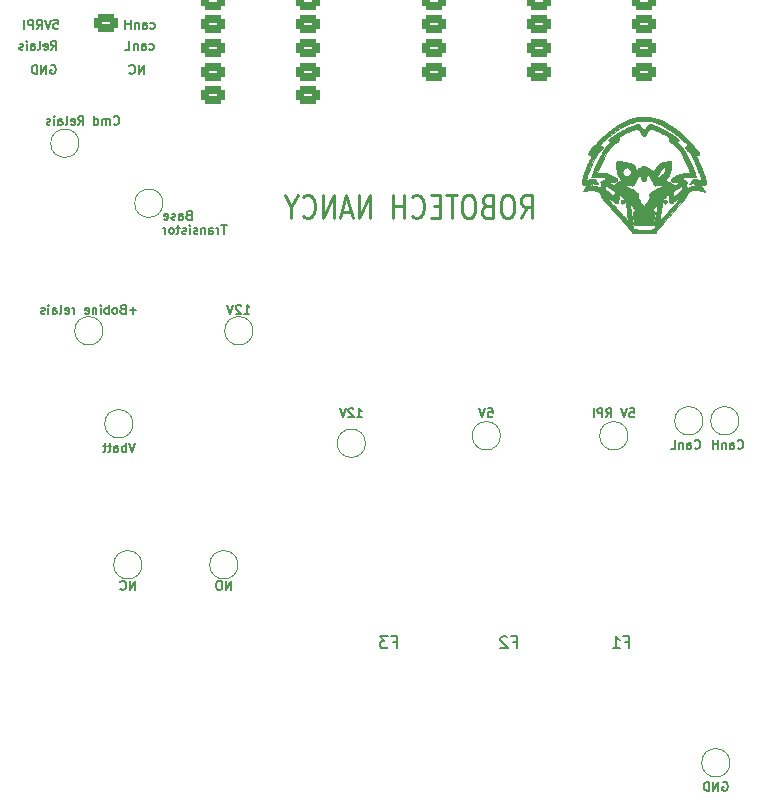
<source format=gbr>
%TF.GenerationSoftware,KiCad,Pcbnew,(6.0.0)*%
%TF.CreationDate,2022-05-13T11:27:12+02:00*%
%TF.ProjectId,Alimentation,416c696d-656e-4746-9174-696f6e2e6b69,rev?*%
%TF.SameCoordinates,Original*%
%TF.FileFunction,Legend,Bot*%
%TF.FilePolarity,Positive*%
%FSLAX46Y46*%
G04 Gerber Fmt 4.6, Leading zero omitted, Abs format (unit mm)*
G04 Created by KiCad (PCBNEW (6.0.0)) date 2022-05-13 11:27:12*
%MOMM*%
%LPD*%
G01*
G04 APERTURE LIST*
G04 Aperture macros list*
%AMRoundRect*
0 Rectangle with rounded corners*
0 $1 Rounding radius*
0 $2 $3 $4 $5 $6 $7 $8 $9 X,Y pos of 4 corners*
0 Add a 4 corners polygon primitive as box body*
4,1,4,$2,$3,$4,$5,$6,$7,$8,$9,$2,$3,0*
0 Add four circle primitives for the rounded corners*
1,1,$1+$1,$2,$3*
1,1,$1+$1,$4,$5*
1,1,$1+$1,$6,$7*
1,1,$1+$1,$8,$9*
0 Add four rect primitives between the rounded corners*
20,1,$1+$1,$2,$3,$4,$5,0*
20,1,$1+$1,$4,$5,$6,$7,0*
20,1,$1+$1,$6,$7,$8,$9,0*
20,1,$1+$1,$8,$9,$2,$3,0*%
G04 Aperture macros list end*
%ADD10C,0.150000*%
%ADD11C,0.187500*%
%ADD12C,0.250000*%
%ADD13C,0.120000*%
%ADD14C,0.010000*%
%ADD15RoundRect,0.312500X-0.687500X0.437500X-0.687500X-0.437500X0.687500X-0.437500X0.687500X0.437500X0*%
%ADD16R,2.500000X2.500000*%
%ADD17O,2.500000X2.500000*%
%ADD18R,2.500000X1.500000*%
%ADD19O,2.500000X1.500000*%
%ADD20R,1.700000X1.700000*%
%ADD21O,1.700000X1.700000*%
%ADD22RoundRect,0.312500X0.687500X-0.437500X0.687500X0.437500X-0.687500X0.437500X-0.687500X-0.437500X0*%
%ADD23O,2.000000X1.500000*%
%ADD24R,2.400000X2.400000*%
%ADD25O,2.400000X2.400000*%
%ADD26C,2.000000*%
%ADD27C,3.200000*%
%ADD28C,1.400000*%
%ADD29R,3.500000X3.500000*%
%ADD30C,3.500000*%
%ADD31R,1.800000X1.800000*%
%ADD32O,1.800000X1.800000*%
%ADD33R,1.600000X1.600000*%
%ADD34C,1.600000*%
%ADD35O,1.600000X4.000000*%
G04 APERTURE END LIST*
D10*
X149669428Y-112401000D02*
X149740857Y-112365285D01*
X149848000Y-112365285D01*
X149955142Y-112401000D01*
X150026571Y-112472428D01*
X150062285Y-112543857D01*
X150098000Y-112686714D01*
X150098000Y-112793857D01*
X150062285Y-112936714D01*
X150026571Y-113008142D01*
X149955142Y-113079571D01*
X149848000Y-113115285D01*
X149776571Y-113115285D01*
X149669428Y-113079571D01*
X149633714Y-113043857D01*
X149633714Y-112793857D01*
X149776571Y-112793857D01*
X149312285Y-113115285D02*
X149312285Y-112365285D01*
X148883714Y-113115285D01*
X148883714Y-112365285D01*
X148526571Y-113115285D02*
X148526571Y-112365285D01*
X148348000Y-112365285D01*
X148240857Y-112401000D01*
X148169428Y-112472428D01*
X148133714Y-112543857D01*
X148098000Y-112686714D01*
X148098000Y-112793857D01*
X148133714Y-112936714D01*
X148169428Y-113008142D01*
X148240857Y-113079571D01*
X148348000Y-113115285D01*
X148526571Y-113115285D01*
X99903285Y-96097285D02*
X99903285Y-95347285D01*
X99474714Y-96097285D01*
X99474714Y-95347285D01*
X98689000Y-96025857D02*
X98724714Y-96061571D01*
X98831857Y-96097285D01*
X98903285Y-96097285D01*
X99010428Y-96061571D01*
X99081857Y-95990142D01*
X99117571Y-95918714D01*
X99153285Y-95775857D01*
X99153285Y-95668714D01*
X99117571Y-95525857D01*
X99081857Y-95454428D01*
X99010428Y-95383000D01*
X98903285Y-95347285D01*
X98831857Y-95347285D01*
X98724714Y-95383000D01*
X98689000Y-95418714D01*
X108049142Y-96097285D02*
X108049142Y-95347285D01*
X107620571Y-96097285D01*
X107620571Y-95347285D01*
X107120571Y-95347285D02*
X106977714Y-95347285D01*
X106906285Y-95383000D01*
X106834857Y-95454428D01*
X106799142Y-95597285D01*
X106799142Y-95847285D01*
X106834857Y-95990142D01*
X106906285Y-96061571D01*
X106977714Y-96097285D01*
X107120571Y-96097285D01*
X107192000Y-96061571D01*
X107263428Y-95990142D01*
X107299142Y-95847285D01*
X107299142Y-95597285D01*
X107263428Y-95454428D01*
X107192000Y-95383000D01*
X107120571Y-95347285D01*
X109176285Y-72729285D02*
X109604857Y-72729285D01*
X109390571Y-72729285D02*
X109390571Y-71979285D01*
X109462000Y-72086428D01*
X109533428Y-72157857D01*
X109604857Y-72193571D01*
X108890571Y-72050714D02*
X108854857Y-72015000D01*
X108783428Y-71979285D01*
X108604857Y-71979285D01*
X108533428Y-72015000D01*
X108497714Y-72050714D01*
X108462000Y-72122142D01*
X108462000Y-72193571D01*
X108497714Y-72300714D01*
X108926285Y-72729285D01*
X108462000Y-72729285D01*
X108247714Y-71979285D02*
X107997714Y-72729285D01*
X107747714Y-71979285D01*
D11*
X141819142Y-80742285D02*
X142176285Y-80742285D01*
X142212000Y-81099428D01*
X142176285Y-81063714D01*
X142104857Y-81028000D01*
X141926285Y-81028000D01*
X141854857Y-81063714D01*
X141819142Y-81099428D01*
X141783428Y-81170857D01*
X141783428Y-81349428D01*
X141819142Y-81420857D01*
X141854857Y-81456571D01*
X141926285Y-81492285D01*
X142104857Y-81492285D01*
X142176285Y-81456571D01*
X142212000Y-81420857D01*
X141569142Y-80742285D02*
X141319142Y-81492285D01*
X141069142Y-80742285D01*
X139819142Y-81492285D02*
X140069142Y-81135142D01*
X140247714Y-81492285D02*
X140247714Y-80742285D01*
X139962000Y-80742285D01*
X139890571Y-80778000D01*
X139854857Y-80813714D01*
X139819142Y-80885142D01*
X139819142Y-80992285D01*
X139854857Y-81063714D01*
X139890571Y-81099428D01*
X139962000Y-81135142D01*
X140247714Y-81135142D01*
X139497714Y-81492285D02*
X139497714Y-80742285D01*
X139212000Y-80742285D01*
X139140571Y-80778000D01*
X139104857Y-80813714D01*
X139069142Y-80885142D01*
X139069142Y-80992285D01*
X139104857Y-81063714D01*
X139140571Y-81099428D01*
X139212000Y-81135142D01*
X139497714Y-81135142D01*
X138747714Y-81492285D02*
X138747714Y-80742285D01*
D10*
X98111142Y-56655857D02*
X98146857Y-56691571D01*
X98254000Y-56727285D01*
X98325428Y-56727285D01*
X98432571Y-56691571D01*
X98504000Y-56620142D01*
X98539714Y-56548714D01*
X98575428Y-56405857D01*
X98575428Y-56298714D01*
X98539714Y-56155857D01*
X98504000Y-56084428D01*
X98432571Y-56013000D01*
X98325428Y-55977285D01*
X98254000Y-55977285D01*
X98146857Y-56013000D01*
X98111142Y-56048714D01*
X97789714Y-56727285D02*
X97789714Y-56227285D01*
X97789714Y-56298714D02*
X97754000Y-56263000D01*
X97682571Y-56227285D01*
X97575428Y-56227285D01*
X97504000Y-56263000D01*
X97468285Y-56334428D01*
X97468285Y-56727285D01*
X97468285Y-56334428D02*
X97432571Y-56263000D01*
X97361142Y-56227285D01*
X97254000Y-56227285D01*
X97182571Y-56263000D01*
X97146857Y-56334428D01*
X97146857Y-56727285D01*
X96468285Y-56727285D02*
X96468285Y-55977285D01*
X96468285Y-56691571D02*
X96539714Y-56727285D01*
X96682571Y-56727285D01*
X96754000Y-56691571D01*
X96789714Y-56655857D01*
X96825428Y-56584428D01*
X96825428Y-56370142D01*
X96789714Y-56298714D01*
X96754000Y-56263000D01*
X96682571Y-56227285D01*
X96539714Y-56227285D01*
X96468285Y-56263000D01*
X95111142Y-56727285D02*
X95361142Y-56370142D01*
X95539714Y-56727285D02*
X95539714Y-55977285D01*
X95254000Y-55977285D01*
X95182571Y-56013000D01*
X95146857Y-56048714D01*
X95111142Y-56120142D01*
X95111142Y-56227285D01*
X95146857Y-56298714D01*
X95182571Y-56334428D01*
X95254000Y-56370142D01*
X95539714Y-56370142D01*
X94504000Y-56691571D02*
X94575428Y-56727285D01*
X94718285Y-56727285D01*
X94789714Y-56691571D01*
X94825428Y-56620142D01*
X94825428Y-56334428D01*
X94789714Y-56263000D01*
X94718285Y-56227285D01*
X94575428Y-56227285D01*
X94504000Y-56263000D01*
X94468285Y-56334428D01*
X94468285Y-56405857D01*
X94825428Y-56477285D01*
X94039714Y-56727285D02*
X94111142Y-56691571D01*
X94146857Y-56620142D01*
X94146857Y-55977285D01*
X93432571Y-56727285D02*
X93432571Y-56334428D01*
X93468285Y-56263000D01*
X93539714Y-56227285D01*
X93682571Y-56227285D01*
X93754000Y-56263000D01*
X93432571Y-56691571D02*
X93504000Y-56727285D01*
X93682571Y-56727285D01*
X93754000Y-56691571D01*
X93789714Y-56620142D01*
X93789714Y-56548714D01*
X93754000Y-56477285D01*
X93682571Y-56441571D01*
X93504000Y-56441571D01*
X93432571Y-56405857D01*
X93075428Y-56727285D02*
X93075428Y-56227285D01*
X93075428Y-55977285D02*
X93111142Y-56013000D01*
X93075428Y-56048714D01*
X93039714Y-56013000D01*
X93075428Y-55977285D01*
X93075428Y-56048714D01*
X92754000Y-56691571D02*
X92682571Y-56727285D01*
X92539714Y-56727285D01*
X92468285Y-56691571D01*
X92432571Y-56620142D01*
X92432571Y-56584428D01*
X92468285Y-56513000D01*
X92539714Y-56477285D01*
X92646857Y-56477285D01*
X92718285Y-56441571D01*
X92754000Y-56370142D01*
X92754000Y-56334428D01*
X92718285Y-56263000D01*
X92646857Y-56227285D01*
X92539714Y-56227285D01*
X92468285Y-56263000D01*
D11*
X129809857Y-80742285D02*
X130167000Y-80742285D01*
X130202714Y-81099428D01*
X130167000Y-81063714D01*
X130095571Y-81028000D01*
X129917000Y-81028000D01*
X129845571Y-81063714D01*
X129809857Y-81099428D01*
X129774142Y-81170857D01*
X129774142Y-81349428D01*
X129809857Y-81420857D01*
X129845571Y-81456571D01*
X129917000Y-81492285D01*
X130095571Y-81492285D01*
X130167000Y-81456571D01*
X130202714Y-81420857D01*
X129559857Y-80742285D02*
X129309857Y-81492285D01*
X129059857Y-80742285D01*
X92773428Y-51695000D02*
X92844857Y-51659285D01*
X92952000Y-51659285D01*
X93059142Y-51695000D01*
X93130571Y-51766428D01*
X93166285Y-51837857D01*
X93202000Y-51980714D01*
X93202000Y-52087857D01*
X93166285Y-52230714D01*
X93130571Y-52302142D01*
X93059142Y-52373571D01*
X92952000Y-52409285D01*
X92880571Y-52409285D01*
X92773428Y-52373571D01*
X92737714Y-52337857D01*
X92737714Y-52087857D01*
X92880571Y-52087857D01*
X92416285Y-52409285D02*
X92416285Y-51659285D01*
X91987714Y-52409285D01*
X91987714Y-51659285D01*
X91630571Y-52409285D02*
X91630571Y-51659285D01*
X91452000Y-51659285D01*
X91344857Y-51695000D01*
X91273428Y-51766428D01*
X91237714Y-51837857D01*
X91202000Y-51980714D01*
X91202000Y-52087857D01*
X91237714Y-52230714D01*
X91273428Y-52302142D01*
X91344857Y-52373571D01*
X91452000Y-52409285D01*
X91630571Y-52409285D01*
X118701285Y-81492285D02*
X119129857Y-81492285D01*
X118915571Y-81492285D02*
X118915571Y-80742285D01*
X118987000Y-80849428D01*
X119058428Y-80920857D01*
X119129857Y-80956571D01*
X118415571Y-80813714D02*
X118379857Y-80778000D01*
X118308428Y-80742285D01*
X118129857Y-80742285D01*
X118058428Y-80778000D01*
X118022714Y-80813714D01*
X117987000Y-80885142D01*
X117987000Y-80956571D01*
X118022714Y-81063714D01*
X118451285Y-81492285D01*
X117987000Y-81492285D01*
X117772714Y-80742285D02*
X117522714Y-81492285D01*
X117272714Y-80742285D01*
D10*
X104455500Y-64366678D02*
X104348357Y-64402392D01*
X104312642Y-64438107D01*
X104276928Y-64509535D01*
X104276928Y-64616678D01*
X104312642Y-64688107D01*
X104348357Y-64723821D01*
X104419785Y-64759535D01*
X104705500Y-64759535D01*
X104705500Y-64009535D01*
X104455500Y-64009535D01*
X104384071Y-64045250D01*
X104348357Y-64080964D01*
X104312642Y-64152392D01*
X104312642Y-64223821D01*
X104348357Y-64295250D01*
X104384071Y-64330964D01*
X104455500Y-64366678D01*
X104705500Y-64366678D01*
X103634071Y-64759535D02*
X103634071Y-64366678D01*
X103669785Y-64295250D01*
X103741214Y-64259535D01*
X103884071Y-64259535D01*
X103955500Y-64295250D01*
X103634071Y-64723821D02*
X103705500Y-64759535D01*
X103884071Y-64759535D01*
X103955500Y-64723821D01*
X103991214Y-64652392D01*
X103991214Y-64580964D01*
X103955500Y-64509535D01*
X103884071Y-64473821D01*
X103705500Y-64473821D01*
X103634071Y-64438107D01*
X103312642Y-64723821D02*
X103241214Y-64759535D01*
X103098357Y-64759535D01*
X103026928Y-64723821D01*
X102991214Y-64652392D01*
X102991214Y-64616678D01*
X103026928Y-64545250D01*
X103098357Y-64509535D01*
X103205500Y-64509535D01*
X103276928Y-64473821D01*
X103312642Y-64402392D01*
X103312642Y-64366678D01*
X103276928Y-64295250D01*
X103205500Y-64259535D01*
X103098357Y-64259535D01*
X103026928Y-64295250D01*
X102384071Y-64723821D02*
X102455500Y-64759535D01*
X102598357Y-64759535D01*
X102669785Y-64723821D01*
X102705500Y-64652392D01*
X102705500Y-64366678D01*
X102669785Y-64295250D01*
X102598357Y-64259535D01*
X102455500Y-64259535D01*
X102384071Y-64295250D01*
X102348357Y-64366678D01*
X102348357Y-64438107D01*
X102705500Y-64509535D01*
X107669785Y-65217035D02*
X107241214Y-65217035D01*
X107455500Y-65967035D02*
X107455500Y-65217035D01*
X106991214Y-65967035D02*
X106991214Y-65467035D01*
X106991214Y-65609892D02*
X106955500Y-65538464D01*
X106919785Y-65502750D01*
X106848357Y-65467035D01*
X106776928Y-65467035D01*
X106205500Y-65967035D02*
X106205500Y-65574178D01*
X106241214Y-65502750D01*
X106312642Y-65467035D01*
X106455500Y-65467035D01*
X106526928Y-65502750D01*
X106205500Y-65931321D02*
X106276928Y-65967035D01*
X106455500Y-65967035D01*
X106526928Y-65931321D01*
X106562642Y-65859892D01*
X106562642Y-65788464D01*
X106526928Y-65717035D01*
X106455500Y-65681321D01*
X106276928Y-65681321D01*
X106205500Y-65645607D01*
X105848357Y-65467035D02*
X105848357Y-65967035D01*
X105848357Y-65538464D02*
X105812642Y-65502750D01*
X105741214Y-65467035D01*
X105634071Y-65467035D01*
X105562642Y-65502750D01*
X105526928Y-65574178D01*
X105526928Y-65967035D01*
X105205500Y-65931321D02*
X105134071Y-65967035D01*
X104991214Y-65967035D01*
X104919785Y-65931321D01*
X104884071Y-65859892D01*
X104884071Y-65824178D01*
X104919785Y-65752750D01*
X104991214Y-65717035D01*
X105098357Y-65717035D01*
X105169785Y-65681321D01*
X105205500Y-65609892D01*
X105205500Y-65574178D01*
X105169785Y-65502750D01*
X105098357Y-65467035D01*
X104991214Y-65467035D01*
X104919785Y-65502750D01*
X104562642Y-65967035D02*
X104562642Y-65467035D01*
X104562642Y-65217035D02*
X104598357Y-65252750D01*
X104562642Y-65288464D01*
X104526928Y-65252750D01*
X104562642Y-65217035D01*
X104562642Y-65288464D01*
X104241214Y-65931321D02*
X104169785Y-65967035D01*
X104026928Y-65967035D01*
X103955500Y-65931321D01*
X103919785Y-65859892D01*
X103919785Y-65824178D01*
X103955500Y-65752750D01*
X104026928Y-65717035D01*
X104134071Y-65717035D01*
X104205500Y-65681321D01*
X104241214Y-65609892D01*
X104241214Y-65574178D01*
X104205500Y-65502750D01*
X104134071Y-65467035D01*
X104026928Y-65467035D01*
X103955500Y-65502750D01*
X103705500Y-65467035D02*
X103419785Y-65467035D01*
X103598357Y-65217035D02*
X103598357Y-65859892D01*
X103562642Y-65931321D01*
X103491214Y-65967035D01*
X103419785Y-65967035D01*
X103062642Y-65967035D02*
X103134071Y-65931321D01*
X103169785Y-65895607D01*
X103205500Y-65824178D01*
X103205500Y-65609892D01*
X103169785Y-65538464D01*
X103134071Y-65502750D01*
X103062642Y-65467035D01*
X102955500Y-65467035D01*
X102884071Y-65502750D01*
X102848357Y-65538464D01*
X102812642Y-65609892D01*
X102812642Y-65824178D01*
X102848357Y-65895607D01*
X102884071Y-65931321D01*
X102955500Y-65967035D01*
X103062642Y-65967035D01*
X102491214Y-65967035D02*
X102491214Y-65467035D01*
X102491214Y-65609892D02*
X102455500Y-65538464D01*
X102419785Y-65502750D01*
X102348357Y-65467035D01*
X102276928Y-65467035D01*
X100047714Y-72443571D02*
X99476285Y-72443571D01*
X99762000Y-72729285D02*
X99762000Y-72157857D01*
X98869142Y-72336428D02*
X98762000Y-72372142D01*
X98726285Y-72407857D01*
X98690571Y-72479285D01*
X98690571Y-72586428D01*
X98726285Y-72657857D01*
X98762000Y-72693571D01*
X98833428Y-72729285D01*
X99119142Y-72729285D01*
X99119142Y-71979285D01*
X98869142Y-71979285D01*
X98797714Y-72015000D01*
X98762000Y-72050714D01*
X98726285Y-72122142D01*
X98726285Y-72193571D01*
X98762000Y-72265000D01*
X98797714Y-72300714D01*
X98869142Y-72336428D01*
X99119142Y-72336428D01*
X98262000Y-72729285D02*
X98333428Y-72693571D01*
X98369142Y-72657857D01*
X98404857Y-72586428D01*
X98404857Y-72372142D01*
X98369142Y-72300714D01*
X98333428Y-72265000D01*
X98262000Y-72229285D01*
X98154857Y-72229285D01*
X98083428Y-72265000D01*
X98047714Y-72300714D01*
X98012000Y-72372142D01*
X98012000Y-72586428D01*
X98047714Y-72657857D01*
X98083428Y-72693571D01*
X98154857Y-72729285D01*
X98262000Y-72729285D01*
X97690571Y-72729285D02*
X97690571Y-71979285D01*
X97690571Y-72265000D02*
X97619142Y-72229285D01*
X97476285Y-72229285D01*
X97404857Y-72265000D01*
X97369142Y-72300714D01*
X97333428Y-72372142D01*
X97333428Y-72586428D01*
X97369142Y-72657857D01*
X97404857Y-72693571D01*
X97476285Y-72729285D01*
X97619142Y-72729285D01*
X97690571Y-72693571D01*
X97012000Y-72729285D02*
X97012000Y-72229285D01*
X97012000Y-71979285D02*
X97047714Y-72015000D01*
X97012000Y-72050714D01*
X96976285Y-72015000D01*
X97012000Y-71979285D01*
X97012000Y-72050714D01*
X96654857Y-72229285D02*
X96654857Y-72729285D01*
X96654857Y-72300714D02*
X96619142Y-72265000D01*
X96547714Y-72229285D01*
X96440571Y-72229285D01*
X96369142Y-72265000D01*
X96333428Y-72336428D01*
X96333428Y-72729285D01*
X95690571Y-72693571D02*
X95762000Y-72729285D01*
X95904857Y-72729285D01*
X95976285Y-72693571D01*
X96012000Y-72622142D01*
X96012000Y-72336428D01*
X95976285Y-72265000D01*
X95904857Y-72229285D01*
X95762000Y-72229285D01*
X95690571Y-72265000D01*
X95654857Y-72336428D01*
X95654857Y-72407857D01*
X96012000Y-72479285D01*
X94762000Y-72729285D02*
X94762000Y-72229285D01*
X94762000Y-72372142D02*
X94726285Y-72300714D01*
X94690571Y-72265000D01*
X94619142Y-72229285D01*
X94547714Y-72229285D01*
X94012000Y-72693571D02*
X94083428Y-72729285D01*
X94226285Y-72729285D01*
X94297714Y-72693571D01*
X94333428Y-72622142D01*
X94333428Y-72336428D01*
X94297714Y-72265000D01*
X94226285Y-72229285D01*
X94083428Y-72229285D01*
X94012000Y-72265000D01*
X93976285Y-72336428D01*
X93976285Y-72407857D01*
X94333428Y-72479285D01*
X93547714Y-72729285D02*
X93619142Y-72693571D01*
X93654857Y-72622142D01*
X93654857Y-71979285D01*
X92940571Y-72729285D02*
X92940571Y-72336428D01*
X92976285Y-72265000D01*
X93047714Y-72229285D01*
X93190571Y-72229285D01*
X93262000Y-72265000D01*
X92940571Y-72693571D02*
X93012000Y-72729285D01*
X93190571Y-72729285D01*
X93262000Y-72693571D01*
X93297714Y-72622142D01*
X93297714Y-72550714D01*
X93262000Y-72479285D01*
X93190571Y-72443571D01*
X93012000Y-72443571D01*
X92940571Y-72407857D01*
X92583428Y-72729285D02*
X92583428Y-72229285D01*
X92583428Y-71979285D02*
X92619142Y-72015000D01*
X92583428Y-72050714D01*
X92547714Y-72015000D01*
X92583428Y-71979285D01*
X92583428Y-72050714D01*
X92262000Y-72693571D02*
X92190571Y-72729285D01*
X92047714Y-72729285D01*
X91976285Y-72693571D01*
X91940571Y-72622142D01*
X91940571Y-72586428D01*
X91976285Y-72515000D01*
X92047714Y-72479285D01*
X92154857Y-72479285D01*
X92226285Y-72443571D01*
X92262000Y-72372142D01*
X92262000Y-72336428D01*
X92226285Y-72265000D01*
X92154857Y-72229285D01*
X92047714Y-72229285D01*
X91976285Y-72265000D01*
X147308000Y-84087857D02*
X147343714Y-84123571D01*
X147450857Y-84159285D01*
X147522285Y-84159285D01*
X147629428Y-84123571D01*
X147700857Y-84052142D01*
X147736571Y-83980714D01*
X147772285Y-83837857D01*
X147772285Y-83730714D01*
X147736571Y-83587857D01*
X147700857Y-83516428D01*
X147629428Y-83445000D01*
X147522285Y-83409285D01*
X147450857Y-83409285D01*
X147343714Y-83445000D01*
X147308000Y-83480714D01*
X146665142Y-84159285D02*
X146665142Y-83766428D01*
X146700857Y-83695000D01*
X146772285Y-83659285D01*
X146915142Y-83659285D01*
X146986571Y-83695000D01*
X146665142Y-84123571D02*
X146736571Y-84159285D01*
X146915142Y-84159285D01*
X146986571Y-84123571D01*
X147022285Y-84052142D01*
X147022285Y-83980714D01*
X146986571Y-83909285D01*
X146915142Y-83873571D01*
X146736571Y-83873571D01*
X146665142Y-83837857D01*
X146308000Y-83659285D02*
X146308000Y-84159285D01*
X146308000Y-83730714D02*
X146272285Y-83695000D01*
X146200857Y-83659285D01*
X146093714Y-83659285D01*
X146022285Y-83695000D01*
X145986571Y-83766428D01*
X145986571Y-84159285D01*
X145272285Y-84159285D02*
X145629428Y-84159285D01*
X145629428Y-83409285D01*
D11*
X100665285Y-52409285D02*
X100665285Y-51659285D01*
X100236714Y-52409285D01*
X100236714Y-51659285D01*
X99451000Y-52337857D02*
X99486714Y-52373571D01*
X99593857Y-52409285D01*
X99665285Y-52409285D01*
X99772428Y-52373571D01*
X99843857Y-52302142D01*
X99879571Y-52230714D01*
X99915285Y-52087857D01*
X99915285Y-51980714D01*
X99879571Y-51837857D01*
X99843857Y-51766428D01*
X99772428Y-51695000D01*
X99665285Y-51659285D01*
X99593857Y-51659285D01*
X99486714Y-51695000D01*
X99451000Y-51730714D01*
D10*
X99909142Y-83663285D02*
X99659142Y-84413285D01*
X99409142Y-83663285D01*
X99159142Y-84413285D02*
X99159142Y-83663285D01*
X99159142Y-83949000D02*
X99087714Y-83913285D01*
X98944857Y-83913285D01*
X98873428Y-83949000D01*
X98837714Y-83984714D01*
X98802000Y-84056142D01*
X98802000Y-84270428D01*
X98837714Y-84341857D01*
X98873428Y-84377571D01*
X98944857Y-84413285D01*
X99087714Y-84413285D01*
X99159142Y-84377571D01*
X98159142Y-84413285D02*
X98159142Y-84020428D01*
X98194857Y-83949000D01*
X98266285Y-83913285D01*
X98409142Y-83913285D01*
X98480571Y-83949000D01*
X98159142Y-84377571D02*
X98230571Y-84413285D01*
X98409142Y-84413285D01*
X98480571Y-84377571D01*
X98516285Y-84306142D01*
X98516285Y-84234714D01*
X98480571Y-84163285D01*
X98409142Y-84127571D01*
X98230571Y-84127571D01*
X98159142Y-84091857D01*
X97909142Y-83913285D02*
X97623428Y-83913285D01*
X97802000Y-83663285D02*
X97802000Y-84306142D01*
X97766285Y-84377571D01*
X97694857Y-84413285D01*
X97623428Y-84413285D01*
X97480571Y-83913285D02*
X97194857Y-83913285D01*
X97373428Y-83663285D02*
X97373428Y-84306142D01*
X97337714Y-84377571D01*
X97266285Y-84413285D01*
X97194857Y-84413285D01*
D12*
X132599523Y-64658761D02*
X133132857Y-63706380D01*
X133513809Y-64658761D02*
X133513809Y-62658761D01*
X132904285Y-62658761D01*
X132751904Y-62754000D01*
X132675714Y-62849238D01*
X132599523Y-63039714D01*
X132599523Y-63325428D01*
X132675714Y-63515904D01*
X132751904Y-63611142D01*
X132904285Y-63706380D01*
X133513809Y-63706380D01*
X131609047Y-62658761D02*
X131304285Y-62658761D01*
X131151904Y-62754000D01*
X130999523Y-62944476D01*
X130923333Y-63325428D01*
X130923333Y-63992095D01*
X130999523Y-64373047D01*
X131151904Y-64563523D01*
X131304285Y-64658761D01*
X131609047Y-64658761D01*
X131761428Y-64563523D01*
X131913809Y-64373047D01*
X131990000Y-63992095D01*
X131990000Y-63325428D01*
X131913809Y-62944476D01*
X131761428Y-62754000D01*
X131609047Y-62658761D01*
X129704285Y-63611142D02*
X129475714Y-63706380D01*
X129399523Y-63801619D01*
X129323333Y-63992095D01*
X129323333Y-64277809D01*
X129399523Y-64468285D01*
X129475714Y-64563523D01*
X129628095Y-64658761D01*
X130237619Y-64658761D01*
X130237619Y-62658761D01*
X129704285Y-62658761D01*
X129551904Y-62754000D01*
X129475714Y-62849238D01*
X129399523Y-63039714D01*
X129399523Y-63230190D01*
X129475714Y-63420666D01*
X129551904Y-63515904D01*
X129704285Y-63611142D01*
X130237619Y-63611142D01*
X128332857Y-62658761D02*
X128028095Y-62658761D01*
X127875714Y-62754000D01*
X127723333Y-62944476D01*
X127647142Y-63325428D01*
X127647142Y-63992095D01*
X127723333Y-64373047D01*
X127875714Y-64563523D01*
X128028095Y-64658761D01*
X128332857Y-64658761D01*
X128485238Y-64563523D01*
X128637619Y-64373047D01*
X128713809Y-63992095D01*
X128713809Y-63325428D01*
X128637619Y-62944476D01*
X128485238Y-62754000D01*
X128332857Y-62658761D01*
X127189999Y-62658761D02*
X126275714Y-62658761D01*
X126732857Y-64658761D02*
X126732857Y-62658761D01*
X125742380Y-63611142D02*
X125209047Y-63611142D01*
X124980476Y-64658761D02*
X125742380Y-64658761D01*
X125742380Y-62658761D01*
X124980476Y-62658761D01*
X123380476Y-64468285D02*
X123456666Y-64563523D01*
X123685238Y-64658761D01*
X123837619Y-64658761D01*
X124066190Y-64563523D01*
X124218571Y-64373047D01*
X124294761Y-64182571D01*
X124370952Y-63801619D01*
X124370952Y-63515904D01*
X124294761Y-63134952D01*
X124218571Y-62944476D01*
X124066190Y-62754000D01*
X123837619Y-62658761D01*
X123685238Y-62658761D01*
X123456666Y-62754000D01*
X123380476Y-62849238D01*
X122694761Y-64658761D02*
X122694761Y-62658761D01*
X122694761Y-63611142D02*
X121780476Y-63611142D01*
X121780476Y-64658761D02*
X121780476Y-62658761D01*
X119799523Y-64658761D02*
X119799523Y-62658761D01*
X118885238Y-64658761D01*
X118885238Y-62658761D01*
X118199523Y-64087333D02*
X117437619Y-64087333D01*
X118351904Y-64658761D02*
X117818571Y-62658761D01*
X117285238Y-64658761D01*
X116751904Y-64658761D02*
X116751904Y-62658761D01*
X115837619Y-64658761D01*
X115837619Y-62658761D01*
X114161428Y-64468285D02*
X114237619Y-64563523D01*
X114466190Y-64658761D01*
X114618571Y-64658761D01*
X114847142Y-64563523D01*
X114999523Y-64373047D01*
X115075714Y-64182571D01*
X115151904Y-63801619D01*
X115151904Y-63515904D01*
X115075714Y-63134952D01*
X114999523Y-62944476D01*
X114847142Y-62754000D01*
X114618571Y-62658761D01*
X114466190Y-62658761D01*
X114237619Y-62754000D01*
X114161428Y-62849238D01*
X113170952Y-63706380D02*
X113170952Y-64658761D01*
X113704285Y-62658761D02*
X113170952Y-63706380D01*
X112637619Y-62658761D01*
D11*
X101222857Y-48563571D02*
X101294285Y-48599285D01*
X101437142Y-48599285D01*
X101508571Y-48563571D01*
X101544285Y-48527857D01*
X101580000Y-48456428D01*
X101580000Y-48242142D01*
X101544285Y-48170714D01*
X101508571Y-48135000D01*
X101437142Y-48099285D01*
X101294285Y-48099285D01*
X101222857Y-48135000D01*
X100580000Y-48599285D02*
X100580000Y-48206428D01*
X100615714Y-48135000D01*
X100687142Y-48099285D01*
X100830000Y-48099285D01*
X100901428Y-48135000D01*
X100580000Y-48563571D02*
X100651428Y-48599285D01*
X100830000Y-48599285D01*
X100901428Y-48563571D01*
X100937142Y-48492142D01*
X100937142Y-48420714D01*
X100901428Y-48349285D01*
X100830000Y-48313571D01*
X100651428Y-48313571D01*
X100580000Y-48277857D01*
X100222857Y-48099285D02*
X100222857Y-48599285D01*
X100222857Y-48170714D02*
X100187142Y-48135000D01*
X100115714Y-48099285D01*
X100008571Y-48099285D01*
X99937142Y-48135000D01*
X99901428Y-48206428D01*
X99901428Y-48599285D01*
X99544285Y-48599285D02*
X99544285Y-47849285D01*
X99544285Y-48206428D02*
X99115714Y-48206428D01*
X99115714Y-48599285D02*
X99115714Y-47849285D01*
X92801142Y-50377285D02*
X93051142Y-50020142D01*
X93229714Y-50377285D02*
X93229714Y-49627285D01*
X92944000Y-49627285D01*
X92872571Y-49663000D01*
X92836857Y-49698714D01*
X92801142Y-49770142D01*
X92801142Y-49877285D01*
X92836857Y-49948714D01*
X92872571Y-49984428D01*
X92944000Y-50020142D01*
X93229714Y-50020142D01*
X92194000Y-50341571D02*
X92265428Y-50377285D01*
X92408285Y-50377285D01*
X92479714Y-50341571D01*
X92515428Y-50270142D01*
X92515428Y-49984428D01*
X92479714Y-49913000D01*
X92408285Y-49877285D01*
X92265428Y-49877285D01*
X92194000Y-49913000D01*
X92158285Y-49984428D01*
X92158285Y-50055857D01*
X92515428Y-50127285D01*
X91729714Y-50377285D02*
X91801142Y-50341571D01*
X91836857Y-50270142D01*
X91836857Y-49627285D01*
X91122571Y-50377285D02*
X91122571Y-49984428D01*
X91158285Y-49913000D01*
X91229714Y-49877285D01*
X91372571Y-49877285D01*
X91444000Y-49913000D01*
X91122571Y-50341571D02*
X91194000Y-50377285D01*
X91372571Y-50377285D01*
X91444000Y-50341571D01*
X91479714Y-50270142D01*
X91479714Y-50198714D01*
X91444000Y-50127285D01*
X91372571Y-50091571D01*
X91194000Y-50091571D01*
X91122571Y-50055857D01*
X90765428Y-50377285D02*
X90765428Y-49877285D01*
X90765428Y-49627285D02*
X90801142Y-49663000D01*
X90765428Y-49698714D01*
X90729714Y-49663000D01*
X90765428Y-49627285D01*
X90765428Y-49698714D01*
X90444000Y-50341571D02*
X90372571Y-50377285D01*
X90229714Y-50377285D01*
X90158285Y-50341571D01*
X90122571Y-50270142D01*
X90122571Y-50234428D01*
X90158285Y-50163000D01*
X90229714Y-50127285D01*
X90336857Y-50127285D01*
X90408285Y-50091571D01*
X90444000Y-50020142D01*
X90444000Y-49984428D01*
X90408285Y-49913000D01*
X90336857Y-49877285D01*
X90229714Y-49877285D01*
X90158285Y-49913000D01*
D10*
X150953285Y-84087857D02*
X150989000Y-84123571D01*
X151096142Y-84159285D01*
X151167571Y-84159285D01*
X151274714Y-84123571D01*
X151346142Y-84052142D01*
X151381857Y-83980714D01*
X151417571Y-83837857D01*
X151417571Y-83730714D01*
X151381857Y-83587857D01*
X151346142Y-83516428D01*
X151274714Y-83445000D01*
X151167571Y-83409285D01*
X151096142Y-83409285D01*
X150989000Y-83445000D01*
X150953285Y-83480714D01*
X150310428Y-84159285D02*
X150310428Y-83766428D01*
X150346142Y-83695000D01*
X150417571Y-83659285D01*
X150560428Y-83659285D01*
X150631857Y-83695000D01*
X150310428Y-84123571D02*
X150381857Y-84159285D01*
X150560428Y-84159285D01*
X150631857Y-84123571D01*
X150667571Y-84052142D01*
X150667571Y-83980714D01*
X150631857Y-83909285D01*
X150560428Y-83873571D01*
X150381857Y-83873571D01*
X150310428Y-83837857D01*
X149953285Y-83659285D02*
X149953285Y-84159285D01*
X149953285Y-83730714D02*
X149917571Y-83695000D01*
X149846142Y-83659285D01*
X149739000Y-83659285D01*
X149667571Y-83695000D01*
X149631857Y-83766428D01*
X149631857Y-84159285D01*
X149274714Y-84159285D02*
X149274714Y-83409285D01*
X149274714Y-83766428D02*
X148846142Y-83766428D01*
X148846142Y-84159285D02*
X148846142Y-83409285D01*
D11*
X93019428Y-47849285D02*
X93376571Y-47849285D01*
X93412285Y-48206428D01*
X93376571Y-48170714D01*
X93305142Y-48135000D01*
X93126571Y-48135000D01*
X93055142Y-48170714D01*
X93019428Y-48206428D01*
X92983714Y-48277857D01*
X92983714Y-48456428D01*
X93019428Y-48527857D01*
X93055142Y-48563571D01*
X93126571Y-48599285D01*
X93305142Y-48599285D01*
X93376571Y-48563571D01*
X93412285Y-48527857D01*
X92769428Y-47849285D02*
X92519428Y-48599285D01*
X92269428Y-47849285D01*
X91590857Y-48599285D02*
X91840857Y-48242142D01*
X92019428Y-48599285D02*
X92019428Y-47849285D01*
X91733714Y-47849285D01*
X91662285Y-47885000D01*
X91626571Y-47920714D01*
X91590857Y-47992142D01*
X91590857Y-48099285D01*
X91626571Y-48170714D01*
X91662285Y-48206428D01*
X91733714Y-48242142D01*
X92019428Y-48242142D01*
X91269428Y-48599285D02*
X91269428Y-47849285D01*
X90983714Y-47849285D01*
X90912285Y-47885000D01*
X90876571Y-47920714D01*
X90840857Y-47992142D01*
X90840857Y-48099285D01*
X90876571Y-48170714D01*
X90912285Y-48206428D01*
X90983714Y-48242142D01*
X91269428Y-48242142D01*
X90519428Y-48599285D02*
X90519428Y-47849285D01*
X101133571Y-50341571D02*
X101205000Y-50377285D01*
X101347857Y-50377285D01*
X101419285Y-50341571D01*
X101455000Y-50305857D01*
X101490714Y-50234428D01*
X101490714Y-50020142D01*
X101455000Y-49948714D01*
X101419285Y-49913000D01*
X101347857Y-49877285D01*
X101205000Y-49877285D01*
X101133571Y-49913000D01*
X100490714Y-50377285D02*
X100490714Y-49984428D01*
X100526428Y-49913000D01*
X100597857Y-49877285D01*
X100740714Y-49877285D01*
X100812142Y-49913000D01*
X100490714Y-50341571D02*
X100562142Y-50377285D01*
X100740714Y-50377285D01*
X100812142Y-50341571D01*
X100847857Y-50270142D01*
X100847857Y-50198714D01*
X100812142Y-50127285D01*
X100740714Y-50091571D01*
X100562142Y-50091571D01*
X100490714Y-50055857D01*
X100133571Y-49877285D02*
X100133571Y-50377285D01*
X100133571Y-49948714D02*
X100097857Y-49913000D01*
X100026428Y-49877285D01*
X99919285Y-49877285D01*
X99847857Y-49913000D01*
X99812142Y-49984428D01*
X99812142Y-50377285D01*
X99097857Y-50377285D02*
X99455000Y-50377285D01*
X99455000Y-49627285D01*
D10*
%TO.C,F2*%
X131905333Y-100512571D02*
X132238666Y-100512571D01*
X132238666Y-101036380D02*
X132238666Y-100036380D01*
X131762476Y-100036380D01*
X131429142Y-100131619D02*
X131381523Y-100084000D01*
X131286285Y-100036380D01*
X131048190Y-100036380D01*
X130952952Y-100084000D01*
X130905333Y-100131619D01*
X130857714Y-100226857D01*
X130857714Y-100322095D01*
X130905333Y-100464952D01*
X131476761Y-101036380D01*
X130857714Y-101036380D01*
%TO.C,F3*%
X121735333Y-100512571D02*
X122068666Y-100512571D01*
X122068666Y-101036380D02*
X122068666Y-100036380D01*
X121592476Y-100036380D01*
X121306761Y-100036380D02*
X120687714Y-100036380D01*
X121021047Y-100417333D01*
X120878190Y-100417333D01*
X120782952Y-100464952D01*
X120735333Y-100512571D01*
X120687714Y-100607809D01*
X120687714Y-100845904D01*
X120735333Y-100941142D01*
X120782952Y-100988761D01*
X120878190Y-101036380D01*
X121163904Y-101036380D01*
X121259142Y-100988761D01*
X121306761Y-100941142D01*
%TO.C,F1*%
X141420333Y-100512571D02*
X141753666Y-100512571D01*
X141753666Y-101036380D02*
X141753666Y-100036380D01*
X141277476Y-100036380D01*
X140372714Y-101036380D02*
X140944142Y-101036380D01*
X140658428Y-101036380D02*
X140658428Y-100036380D01*
X140753666Y-100179238D01*
X140848904Y-100274476D01*
X140944142Y-100322095D01*
D13*
%TO.C,TP8*%
X95180000Y-58293000D02*
G75*
G03*
X95180000Y-58293000I-1200000J0D01*
G01*
%TO.C,TP14*%
X150298000Y-110744000D02*
G75*
G03*
X150298000Y-110744000I-1200000J0D01*
G01*
%TO.C,TP7*%
X100514000Y-93980000D02*
G75*
G03*
X100514000Y-93980000I-1200000J0D01*
G01*
%TO.C,TP1*%
X148012000Y-81788000D02*
G75*
G03*
X148012000Y-81788000I-1200000J0D01*
G01*
%TO.C,TP6*%
X99752000Y-82042000D02*
G75*
G03*
X99752000Y-82042000I-1200000J0D01*
G01*
%TO.C,TP4*%
X109912000Y-74168000D02*
G75*
G03*
X109912000Y-74168000I-1200000J0D01*
G01*
%TO.C,TP9*%
X102292000Y-63373000D02*
G75*
G03*
X102292000Y-63373000I-1200000J0D01*
G01*
%TO.C,TP11*%
X130867000Y-83058000D02*
G75*
G03*
X130867000Y-83058000I-1200000J0D01*
G01*
%TO.C,TP2*%
X151060000Y-81788000D02*
G75*
G03*
X151060000Y-81788000I-1200000J0D01*
G01*
%TO.C,TP12*%
X119437000Y-83693000D02*
G75*
G03*
X119437000Y-83693000I-1200000J0D01*
G01*
D14*
%TO.C,G\u002A\u002A\u002A*%
X144711764Y-63076958D02*
X144660248Y-63118880D01*
X144660248Y-63118880D02*
X144634624Y-63162176D01*
X144634624Y-63162176D02*
X144619882Y-63233693D01*
X144619882Y-63233693D02*
X144633145Y-63298258D01*
X144633145Y-63298258D02*
X144668831Y-63350631D01*
X144668831Y-63350631D02*
X144721357Y-63385576D01*
X144721357Y-63385576D02*
X144785140Y-63397854D01*
X144785140Y-63397854D02*
X144854598Y-63382227D01*
X144854598Y-63382227D02*
X144864247Y-63377622D01*
X144864247Y-63377622D02*
X144921612Y-63330662D01*
X144921612Y-63330662D02*
X144946578Y-63285152D01*
X144946578Y-63285152D02*
X144960043Y-63240716D01*
X144960043Y-63240716D02*
X144958120Y-63205441D01*
X144958120Y-63205441D02*
X144939623Y-63160709D01*
X144939623Y-63160709D02*
X144938531Y-63158478D01*
X144938531Y-63158478D02*
X144894455Y-63100526D01*
X144894455Y-63100526D02*
X144836728Y-63067685D01*
X144836728Y-63067685D02*
X144773210Y-63059861D01*
X144773210Y-63059861D02*
X144711764Y-63076958D01*
X144711764Y-63076958D02*
X144711764Y-63076958D01*
G36*
X144836728Y-63067685D02*
G01*
X144894455Y-63100526D01*
X144938531Y-63158478D01*
X144939623Y-63160709D01*
X144958120Y-63205441D01*
X144960043Y-63240716D01*
X144946578Y-63285152D01*
X144921612Y-63330662D01*
X144864247Y-63377622D01*
X144854598Y-63382227D01*
X144785140Y-63397854D01*
X144721357Y-63385576D01*
X144668831Y-63350631D01*
X144633145Y-63298258D01*
X144619882Y-63233693D01*
X144634624Y-63162176D01*
X144660248Y-63118880D01*
X144711764Y-63076958D01*
X144773210Y-63059861D01*
X144836728Y-63067685D01*
G37*
X144836728Y-63067685D02*
X144894455Y-63100526D01*
X144938531Y-63158478D01*
X144939623Y-63160709D01*
X144958120Y-63205441D01*
X144960043Y-63240716D01*
X144946578Y-63285152D01*
X144921612Y-63330662D01*
X144864247Y-63377622D01*
X144854598Y-63382227D01*
X144785140Y-63397854D01*
X144721357Y-63385576D01*
X144668831Y-63350631D01*
X144633145Y-63298258D01*
X144619882Y-63233693D01*
X144634624Y-63162176D01*
X144660248Y-63118880D01*
X144711764Y-63076958D01*
X144773210Y-63059861D01*
X144836728Y-63067685D01*
X141121897Y-63076958D02*
X141070381Y-63118880D01*
X141070381Y-63118880D02*
X141044757Y-63162176D01*
X141044757Y-63162176D02*
X141030015Y-63233693D01*
X141030015Y-63233693D02*
X141043279Y-63298258D01*
X141043279Y-63298258D02*
X141078964Y-63350631D01*
X141078964Y-63350631D02*
X141131490Y-63385576D01*
X141131490Y-63385576D02*
X141195273Y-63397854D01*
X141195273Y-63397854D02*
X141264732Y-63382227D01*
X141264732Y-63382227D02*
X141274380Y-63377622D01*
X141274380Y-63377622D02*
X141331746Y-63330662D01*
X141331746Y-63330662D02*
X141356711Y-63285152D01*
X141356711Y-63285152D02*
X141370177Y-63240716D01*
X141370177Y-63240716D02*
X141368253Y-63205441D01*
X141368253Y-63205441D02*
X141349757Y-63160709D01*
X141349757Y-63160709D02*
X141348664Y-63158478D01*
X141348664Y-63158478D02*
X141304588Y-63100526D01*
X141304588Y-63100526D02*
X141246861Y-63067685D01*
X141246861Y-63067685D02*
X141183344Y-63059861D01*
X141183344Y-63059861D02*
X141121897Y-63076958D01*
X141121897Y-63076958D02*
X141121897Y-63076958D01*
G36*
X141246861Y-63067685D02*
G01*
X141304588Y-63100526D01*
X141348664Y-63158478D01*
X141349757Y-63160709D01*
X141368253Y-63205441D01*
X141370177Y-63240716D01*
X141356711Y-63285152D01*
X141331746Y-63330662D01*
X141274380Y-63377622D01*
X141264732Y-63382227D01*
X141195273Y-63397854D01*
X141131490Y-63385576D01*
X141078964Y-63350631D01*
X141043279Y-63298258D01*
X141030015Y-63233693D01*
X141044757Y-63162176D01*
X141070381Y-63118880D01*
X141121897Y-63076958D01*
X141183344Y-63059861D01*
X141246861Y-63067685D01*
G37*
X141246861Y-63067685D02*
X141304588Y-63100526D01*
X141348664Y-63158478D01*
X141349757Y-63160709D01*
X141368253Y-63205441D01*
X141370177Y-63240716D01*
X141356711Y-63285152D01*
X141331746Y-63330662D01*
X141274380Y-63377622D01*
X141264732Y-63382227D01*
X141195273Y-63397854D01*
X141131490Y-63385576D01*
X141078964Y-63350631D01*
X141043279Y-63298258D01*
X141030015Y-63233693D01*
X141044757Y-63162176D01*
X141070381Y-63118880D01*
X141121897Y-63076958D01*
X141183344Y-63059861D01*
X141246861Y-63067685D01*
X142784906Y-56053614D02*
X142633699Y-56061663D01*
X142633699Y-56061663D02*
X142503021Y-56074241D01*
X142503021Y-56074241D02*
X142453739Y-56081310D01*
X142453739Y-56081310D02*
X142133914Y-56148781D01*
X142133914Y-56148781D02*
X141810357Y-56247547D01*
X141810357Y-56247547D02*
X141482575Y-56377869D01*
X141482575Y-56377869D02*
X141150075Y-56540007D01*
X141150075Y-56540007D02*
X140812367Y-56734221D01*
X140812367Y-56734221D02*
X140468956Y-56960774D01*
X140468956Y-56960774D02*
X140119351Y-57219924D01*
X140119351Y-57219924D02*
X139784667Y-57493452D01*
X139784667Y-57493452D02*
X139602448Y-57654420D01*
X139602448Y-57654420D02*
X139409608Y-57834807D01*
X139409608Y-57834807D02*
X139212251Y-58028335D01*
X139212251Y-58028335D02*
X139016481Y-58228724D01*
X139016481Y-58228724D02*
X138828400Y-58429695D01*
X138828400Y-58429695D02*
X138654112Y-58624968D01*
X138654112Y-58624968D02*
X138499718Y-58808264D01*
X138499718Y-58808264D02*
X138465806Y-58850399D01*
X138465806Y-58850399D02*
X138388863Y-58949018D01*
X138388863Y-58949018D02*
X138333170Y-59026792D01*
X138333170Y-59026792D02*
X138297352Y-59088073D01*
X138297352Y-59088073D02*
X138280033Y-59137216D01*
X138280033Y-59137216D02*
X138279836Y-59178573D01*
X138279836Y-59178573D02*
X138295386Y-59216499D01*
X138295386Y-59216499D02*
X138325307Y-59255347D01*
X138325307Y-59255347D02*
X138334633Y-59265460D01*
X138334633Y-59265460D02*
X138396830Y-59312319D01*
X138396830Y-59312319D02*
X138462391Y-59327034D01*
X138462391Y-59327034D02*
X138527373Y-59309125D01*
X138527373Y-59309125D02*
X138553154Y-59292066D01*
X138553154Y-59292066D02*
X138585726Y-59268657D01*
X138585726Y-59268657D02*
X138605790Y-59258234D01*
X138605790Y-59258234D02*
X138606286Y-59258199D01*
X138606286Y-59258199D02*
X138602322Y-59272332D01*
X138602322Y-59272332D02*
X138584896Y-59311404D01*
X138584896Y-59311404D02*
X138556394Y-59370426D01*
X138556394Y-59370426D02*
X138519204Y-59444410D01*
X138519204Y-59444410D02*
X138490805Y-59499499D01*
X138490805Y-59499499D02*
X138440619Y-59598641D01*
X138440619Y-59598641D02*
X138384947Y-59713170D01*
X138384947Y-59713170D02*
X138326576Y-59836913D01*
X138326576Y-59836913D02*
X138268294Y-59963696D01*
X138268294Y-59963696D02*
X138212890Y-60087347D01*
X138212890Y-60087347D02*
X138163151Y-60201692D01*
X138163151Y-60201692D02*
X138121865Y-60300559D01*
X138121865Y-60300559D02*
X138091819Y-60377774D01*
X138091819Y-60377774D02*
X138083578Y-60401200D01*
X138083578Y-60401200D02*
X138067445Y-60448193D01*
X138067445Y-60448193D02*
X138042811Y-60518551D01*
X138042811Y-60518551D02*
X138012669Y-60603780D01*
X138012669Y-60603780D02*
X137980013Y-60695388D01*
X137980013Y-60695388D02*
X137970143Y-60722933D01*
X137970143Y-60722933D02*
X137903063Y-60916757D01*
X137903063Y-60916757D02*
X137850668Y-61084181D01*
X137850668Y-61084181D02*
X137812058Y-61228874D01*
X137812058Y-61228874D02*
X137786331Y-61354501D01*
X137786331Y-61354501D02*
X137772587Y-61464732D01*
X137772587Y-61464732D02*
X137769600Y-61539460D01*
X137769600Y-61539460D02*
X137773010Y-61641926D01*
X137773010Y-61641926D02*
X137785304Y-61716720D01*
X137785304Y-61716720D02*
X137809583Y-61769537D01*
X137809583Y-61769537D02*
X137848949Y-61806074D01*
X137848949Y-61806074D02*
X137906502Y-61832027D01*
X137906502Y-61832027D02*
X137933268Y-61840155D01*
X137933268Y-61840155D02*
X137971150Y-61839757D01*
X137971150Y-61839757D02*
X138031369Y-61826629D01*
X138031369Y-61826629D02*
X138105857Y-61802951D01*
X138105857Y-61802951D02*
X138181461Y-61773114D01*
X138181461Y-61773114D02*
X138181950Y-61782170D01*
X138181950Y-61782170D02*
X138165473Y-61815164D01*
X138165473Y-61815164D02*
X138134343Y-61868192D01*
X138134343Y-61868192D02*
X138090877Y-61937350D01*
X138090877Y-61937350D02*
X138037388Y-62018734D01*
X138037388Y-62018734D02*
X138024179Y-62038375D01*
X138024179Y-62038375D02*
X137951805Y-62147371D01*
X137951805Y-62147371D02*
X137899011Y-62231730D01*
X137899011Y-62231730D02*
X137864921Y-62293809D01*
X137864921Y-62293809D02*
X137848665Y-62335964D01*
X137848665Y-62335964D02*
X137849369Y-62360553D01*
X137849369Y-62360553D02*
X137866160Y-62369933D01*
X137866160Y-62369933D02*
X137898165Y-62366460D01*
X137898165Y-62366460D02*
X137903129Y-62365256D01*
X137903129Y-62365256D02*
X137950688Y-62353827D01*
X137950688Y-62353827D02*
X138022050Y-62337394D01*
X138022050Y-62337394D02*
X138107900Y-62318038D01*
X138107900Y-62318038D02*
X138198924Y-62297843D01*
X138198924Y-62297843D02*
X138285806Y-62278890D01*
X138285806Y-62278890D02*
X138359233Y-62263261D01*
X138359233Y-62263261D02*
X138362267Y-62262628D01*
X138362267Y-62262628D02*
X138508603Y-62243026D01*
X138508603Y-62243026D02*
X138660833Y-62242003D01*
X138660833Y-62242003D02*
X138810150Y-62258500D01*
X138810150Y-62258500D02*
X138947749Y-62291458D01*
X138947749Y-62291458D02*
X139064824Y-62339821D01*
X139064824Y-62339821D02*
X139081267Y-62349037D01*
X139081267Y-62349037D02*
X139137481Y-62389270D01*
X139137481Y-62389270D02*
X139201322Y-62446113D01*
X139201322Y-62446113D02*
X139265012Y-62511349D01*
X139265012Y-62511349D02*
X139320769Y-62576760D01*
X139320769Y-62576760D02*
X139360814Y-62634127D01*
X139360814Y-62634127D02*
X139372110Y-62656249D01*
X139372110Y-62656249D02*
X139386462Y-62708296D01*
X139386462Y-62708296D02*
X139394546Y-62771948D01*
X139394546Y-62771948D02*
X139395200Y-62792681D01*
X139395200Y-62792681D02*
X139395200Y-62873850D01*
X139395200Y-62873850D02*
X140682134Y-64310018D01*
X140682134Y-64310018D02*
X140877758Y-64528617D01*
X140877758Y-64528617D02*
X141060346Y-64733231D01*
X141060346Y-64733231D02*
X141228978Y-64922810D01*
X141228978Y-64922810D02*
X141382734Y-65096305D01*
X141382734Y-65096305D02*
X141520697Y-65252667D01*
X141520697Y-65252667D02*
X141641947Y-65390846D01*
X141641947Y-65390846D02*
X141745564Y-65509793D01*
X141745564Y-65509793D02*
X141830630Y-65608459D01*
X141830630Y-65608459D02*
X141896226Y-65685795D01*
X141896226Y-65685795D02*
X141941433Y-65740750D01*
X141941433Y-65740750D02*
X141965331Y-65772276D01*
X141965331Y-65772276D02*
X141969067Y-65779388D01*
X141969067Y-65779388D02*
X141978151Y-65817913D01*
X141978151Y-65817913D02*
X141996415Y-65854329D01*
X141996415Y-65854329D02*
X142023762Y-65896066D01*
X142023762Y-65896066D02*
X143963305Y-65896066D01*
X143963305Y-65896066D02*
X143990653Y-65854329D01*
X143990653Y-65854329D02*
X144010964Y-65812300D01*
X144010964Y-65812300D02*
X144018000Y-65779388D01*
X144018000Y-65779388D02*
X144029225Y-65761815D01*
X144029225Y-65761815D02*
X144062287Y-65720208D01*
X144062287Y-65720208D02*
X144116267Y-65655618D01*
X144116267Y-65655618D02*
X144190245Y-65569094D01*
X144190245Y-65569094D02*
X144283304Y-65461685D01*
X144283304Y-65461685D02*
X144394523Y-65334441D01*
X144394523Y-65334441D02*
X144522984Y-65188410D01*
X144522984Y-65188410D02*
X144667768Y-65024642D01*
X144667768Y-65024642D02*
X144827955Y-64844187D01*
X144827955Y-64844187D02*
X145002627Y-64648093D01*
X145002627Y-64648093D02*
X145190865Y-64437411D01*
X145190865Y-64437411D02*
X145304934Y-64310018D01*
X145304934Y-64310018D02*
X146591867Y-62873850D01*
X146591867Y-62873850D02*
X146591867Y-62792681D01*
X146591867Y-62792681D02*
X146597645Y-62720100D01*
X146597645Y-62720100D02*
X146602898Y-62703186D01*
X146602898Y-62703186D02*
X146253201Y-62703186D01*
X146253201Y-62703186D02*
X146247071Y-62717947D01*
X146247071Y-62717947D02*
X146228019Y-62746167D01*
X146228019Y-62746167D02*
X146195051Y-62788999D01*
X146195051Y-62788999D02*
X146147172Y-62847598D01*
X146147172Y-62847598D02*
X146083389Y-62923115D01*
X146083389Y-62923115D02*
X146002707Y-63016705D01*
X146002707Y-63016705D02*
X145904133Y-63129520D01*
X145904133Y-63129520D02*
X145786672Y-63262713D01*
X145786672Y-63262713D02*
X145649330Y-63417439D01*
X145649330Y-63417439D02*
X145491113Y-63594849D01*
X145491113Y-63594849D02*
X145311648Y-63795404D01*
X145311648Y-63795404D02*
X145167664Y-63955895D01*
X145167664Y-63955895D02*
X145030033Y-64108918D01*
X145030033Y-64108918D02*
X144900444Y-64252619D01*
X144900444Y-64252619D02*
X144780585Y-64385143D01*
X144780585Y-64385143D02*
X144672144Y-64504637D01*
X144672144Y-64504637D02*
X144576809Y-64609247D01*
X144576809Y-64609247D02*
X144496268Y-64697118D01*
X144496268Y-64697118D02*
X144432209Y-64766396D01*
X144432209Y-64766396D02*
X144386321Y-64815227D01*
X144386321Y-64815227D02*
X144360292Y-64841757D01*
X144360292Y-64841757D02*
X144354914Y-64846200D01*
X144354914Y-64846200D02*
X144342132Y-64832213D01*
X144342132Y-64832213D02*
X144339933Y-64816566D01*
X144339933Y-64816566D02*
X144342030Y-64794421D01*
X144342030Y-64794421D02*
X144347975Y-64741960D01*
X144347975Y-64741960D02*
X144357370Y-64662463D01*
X144357370Y-64662463D02*
X144369816Y-64559214D01*
X144369816Y-64559214D02*
X144384914Y-64435495D01*
X144384914Y-64435495D02*
X144402264Y-64294589D01*
X144402264Y-64294589D02*
X144421467Y-64139776D01*
X144421467Y-64139776D02*
X144442126Y-63974340D01*
X144442126Y-63974340D02*
X144448511Y-63923419D01*
X144448511Y-63923419D02*
X144506437Y-63461884D01*
X144506437Y-63461884D02*
X144163120Y-63461884D01*
X144163120Y-63461884D02*
X144161081Y-63483066D01*
X144161081Y-63483066D02*
X144157555Y-63508695D01*
X144157555Y-63508695D02*
X144150255Y-63564841D01*
X144150255Y-63564841D02*
X144139571Y-63648410D01*
X144139571Y-63648410D02*
X144125894Y-63756309D01*
X144125894Y-63756309D02*
X144109613Y-63885446D01*
X144109613Y-63885446D02*
X144091118Y-64032727D01*
X144091118Y-64032727D02*
X144070799Y-64195059D01*
X144070799Y-64195059D02*
X144049046Y-64369350D01*
X144049046Y-64369350D02*
X144026836Y-64547789D01*
X144026836Y-64547789D02*
X144004186Y-64729200D01*
X144004186Y-64729200D02*
X143982614Y-64900439D01*
X143982614Y-64900439D02*
X143962501Y-65058584D01*
X143962501Y-65058584D02*
X143944228Y-65200709D01*
X143944228Y-65200709D02*
X143928175Y-65323891D01*
X143928175Y-65323891D02*
X143914724Y-65425206D01*
X143914724Y-65425206D02*
X143904256Y-65501730D01*
X143904256Y-65501730D02*
X143897153Y-65550541D01*
X143897153Y-65550541D02*
X143893794Y-65568713D01*
X143893794Y-65568713D02*
X143893771Y-65568740D01*
X143893771Y-65568740D02*
X143875668Y-65571679D01*
X143875668Y-65571679D02*
X143829224Y-65576052D01*
X143829224Y-65576052D02*
X143759917Y-65581511D01*
X143759917Y-65581511D02*
X143673224Y-65587711D01*
X143673224Y-65587711D02*
X143574624Y-65594303D01*
X143574624Y-65594303D02*
X143469596Y-65600940D01*
X143469596Y-65600940D02*
X143363617Y-65607276D01*
X143363617Y-65607276D02*
X143262166Y-65612963D01*
X143262166Y-65612963D02*
X143170720Y-65617654D01*
X143170720Y-65617654D02*
X143094759Y-65621001D01*
X143094759Y-65621001D02*
X143044334Y-65622575D01*
X143044334Y-65622575D02*
X142998767Y-65622133D01*
X142998767Y-65622133D02*
X142925506Y-65619804D01*
X142925506Y-65619804D02*
X142830651Y-65615854D01*
X142830651Y-65615854D02*
X142720307Y-65610553D01*
X142720307Y-65610553D02*
X142600574Y-65604167D01*
X142600574Y-65604167D02*
X142520926Y-65599582D01*
X142520926Y-65599582D02*
X142405082Y-65592478D01*
X142405082Y-65592478D02*
X142300884Y-65585645D01*
X142300884Y-65585645D02*
X142212957Y-65579421D01*
X142212957Y-65579421D02*
X142145925Y-65574145D01*
X142145925Y-65574145D02*
X142104412Y-65570159D01*
X142104412Y-65570159D02*
X142092693Y-65568137D01*
X142092693Y-65568137D02*
X142089513Y-65550642D01*
X142089513Y-65550642D02*
X142082574Y-65502455D01*
X142082574Y-65502455D02*
X142072258Y-65426498D01*
X142072258Y-65426498D02*
X142058942Y-65325692D01*
X142058942Y-65325692D02*
X142043007Y-65202958D01*
X142043007Y-65202958D02*
X142024831Y-65061219D01*
X142024831Y-65061219D02*
X142004794Y-64903395D01*
X142004794Y-64903395D02*
X141994504Y-64821627D01*
X141994504Y-64821627D02*
X141643972Y-64821627D01*
X141643972Y-64821627D02*
X141643045Y-64836296D01*
X141643045Y-64836296D02*
X141640565Y-64843536D01*
X141640565Y-64843536D02*
X141636795Y-64845965D01*
X141636795Y-64845965D02*
X141632145Y-64846200D01*
X141632145Y-64846200D02*
X141618512Y-64833913D01*
X141618512Y-64833913D02*
X141584262Y-64798457D01*
X141584262Y-64798457D02*
X141531319Y-64741935D01*
X141531319Y-64741935D02*
X141461608Y-64666452D01*
X141461608Y-64666452D02*
X141377055Y-64574114D01*
X141377055Y-64574114D02*
X141279585Y-64467024D01*
X141279585Y-64467024D02*
X141171122Y-64347286D01*
X141171122Y-64347286D02*
X141053591Y-64217007D01*
X141053591Y-64217007D02*
X140928917Y-64078290D01*
X140928917Y-64078290D02*
X140885180Y-64029507D01*
X140885180Y-64029507D02*
X140758226Y-63887537D01*
X140758226Y-63887537D02*
X140637839Y-63752356D01*
X140637839Y-63752356D02*
X140525952Y-63626174D01*
X140525952Y-63626174D02*
X140424504Y-63511201D01*
X140424504Y-63511201D02*
X140335428Y-63409646D01*
X140335428Y-63409646D02*
X140260660Y-63323717D01*
X140260660Y-63323717D02*
X140202137Y-63255624D01*
X140202137Y-63255624D02*
X140161793Y-63207577D01*
X140161793Y-63207577D02*
X140141565Y-63181784D01*
X140141565Y-63181784D02*
X140139663Y-63178607D01*
X140139663Y-63178607D02*
X140124041Y-63154870D01*
X140124041Y-63154870D02*
X140089677Y-63111219D01*
X140089677Y-63111219D02*
X140040740Y-63052678D01*
X140040740Y-63052678D02*
X139981401Y-62984275D01*
X139981401Y-62984275D02*
X139938362Y-62935944D01*
X139938362Y-62935944D02*
X139863296Y-62850496D01*
X139863296Y-62850496D02*
X139806803Y-62782008D01*
X139806803Y-62782008D02*
X139769569Y-62731772D01*
X139769569Y-62731772D02*
X139752283Y-62701086D01*
X139752283Y-62701086D02*
X139755630Y-62691245D01*
X139755630Y-62691245D02*
X139780299Y-62703545D01*
X139780299Y-62703545D02*
X139826976Y-62739281D01*
X139826976Y-62739281D02*
X139839700Y-62749936D01*
X139839700Y-62749936D02*
X139995547Y-62881214D01*
X139995547Y-62881214D02*
X140138558Y-63000165D01*
X140138558Y-63000165D02*
X140266903Y-63105334D01*
X140266903Y-63105334D02*
X140378753Y-63195264D01*
X140378753Y-63195264D02*
X140472277Y-63268500D01*
X140472277Y-63268500D02*
X140545645Y-63323586D01*
X140545645Y-63323586D02*
X140597029Y-63359065D01*
X140597029Y-63359065D02*
X140622755Y-63372962D01*
X140622755Y-63372962D02*
X140673025Y-63382764D01*
X140673025Y-63382764D02*
X140722163Y-63373139D01*
X140722163Y-63373139D02*
X140740558Y-63365976D01*
X140740558Y-63365976D02*
X140774405Y-63348452D01*
X140774405Y-63348452D02*
X140800729Y-63324714D01*
X140800729Y-63324714D02*
X140820733Y-63290371D01*
X140820733Y-63290371D02*
X140835617Y-63241033D01*
X140835617Y-63241033D02*
X140846587Y-63172309D01*
X140846587Y-63172309D02*
X140854843Y-63079807D01*
X140854843Y-63079807D02*
X140861588Y-62959137D01*
X140861588Y-62959137D02*
X140863482Y-62917129D01*
X140863482Y-62917129D02*
X140876867Y-62609293D01*
X140876867Y-62609293D02*
X141097001Y-62785944D01*
X141097001Y-62785944D02*
X141175412Y-62849065D01*
X141175412Y-62849065D02*
X141248834Y-62908532D01*
X141248834Y-62908532D02*
X141311305Y-62959489D01*
X141311305Y-62959489D02*
X141356867Y-62997084D01*
X141356867Y-62997084D02*
X141373656Y-63011249D01*
X141373656Y-63011249D02*
X141430178Y-63059905D01*
X141430178Y-63059905D02*
X141538557Y-63923419D01*
X141538557Y-63923419D02*
X141563567Y-64122736D01*
X141563567Y-64122736D02*
X141584633Y-64291066D01*
X141584633Y-64291066D02*
X141602021Y-64431027D01*
X141602021Y-64431027D02*
X141615996Y-64545237D01*
X141615996Y-64545237D02*
X141626824Y-64636313D01*
X141626824Y-64636313D02*
X141634770Y-64706872D01*
X141634770Y-64706872D02*
X141640100Y-64759532D01*
X141640100Y-64759532D02*
X141643079Y-64796911D01*
X141643079Y-64796911D02*
X141643972Y-64821627D01*
X141643972Y-64821627D02*
X141994504Y-64821627D01*
X141994504Y-64821627D02*
X141983275Y-64732409D01*
X141983275Y-64732409D02*
X141960653Y-64551180D01*
X141960653Y-64551180D02*
X141960232Y-64547789D01*
X141960232Y-64547789D02*
X141937457Y-64364820D01*
X141937457Y-64364820D02*
X141915735Y-64190794D01*
X141915735Y-64190794D02*
X141895458Y-64028804D01*
X141895458Y-64028804D02*
X141877014Y-63881944D01*
X141877014Y-63881944D02*
X141860794Y-63753306D01*
X141860794Y-63753306D02*
X141847187Y-63645983D01*
X141847187Y-63645983D02*
X141836585Y-63563070D01*
X141836585Y-63563070D02*
X141829375Y-63507658D01*
X141829375Y-63507658D02*
X141825987Y-63483066D01*
X141825987Y-63483066D02*
X141823967Y-63461618D01*
X141823967Y-63461618D02*
X141829548Y-63455283D01*
X141829548Y-63455283D02*
X141846533Y-63466566D01*
X141846533Y-63466566D02*
X141878727Y-63497975D01*
X141878727Y-63497975D02*
X141928794Y-63550799D01*
X141928794Y-63550799D02*
X141985797Y-63613672D01*
X141985797Y-63613672D02*
X142054272Y-63692226D01*
X142054272Y-63692226D02*
X142124781Y-63775502D01*
X142124781Y-63775502D02*
X142176703Y-63838643D01*
X142176703Y-63838643D02*
X142313596Y-64007954D01*
X142313596Y-64007954D02*
X142233403Y-64019425D01*
X142233403Y-64019425D02*
X142149839Y-64040058D01*
X142149839Y-64040058D02*
X142093111Y-64075952D01*
X142093111Y-64075952D02*
X142058367Y-64130415D01*
X142058367Y-64130415D02*
X142054411Y-64141414D01*
X142054411Y-64141414D02*
X142043903Y-64193084D01*
X142043903Y-64193084D02*
X142053154Y-64241787D01*
X142053154Y-64241787D02*
X142059933Y-64259184D01*
X142059933Y-64259184D02*
X142081555Y-64300719D01*
X142081555Y-64300719D02*
X142109750Y-64329316D01*
X142109750Y-64329316D02*
X142150538Y-64347031D01*
X142150538Y-64347031D02*
X142209943Y-64355921D01*
X142209943Y-64355921D02*
X142293987Y-64358043D01*
X142293987Y-64358043D02*
X142347006Y-64357211D01*
X142347006Y-64357211D02*
X142444787Y-64356986D01*
X142444787Y-64356986D02*
X142512875Y-64362197D01*
X142512875Y-64362197D02*
X142555134Y-64373690D01*
X142555134Y-64373690D02*
X142575425Y-64392312D01*
X142575425Y-64392312D02*
X142578667Y-64408006D01*
X142578667Y-64408006D02*
X142562901Y-64414098D01*
X142562901Y-64414098D02*
X142520257Y-64418980D01*
X142520257Y-64418980D02*
X142457720Y-64422072D01*
X142457720Y-64422072D02*
X142400323Y-64422866D01*
X142400323Y-64422866D02*
X142290304Y-64425707D01*
X142290304Y-64425707D02*
X142208633Y-64435405D01*
X142208633Y-64435405D02*
X142150175Y-64453726D01*
X142150175Y-64453726D02*
X142109798Y-64482435D01*
X142109798Y-64482435D02*
X142082366Y-64523296D01*
X142082366Y-64523296D02*
X142077690Y-64533776D01*
X142077690Y-64533776D02*
X142061812Y-64585892D01*
X142061812Y-64585892D02*
X142065230Y-64632660D01*
X142065230Y-64632660D02*
X142071344Y-64653518D01*
X142071344Y-64653518D02*
X142086021Y-64691187D01*
X142086021Y-64691187D02*
X142104898Y-64719442D01*
X142104898Y-64719442D02*
X142132620Y-64739544D01*
X142132620Y-64739544D02*
X142173830Y-64752755D01*
X142173830Y-64752755D02*
X142233174Y-64760337D01*
X142233174Y-64760337D02*
X142315294Y-64763551D01*
X142315294Y-64763551D02*
X142424836Y-64763660D01*
X142424836Y-64763660D02*
X142474892Y-64763145D01*
X142474892Y-64763145D02*
X142775534Y-64759564D01*
X142775534Y-64759564D02*
X142795634Y-64803678D01*
X142795634Y-64803678D02*
X142810196Y-64838034D01*
X142810196Y-64838034D02*
X142815734Y-64855463D01*
X142815734Y-64855463D02*
X142799716Y-64857978D01*
X142799716Y-64857978D02*
X142755326Y-64860146D01*
X142755326Y-64860146D02*
X142688055Y-64861822D01*
X142688055Y-64861822D02*
X142603398Y-64862860D01*
X142603398Y-64862860D02*
X142527323Y-64863133D01*
X142527323Y-64863133D02*
X142400510Y-64864168D01*
X142400510Y-64864168D02*
X142302988Y-64868047D01*
X142302988Y-64868047D02*
X142230220Y-64875932D01*
X142230220Y-64875932D02*
X142177672Y-64888987D01*
X142177672Y-64888987D02*
X142140810Y-64908373D01*
X142140810Y-64908373D02*
X142115098Y-64935253D01*
X142115098Y-64935253D02*
X142096002Y-64970790D01*
X142096002Y-64970790D02*
X142094624Y-64974042D01*
X142094624Y-64974042D02*
X142078745Y-65026159D01*
X142078745Y-65026159D02*
X142082163Y-65072927D01*
X142082163Y-65072927D02*
X142088278Y-65093785D01*
X142088278Y-65093785D02*
X142096303Y-65118150D01*
X142096303Y-65118150D02*
X142104818Y-65138601D01*
X142104818Y-65138601D02*
X142116657Y-65155480D01*
X142116657Y-65155480D02*
X142134655Y-65169130D01*
X142134655Y-65169130D02*
X142161646Y-65179893D01*
X142161646Y-65179893D02*
X142200464Y-65188112D01*
X142200464Y-65188112D02*
X142253943Y-65194128D01*
X142253943Y-65194128D02*
X142324918Y-65198285D01*
X142324918Y-65198285D02*
X142416222Y-65200924D01*
X142416222Y-65200924D02*
X142530690Y-65202389D01*
X142530690Y-65202389D02*
X142671157Y-65203021D01*
X142671157Y-65203021D02*
X142840456Y-65203163D01*
X142840456Y-65203163D02*
X142993534Y-65203154D01*
X142993534Y-65203154D02*
X143187164Y-65203156D01*
X143187164Y-65203156D02*
X143349762Y-65202934D01*
X143349762Y-65202934D02*
X143484162Y-65202145D01*
X143484162Y-65202145D02*
X143593198Y-65200447D01*
X143593198Y-65200447D02*
X143679705Y-65197498D01*
X143679705Y-65197498D02*
X143746517Y-65192955D01*
X143746517Y-65192955D02*
X143796467Y-65186475D01*
X143796467Y-65186475D02*
X143832391Y-65177717D01*
X143832391Y-65177717D02*
X143857122Y-65166337D01*
X143857122Y-65166337D02*
X143873495Y-65151994D01*
X143873495Y-65151994D02*
X143884344Y-65134345D01*
X143884344Y-65134345D02*
X143892504Y-65113047D01*
X143892504Y-65113047D02*
X143898790Y-65093785D01*
X143898790Y-65093785D02*
X143909235Y-65043376D01*
X143909235Y-65043376D02*
X143900819Y-64995840D01*
X143900819Y-64995840D02*
X143892444Y-64974042D01*
X143892444Y-64974042D02*
X143873681Y-64937763D01*
X143873681Y-64937763D02*
X143848666Y-64910233D01*
X143848666Y-64910233D02*
X143812862Y-64890290D01*
X143812862Y-64890290D02*
X143761737Y-64876771D01*
X143761737Y-64876771D02*
X143690754Y-64868515D01*
X143690754Y-64868515D02*
X143595379Y-64864358D01*
X143595379Y-64864358D02*
X143471077Y-64863138D01*
X143471077Y-64863138D02*
X143459744Y-64863133D01*
X143459744Y-64863133D02*
X143365182Y-64862707D01*
X143365182Y-64862707D02*
X143283639Y-64861526D01*
X143283639Y-64861526D02*
X143220607Y-64859737D01*
X143220607Y-64859737D02*
X143181580Y-64857486D01*
X143181580Y-64857486D02*
X143171334Y-64855463D01*
X143171334Y-64855463D02*
X143177614Y-64836123D01*
X143177614Y-64836123D02*
X143191434Y-64803678D01*
X143191434Y-64803678D02*
X143211534Y-64759564D01*
X143211534Y-64759564D02*
X143512176Y-64763145D01*
X143512176Y-64763145D02*
X143633418Y-64763891D01*
X143633418Y-64763891D02*
X143725465Y-64762012D01*
X143725465Y-64762012D02*
X143792961Y-64756247D01*
X143792961Y-64756247D02*
X143840550Y-64745335D01*
X143840550Y-64745335D02*
X143872877Y-64728014D01*
X143872877Y-64728014D02*
X143894584Y-64703023D01*
X143894584Y-64703023D02*
X143910317Y-64669099D01*
X143910317Y-64669099D02*
X143915723Y-64653518D01*
X143915723Y-64653518D02*
X143926168Y-64603109D01*
X143926168Y-64603109D02*
X143917752Y-64555574D01*
X143917752Y-64555574D02*
X143909377Y-64533776D01*
X143909377Y-64533776D02*
X143884047Y-64490088D01*
X143884047Y-64490088D02*
X143846868Y-64458930D01*
X143846868Y-64458930D02*
X143792707Y-64438537D01*
X143792707Y-64438537D02*
X143716429Y-64427144D01*
X143716429Y-64427144D02*
X143612901Y-64422985D01*
X143612901Y-64422985D02*
X143586744Y-64422866D01*
X143586744Y-64422866D02*
X143513637Y-64421552D01*
X143513637Y-64421552D02*
X143455039Y-64417999D01*
X143455039Y-64417999D02*
X143417932Y-64412789D01*
X143417932Y-64412789D02*
X143408400Y-64408006D01*
X143408400Y-64408006D02*
X143416886Y-64384481D01*
X143416886Y-64384481D02*
X143444917Y-64368616D01*
X143444917Y-64368616D02*
X143496356Y-64359564D01*
X143496356Y-64359564D02*
X143575064Y-64356480D01*
X143575064Y-64356480D02*
X143640061Y-64357211D01*
X143640061Y-64357211D02*
X143738650Y-64357697D01*
X143738650Y-64357697D02*
X143809595Y-64352441D01*
X143809595Y-64352441D02*
X143858919Y-64339386D01*
X143858919Y-64339386D02*
X143892644Y-64316475D01*
X143892644Y-64316475D02*
X143916792Y-64281652D01*
X143916792Y-64281652D02*
X143927135Y-64259184D01*
X143927135Y-64259184D02*
X143942514Y-64206962D01*
X143942514Y-64206962D02*
X143937816Y-64158557D01*
X143937816Y-64158557D02*
X143932657Y-64141414D01*
X143932657Y-64141414D02*
X143901074Y-64083570D01*
X143901074Y-64083570D02*
X143848306Y-64044840D01*
X143848306Y-64044840D02*
X143769504Y-64021917D01*
X143769504Y-64021917D02*
X143753665Y-64019425D01*
X143753665Y-64019425D02*
X143673472Y-64007954D01*
X143673472Y-64007954D02*
X143810365Y-63838643D01*
X143810365Y-63838643D02*
X143875638Y-63759543D01*
X143875638Y-63759543D02*
X143946490Y-63676325D01*
X143946490Y-63676325D02*
X144013483Y-63599949D01*
X144013483Y-63599949D02*
X144058274Y-63550799D01*
X144058274Y-63550799D02*
X144109095Y-63497199D01*
X144109095Y-63497199D02*
X144140973Y-63466184D01*
X144140973Y-63466184D02*
X144157714Y-63455248D01*
X144157714Y-63455248D02*
X144163120Y-63461884D01*
X144163120Y-63461884D02*
X144506437Y-63461884D01*
X144506437Y-63461884D02*
X144556890Y-63059905D01*
X144556890Y-63059905D02*
X144613412Y-63011249D01*
X144613412Y-63011249D02*
X144645912Y-62984045D01*
X144645912Y-62984045D02*
X144698912Y-62940555D01*
X144698912Y-62940555D02*
X144766451Y-62885633D01*
X144766451Y-62885633D02*
X144842571Y-62824132D01*
X144842571Y-62824132D02*
X144890067Y-62785944D01*
X144890067Y-62785944D02*
X145110200Y-62609293D01*
X145110200Y-62609293D02*
X145123585Y-62917129D01*
X145123585Y-62917129D02*
X145130113Y-63047032D01*
X145130113Y-63047032D02*
X145137794Y-63147460D01*
X145137794Y-63147460D02*
X145147830Y-63222802D01*
X145147830Y-63222802D02*
X145161424Y-63277452D01*
X145161424Y-63277452D02*
X145179778Y-63315799D01*
X145179778Y-63315799D02*
X145204095Y-63342234D01*
X145204095Y-63342234D02*
X145235577Y-63361149D01*
X145235577Y-63361149D02*
X145246510Y-63365976D01*
X145246510Y-63365976D02*
X145299464Y-63381900D01*
X145299464Y-63381900D02*
X145346997Y-63378083D01*
X145346997Y-63378083D02*
X145364570Y-63372878D01*
X145364570Y-63372878D02*
X145391296Y-63357635D01*
X145391296Y-63357635D02*
X145440227Y-63323287D01*
X145440227Y-63323287D02*
X145507736Y-63272634D01*
X145507736Y-63272634D02*
X145590197Y-63208476D01*
X145590197Y-63208476D02*
X145683984Y-63133610D01*
X145683984Y-63133610D02*
X145785472Y-63050837D01*
X145785472Y-63050837D02*
X145837251Y-63007959D01*
X145837251Y-63007959D02*
X145953296Y-62911663D01*
X145953296Y-62911663D02*
X146046046Y-62835497D01*
X146046046Y-62835497D02*
X146117992Y-62777636D01*
X146117992Y-62777636D02*
X146171626Y-62736254D01*
X146171626Y-62736254D02*
X146209439Y-62709527D01*
X146209439Y-62709527D02*
X146233921Y-62695629D01*
X146233921Y-62695629D02*
X146247564Y-62692734D01*
X146247564Y-62692734D02*
X146252858Y-62699019D01*
X146252858Y-62699019D02*
X146253201Y-62703186D01*
X146253201Y-62703186D02*
X146602898Y-62703186D01*
X146602898Y-62703186D02*
X146617728Y-62655440D01*
X146617728Y-62655440D02*
X146656238Y-62590140D01*
X146656238Y-62590140D02*
X146717299Y-62515639D01*
X146717299Y-62515639D02*
X146734222Y-62497107D01*
X146734222Y-62497107D02*
X146825286Y-62409011D01*
X146825286Y-62409011D02*
X146916207Y-62345430D01*
X146916207Y-62345430D02*
X147018903Y-62299230D01*
X147018903Y-62299230D02*
X147110979Y-62271656D01*
X147110979Y-62271656D02*
X147211490Y-62250129D01*
X147211490Y-62250129D02*
X147310139Y-62238722D01*
X147310139Y-62238722D02*
X147412604Y-62237916D01*
X147412604Y-62237916D02*
X147524561Y-62248191D01*
X147524561Y-62248191D02*
X147651687Y-62270026D01*
X147651687Y-62270026D02*
X147799660Y-62303902D01*
X147799660Y-62303902D02*
X147944591Y-62342115D01*
X147944591Y-62342115D02*
X148030834Y-62365284D01*
X148030834Y-62365284D02*
X148105492Y-62384311D01*
X148105492Y-62384311D02*
X148162503Y-62397732D01*
X148162503Y-62397732D02*
X148195806Y-62404080D01*
X148195806Y-62404080D02*
X148201520Y-62404214D01*
X148201520Y-62404214D02*
X148196201Y-62389561D01*
X148196201Y-62389561D02*
X148173957Y-62351178D01*
X148173957Y-62351178D02*
X148137329Y-62293049D01*
X148137329Y-62293049D02*
X148088858Y-62219155D01*
X148088858Y-62219155D02*
X148031085Y-62133481D01*
X148031085Y-62133481D02*
X147998535Y-62086066D01*
X147998535Y-62086066D02*
X147936484Y-61995718D01*
X147936484Y-61995718D02*
X147881763Y-61915099D01*
X147881763Y-61915099D02*
X147837040Y-61848220D01*
X147837040Y-61848220D02*
X147804983Y-61799089D01*
X147804983Y-61799089D02*
X147788259Y-61771714D01*
X147788259Y-61771714D02*
X147786488Y-61767428D01*
X147786488Y-61767428D02*
X147802516Y-61771560D01*
X147802516Y-61771560D02*
X147839821Y-61787731D01*
X147839821Y-61787731D02*
X147881040Y-61807801D01*
X147881040Y-61807801D02*
X147979491Y-61845294D01*
X147979491Y-61845294D02*
X148067334Y-61853345D01*
X148067334Y-61853345D02*
X148140779Y-61832328D01*
X148140779Y-61832328D02*
X148181540Y-61802656D01*
X148181540Y-61802656D02*
X148209205Y-61761019D01*
X148209205Y-61761019D02*
X148225802Y-61701437D01*
X148225802Y-61701437D02*
X148233360Y-61617930D01*
X148233360Y-61617930D02*
X148234400Y-61556393D01*
X148234400Y-61556393D02*
X148232328Y-61474732D01*
X148232328Y-61474732D02*
X148228428Y-61435500D01*
X148228428Y-61435500D02*
X147891544Y-61435500D01*
X147891544Y-61435500D02*
X147874162Y-61433680D01*
X147874162Y-61433680D02*
X147832899Y-61424412D01*
X147832899Y-61424412D02*
X147776408Y-61409655D01*
X147776408Y-61409655D02*
X147771865Y-61408400D01*
X147771865Y-61408400D02*
X147683858Y-61388306D01*
X147683858Y-61388306D02*
X147575062Y-61369800D01*
X147575062Y-61369800D02*
X147458555Y-61354602D01*
X147458555Y-61354602D02*
X147347416Y-61344434D01*
X147347416Y-61344434D02*
X147259781Y-61341000D01*
X147259781Y-61341000D02*
X147201058Y-61346830D01*
X147201058Y-61346830D02*
X147148987Y-61361417D01*
X147148987Y-61361417D02*
X147136347Y-61367620D01*
X147136347Y-61367620D02*
X147108939Y-61392019D01*
X147108939Y-61392019D02*
X147068789Y-61437955D01*
X147068789Y-61437955D02*
X147021580Y-61498546D01*
X147021580Y-61498546D02*
X146978989Y-61558120D01*
X146978989Y-61558120D02*
X146866578Y-61722000D01*
X146866578Y-61722000D02*
X147258332Y-61690846D01*
X147258332Y-61690846D02*
X147351721Y-61791089D01*
X147351721Y-61791089D02*
X147445109Y-61891333D01*
X147445109Y-61891333D02*
X147293109Y-61902109D01*
X147293109Y-61902109D02*
X147207296Y-61910630D01*
X147207296Y-61910630D02*
X147118301Y-61923389D01*
X147118301Y-61923389D02*
X147043020Y-61937896D01*
X147043020Y-61937896D02*
X147031587Y-61940663D01*
X147031587Y-61940663D02*
X146958435Y-61963244D01*
X146958435Y-61963244D02*
X146873940Y-61995450D01*
X146873940Y-61995450D02*
X146788619Y-62032648D01*
X146788619Y-62032648D02*
X146712992Y-62070204D01*
X146712992Y-62070204D02*
X146657577Y-62103487D01*
X146657577Y-62103487D02*
X146651134Y-62108225D01*
X146651134Y-62108225D02*
X146637995Y-62117229D01*
X146637995Y-62117229D02*
X146628670Y-62117722D01*
X146628670Y-62117722D02*
X146622367Y-62105142D01*
X146622367Y-62105142D02*
X146618295Y-62074928D01*
X146618295Y-62074928D02*
X146617058Y-62050291D01*
X146617058Y-62050291D02*
X146270134Y-62050291D01*
X146270134Y-62050291D02*
X146270134Y-62252773D01*
X146270134Y-62252773D02*
X146211047Y-62272273D01*
X146211047Y-62272273D02*
X146182051Y-62288286D01*
X146182051Y-62288286D02*
X146131536Y-62323080D01*
X146131536Y-62323080D02*
X146063735Y-62373447D01*
X146063735Y-62373447D02*
X145982887Y-62436178D01*
X145982887Y-62436178D02*
X145893226Y-62508065D01*
X145893226Y-62508065D02*
X145818463Y-62569625D01*
X145818463Y-62569625D02*
X145728272Y-62644522D01*
X145728272Y-62644522D02*
X145647090Y-62711470D01*
X145647090Y-62711470D02*
X145578388Y-62767643D01*
X145578388Y-62767643D02*
X145525639Y-62810215D01*
X145525639Y-62810215D02*
X145492315Y-62836362D01*
X145492315Y-62836362D02*
X145481814Y-62843538D01*
X145481814Y-62843538D02*
X145479899Y-62826158D01*
X145479899Y-62826158D02*
X145476794Y-62781110D01*
X145476794Y-62781110D02*
X145472877Y-62714555D01*
X145472877Y-62714555D02*
X145468525Y-62632657D01*
X145468525Y-62632657D02*
X145466940Y-62600916D01*
X145466940Y-62600916D02*
X145455219Y-62362233D01*
X145455219Y-62362233D02*
X145663710Y-62225913D01*
X145663710Y-62225913D02*
X145758585Y-62164301D01*
X145758585Y-62164301D02*
X145857871Y-62100558D01*
X145857871Y-62100558D02*
X145956221Y-62038047D01*
X145956221Y-62038047D02*
X145997644Y-62011987D01*
X145997644Y-62011987D02*
X144694781Y-62011987D01*
X144694781Y-62011987D02*
X144592901Y-62004618D01*
X144592901Y-62004618D02*
X144497402Y-62007763D01*
X144497402Y-62007763D02*
X144382822Y-62027391D01*
X144382822Y-62027391D02*
X144257970Y-62060775D01*
X144257970Y-62060775D02*
X144131658Y-62105185D01*
X144131658Y-62105185D02*
X144012694Y-62157896D01*
X144012694Y-62157896D02*
X143910181Y-62215989D01*
X143910181Y-62215989D02*
X143760408Y-62318070D01*
X143760408Y-62318070D02*
X143640676Y-62408929D01*
X143640676Y-62408929D02*
X143549643Y-62490072D01*
X143549643Y-62490072D02*
X143485966Y-62563005D01*
X143485966Y-62563005D02*
X143448302Y-62629235D01*
X143448302Y-62629235D02*
X143435309Y-62690266D01*
X143435309Y-62690266D02*
X143442944Y-62740051D01*
X143442944Y-62740051D02*
X143467446Y-62787643D01*
X143467446Y-62787643D02*
X143500642Y-62823577D01*
X143500642Y-62823577D02*
X143502771Y-62825034D01*
X143502771Y-62825034D02*
X143543320Y-62851603D01*
X143543320Y-62851603D02*
X143467233Y-62955668D01*
X143467233Y-62955668D02*
X143405004Y-63044286D01*
X143405004Y-63044286D02*
X143332860Y-63152610D01*
X143332860Y-63152610D02*
X143256835Y-63271089D01*
X143256835Y-63271089D02*
X143182961Y-63390172D01*
X143182961Y-63390172D02*
X143117271Y-63500310D01*
X143117271Y-63500310D02*
X143068566Y-63586795D01*
X143068566Y-63586795D02*
X142994423Y-63724390D01*
X142994423Y-63724390D02*
X142896773Y-63548450D01*
X142896773Y-63548450D02*
X142843652Y-63455709D01*
X142843652Y-63455709D02*
X142781676Y-63352012D01*
X142781676Y-63352012D02*
X142720545Y-63253434D01*
X142720545Y-63253434D02*
X142691082Y-63207655D01*
X142691082Y-63207655D02*
X142639499Y-63129921D01*
X142639499Y-63129921D02*
X142586298Y-63051374D01*
X142586298Y-63051374D02*
X142538900Y-62982896D01*
X142538900Y-62982896D02*
X142513436Y-62947174D01*
X142513436Y-62947174D02*
X142443830Y-62851549D01*
X142443830Y-62851549D02*
X142484338Y-62825007D01*
X142484338Y-62825007D02*
X142528990Y-62777103D01*
X142528990Y-62777103D02*
X142550512Y-62713339D01*
X142550512Y-62713339D02*
X142545792Y-62645173D01*
X142545792Y-62645173D02*
X142538608Y-62625152D01*
X142538608Y-62625152D02*
X142512310Y-62575588D01*
X142512310Y-62575588D02*
X142475772Y-62527808D01*
X142475772Y-62527808D02*
X142423517Y-62475956D01*
X142423517Y-62475956D02*
X142350067Y-62414180D01*
X142350067Y-62414180D02*
X142316200Y-62387462D01*
X142316200Y-62387462D02*
X142283846Y-62363540D01*
X142283846Y-62363540D02*
X140534341Y-62363540D01*
X140534341Y-62363540D02*
X140523571Y-62515271D01*
X140523571Y-62515271D02*
X140518507Y-62597452D01*
X140518507Y-62597452D02*
X140514722Y-62679519D01*
X140514722Y-62679519D02*
X140512880Y-62746466D01*
X140512880Y-62746466D02*
X140512801Y-62758687D01*
X140512801Y-62758687D02*
X140512801Y-62850372D01*
X140512801Y-62850372D02*
X140462311Y-62814421D01*
X140462311Y-62814421D02*
X140430229Y-62787243D01*
X140430229Y-62787243D02*
X140415723Y-62766227D01*
X140415723Y-62766227D02*
X140415744Y-62763611D01*
X140415744Y-62763611D02*
X140404789Y-62747278D01*
X140404789Y-62747278D02*
X140371382Y-62714058D01*
X140371382Y-62714058D02*
X140320002Y-62667604D01*
X140320002Y-62667604D02*
X140255123Y-62611569D01*
X140255123Y-62611569D02*
X140181223Y-62549606D01*
X140181223Y-62549606D02*
X140102778Y-62485369D01*
X140102778Y-62485369D02*
X140024264Y-62422511D01*
X140024264Y-62422511D02*
X139950156Y-62364684D01*
X139950156Y-62364684D02*
X139884933Y-62315543D01*
X139884933Y-62315543D02*
X139833069Y-62278740D01*
X139833069Y-62278740D02*
X139799041Y-62257928D01*
X139799041Y-62257928D02*
X139792952Y-62255339D01*
X139792952Y-62255339D02*
X139733867Y-62235840D01*
X139733867Y-62235840D02*
X139733867Y-62050886D01*
X139733867Y-62050886D02*
X139734731Y-61976322D01*
X139734731Y-61976322D02*
X139737074Y-61916142D01*
X139737074Y-61916142D02*
X139740520Y-61877205D01*
X139740520Y-61877205D02*
X139743992Y-61865933D01*
X139743992Y-61865933D02*
X139763391Y-61874843D01*
X139763391Y-61874843D02*
X139807490Y-61900075D01*
X139807490Y-61900075D02*
X139872663Y-61939382D01*
X139872663Y-61939382D02*
X139955289Y-61990515D01*
X139955289Y-61990515D02*
X140051743Y-62051229D01*
X140051743Y-62051229D02*
X140158403Y-62119274D01*
X140158403Y-62119274D02*
X140271645Y-62192403D01*
X140271645Y-62192403D02*
X140299204Y-62210333D01*
X140299204Y-62210333D02*
X140534341Y-62363540D01*
X140534341Y-62363540D02*
X142283846Y-62363540D01*
X142283846Y-62363540D02*
X142163637Y-62274660D01*
X142163637Y-62274660D02*
X142028361Y-62187856D01*
X142028361Y-62187856D02*
X141907885Y-62125552D01*
X141907885Y-62125552D02*
X141831353Y-62095824D01*
X141831353Y-62095824D02*
X141711422Y-62057552D01*
X141711422Y-62057552D02*
X141616569Y-62030498D01*
X141616569Y-62030498D02*
X141540414Y-62013331D01*
X141540414Y-62013331D02*
X141476580Y-62004720D01*
X141476580Y-62004720D02*
X141418687Y-62003334D01*
X141418687Y-62003334D02*
X141394166Y-62004618D01*
X141394166Y-62004618D02*
X141292287Y-62011987D01*
X141292287Y-62011987D02*
X141331491Y-61961151D01*
X141331491Y-61961151D02*
X141383837Y-61916588D01*
X141383837Y-61916588D02*
X141461455Y-61879890D01*
X141461455Y-61879890D02*
X141556388Y-61852387D01*
X141556388Y-61852387D02*
X141660678Y-61835407D01*
X141660678Y-61835407D02*
X141766368Y-61830279D01*
X141766368Y-61830279D02*
X141865498Y-61838330D01*
X141865498Y-61838330D02*
X141944742Y-61858777D01*
X141944742Y-61858777D02*
X141992873Y-61874510D01*
X141992873Y-61874510D02*
X142028552Y-61875678D01*
X142028552Y-61875678D02*
X142069843Y-61862409D01*
X142069843Y-61862409D02*
X142076369Y-61859713D01*
X142076369Y-61859713D02*
X142102366Y-61847709D01*
X142102366Y-61847709D02*
X142123390Y-61832984D01*
X142123390Y-61832984D02*
X142142271Y-61810579D01*
X142142271Y-61810579D02*
X142161839Y-61775537D01*
X142161839Y-61775537D02*
X142184925Y-61722901D01*
X142184925Y-61722901D02*
X142214357Y-61647713D01*
X142214357Y-61647713D02*
X142247193Y-61560459D01*
X142247193Y-61560459D02*
X142326224Y-61380834D01*
X142326224Y-61380834D02*
X142421426Y-61218423D01*
X142421426Y-61218423D02*
X142528481Y-61080339D01*
X142528481Y-61080339D02*
X142557082Y-61049954D01*
X142557082Y-61049954D02*
X142651721Y-60953641D01*
X142651721Y-60953641D02*
X142681377Y-61007620D01*
X142681377Y-61007620D02*
X142735876Y-61111629D01*
X142735876Y-61111629D02*
X142772862Y-61194493D01*
X142772862Y-61194493D02*
X142794821Y-61262399D01*
X142794821Y-61262399D02*
X142803343Y-61311122D01*
X142803343Y-61311122D02*
X142821684Y-61395338D01*
X142821684Y-61395338D02*
X142858450Y-61453470D01*
X142858450Y-61453470D02*
X142916406Y-61489464D01*
X142916406Y-61489464D02*
X142932027Y-61494729D01*
X142932027Y-61494729D02*
X142993156Y-61505854D01*
X142993156Y-61505854D02*
X143050860Y-61496716D01*
X143050860Y-61496716D02*
X143059696Y-61493918D01*
X143059696Y-61493918D02*
X143121118Y-61460592D01*
X143121118Y-61460592D02*
X143160923Y-61406139D01*
X143160923Y-61406139D02*
X143181929Y-61326406D01*
X143181929Y-61326406D02*
X143183724Y-61311122D01*
X143183724Y-61311122D02*
X143195243Y-61250851D01*
X143195243Y-61250851D02*
X143219757Y-61180679D01*
X143219757Y-61180679D02*
X143259751Y-61094420D01*
X143259751Y-61094420D02*
X143305691Y-61007620D01*
X143305691Y-61007620D02*
X143335347Y-60953641D01*
X143335347Y-60953641D02*
X143429986Y-61049954D01*
X143429986Y-61049954D02*
X143539367Y-61180716D01*
X143539367Y-61180716D02*
X143637993Y-61337614D01*
X143637993Y-61337614D02*
X143721546Y-61513536D01*
X143721546Y-61513536D02*
X143739875Y-61560459D01*
X143739875Y-61560459D02*
X143777099Y-61659207D01*
X143777099Y-61659207D02*
X143805522Y-61731106D01*
X143805522Y-61731106D02*
X143827976Y-61781112D01*
X143827976Y-61781112D02*
X143847289Y-61814185D01*
X143847289Y-61814185D02*
X143866293Y-61835280D01*
X143866293Y-61835280D02*
X143887816Y-61849357D01*
X143887816Y-61849357D02*
X143910699Y-61859713D01*
X143910699Y-61859713D02*
X143953983Y-61874796D01*
X143953983Y-61874796D02*
X143989375Y-61875458D01*
X143989375Y-61875458D02*
X144034937Y-61861572D01*
X144034937Y-61861572D02*
X144042326Y-61858777D01*
X144042326Y-61858777D02*
X144128237Y-61837293D01*
X144128237Y-61837293D02*
X144228097Y-61830224D01*
X144228097Y-61830224D02*
X144333950Y-61836240D01*
X144333950Y-61836240D02*
X144437837Y-61854012D01*
X144437837Y-61854012D02*
X144531801Y-61882213D01*
X144531801Y-61882213D02*
X144607884Y-61919514D01*
X144607884Y-61919514D02*
X144655577Y-61961151D01*
X144655577Y-61961151D02*
X144694781Y-62011987D01*
X144694781Y-62011987D02*
X145997644Y-62011987D01*
X145997644Y-62011987D02*
X146048285Y-61980129D01*
X146048285Y-61980129D02*
X146128716Y-61930167D01*
X146128716Y-61930167D02*
X146192165Y-61891522D01*
X146192165Y-61891522D02*
X146233284Y-61867557D01*
X146233284Y-61867557D02*
X146236734Y-61865683D01*
X146236734Y-61865683D02*
X146250817Y-61859633D01*
X146250817Y-61859633D02*
X146260257Y-61862788D01*
X146260257Y-61862788D02*
X146265981Y-61880274D01*
X146265981Y-61880274D02*
X146268917Y-61917216D01*
X146268917Y-61917216D02*
X146269991Y-61978738D01*
X146269991Y-61978738D02*
X146270134Y-62050291D01*
X146270134Y-62050291D02*
X146617058Y-62050291D01*
X146617058Y-62050291D02*
X146615662Y-62022517D01*
X146615662Y-62022517D02*
X146613676Y-61943349D01*
X146613676Y-61943349D02*
X146612558Y-61885922D01*
X146612558Y-61885922D02*
X146611723Y-61780280D01*
X146611723Y-61780280D02*
X146613615Y-61701096D01*
X146613615Y-61701096D02*
X146618116Y-61650820D01*
X146618116Y-61650820D02*
X146625031Y-61631923D01*
X146625031Y-61631923D02*
X146650139Y-61617692D01*
X146650139Y-61617692D02*
X146678949Y-61596448D01*
X146678949Y-61596448D02*
X146694362Y-61582633D01*
X146694362Y-61582633D02*
X146698569Y-61570388D01*
X146698569Y-61570388D02*
X146687579Y-61555694D01*
X146687579Y-61555694D02*
X146657402Y-61534530D01*
X146657402Y-61534530D02*
X146604047Y-61502878D01*
X146604047Y-61502878D02*
X146562222Y-61478882D01*
X146562222Y-61478882D02*
X146427269Y-61407562D01*
X146427269Y-61407562D02*
X146303212Y-61355827D01*
X146303212Y-61355827D02*
X146177516Y-61318808D01*
X146177516Y-61318808D02*
X146115533Y-61305349D01*
X146115533Y-61305349D02*
X146067245Y-61294834D01*
X146067245Y-61294834D02*
X146041017Y-61285252D01*
X146041017Y-61285252D02*
X146038908Y-61274946D01*
X146038908Y-61274946D02*
X146062981Y-61262254D01*
X146062981Y-61262254D02*
X146115295Y-61245519D01*
X146115295Y-61245519D02*
X146197911Y-61223082D01*
X146197911Y-61223082D02*
X146227210Y-61215433D01*
X146227210Y-61215433D02*
X146364306Y-61183431D01*
X146364306Y-61183431D02*
X146496816Y-61160857D01*
X146496816Y-61160857D02*
X146632668Y-61147113D01*
X146632668Y-61147113D02*
X146779789Y-61141599D01*
X146779789Y-61141599D02*
X146946106Y-61143719D01*
X146946106Y-61143719D02*
X147092119Y-61150171D01*
X147092119Y-61150171D02*
X147195355Y-61155476D01*
X147195355Y-61155476D02*
X147286490Y-61159570D01*
X147286490Y-61159570D02*
X147360336Y-61162269D01*
X147360336Y-61162269D02*
X147411706Y-61163387D01*
X147411706Y-61163387D02*
X147435411Y-61162741D01*
X147435411Y-61162741D02*
X147436349Y-61162415D01*
X147436349Y-61162415D02*
X147432417Y-61145530D01*
X147432417Y-61145530D02*
X147417894Y-61101710D01*
X147417894Y-61101710D02*
X147394442Y-61035592D01*
X147394442Y-61035592D02*
X147363717Y-60951816D01*
X147363717Y-60951816D02*
X147327380Y-60855019D01*
X147327380Y-60855019D02*
X147311229Y-60812607D01*
X147311229Y-60812607D02*
X147303966Y-60794265D01*
X147303966Y-60794265D02*
X146943492Y-60794265D01*
X146943492Y-60794265D02*
X146712646Y-60803687D01*
X146712646Y-60803687D02*
X146413431Y-60831864D01*
X146413431Y-60831864D02*
X146124437Y-60891942D01*
X146124437Y-60891942D02*
X145842811Y-60984624D01*
X145842811Y-60984624D02*
X145663631Y-61062080D01*
X145663631Y-61062080D02*
X145533346Y-61126049D01*
X145533346Y-61126049D02*
X145432672Y-61181500D01*
X145432672Y-61181500D02*
X145359165Y-61230846D01*
X145359165Y-61230846D02*
X145310383Y-61276502D01*
X145310383Y-61276502D02*
X145283882Y-61320884D01*
X145283882Y-61320884D02*
X145277220Y-61366406D01*
X145277220Y-61366406D02*
X145287954Y-61415482D01*
X145287954Y-61415482D02*
X145293010Y-61428447D01*
X145293010Y-61428447D02*
X145316746Y-61473413D01*
X145316746Y-61473413D02*
X145342516Y-61506334D01*
X145342516Y-61506334D02*
X145344307Y-61507893D01*
X145344307Y-61507893D02*
X145369605Y-61517773D01*
X145369605Y-61517773D02*
X145422397Y-61530790D01*
X145422397Y-61530790D02*
X145496596Y-61545701D01*
X145496596Y-61545701D02*
X145586114Y-61561262D01*
X145586114Y-61561262D02*
X145664430Y-61573308D01*
X145664430Y-61573308D02*
X145779262Y-61590330D01*
X145779262Y-61590330D02*
X145863738Y-61603827D01*
X145863738Y-61603827D02*
X145921098Y-61614541D01*
X145921098Y-61614541D02*
X145954583Y-61623212D01*
X145954583Y-61623212D02*
X145967434Y-61630581D01*
X145967434Y-61630581D02*
X145962892Y-61637388D01*
X145962892Y-61637388D02*
X145956867Y-61640144D01*
X145956867Y-61640144D02*
X145936649Y-61651459D01*
X145936649Y-61651459D02*
X145894270Y-61677286D01*
X145894270Y-61677286D02*
X145836006Y-61713746D01*
X145836006Y-61713746D02*
X145770600Y-61755371D01*
X145770600Y-61755371D02*
X145703853Y-61797755D01*
X145703853Y-61797755D02*
X145647786Y-61832570D01*
X145647786Y-61832570D02*
X145608343Y-61856180D01*
X145608343Y-61856180D02*
X145591519Y-61864945D01*
X145591519Y-61864945D02*
X145574559Y-61854519D01*
X145574559Y-61854519D02*
X145545914Y-61827705D01*
X145545914Y-61827705D02*
X145541747Y-61823330D01*
X145541747Y-61823330D02*
X145504723Y-61792322D01*
X145504723Y-61792322D02*
X145443247Y-61750059D01*
X145443247Y-61750059D02*
X145363392Y-61699956D01*
X145363392Y-61699956D02*
X145271232Y-61645430D01*
X145271232Y-61645430D02*
X145172837Y-61589896D01*
X145172837Y-61589896D02*
X145074282Y-61536770D01*
X145074282Y-61536770D02*
X144981638Y-61489467D01*
X144981638Y-61489467D02*
X144900979Y-61451403D01*
X144900979Y-61451403D02*
X144838377Y-61425993D01*
X144838377Y-61425993D02*
X144830801Y-61423446D01*
X144830801Y-61423446D02*
X144780289Y-61405716D01*
X144780289Y-61405716D02*
X144761225Y-61390999D01*
X144761225Y-61390999D02*
X144772650Y-61372460D01*
X144772650Y-61372460D02*
X144813610Y-61343264D01*
X144813610Y-61343264D02*
X144819077Y-61339638D01*
X144819077Y-61339638D02*
X144942584Y-61238727D01*
X144942584Y-61238727D02*
X145048618Y-61113768D01*
X145048618Y-61113768D02*
X145131305Y-60972534D01*
X145131305Y-60972534D02*
X145169732Y-60875739D01*
X145169732Y-60875739D02*
X145192056Y-60818077D01*
X145192056Y-60818077D02*
X145218281Y-60764675D01*
X145218281Y-60764675D02*
X145221966Y-60758402D01*
X145221966Y-60758402D02*
X145240207Y-60721259D01*
X145240207Y-60721259D02*
X145244673Y-60696429D01*
X145244673Y-60696429D02*
X145243981Y-60694804D01*
X145243981Y-60694804D02*
X145244364Y-60672967D01*
X145244364Y-60672967D02*
X145253248Y-60628220D01*
X145253248Y-60628220D02*
X145268749Y-60569890D01*
X145268749Y-60569890D02*
X145270258Y-60564782D01*
X145270258Y-60564782D02*
X145288368Y-60491488D01*
X145288368Y-60491488D02*
X145292086Y-60464700D01*
X145292086Y-60464700D02*
X144796775Y-60464700D01*
X144796775Y-60464700D02*
X144795958Y-60545662D01*
X144795958Y-60545662D02*
X144792452Y-60602432D01*
X144792452Y-60602432D02*
X144784407Y-60644674D01*
X144784407Y-60644674D02*
X144769977Y-60682051D01*
X144769977Y-60682051D02*
X144747312Y-60724227D01*
X144747312Y-60724227D02*
X144747054Y-60724677D01*
X144747054Y-60724677D02*
X144683713Y-60812634D01*
X144683713Y-60812634D02*
X144596076Y-60902771D01*
X144596076Y-60902771D02*
X144492382Y-60987877D01*
X144492382Y-60987877D02*
X144380873Y-61060742D01*
X144380873Y-61060742D02*
X144334758Y-61085429D01*
X144334758Y-61085429D02*
X144253015Y-61124288D01*
X144253015Y-61124288D02*
X144195495Y-61146515D01*
X144195495Y-61146515D02*
X144157608Y-61153270D01*
X144157608Y-61153270D02*
X144134762Y-61145715D01*
X144134762Y-61145715D02*
X144128023Y-61137728D01*
X144128023Y-61137728D02*
X144130344Y-61115203D01*
X144130344Y-61115203D02*
X144146202Y-61069505D01*
X144146202Y-61069505D02*
X144172599Y-61007019D01*
X144172599Y-61007019D02*
X144206540Y-60934131D01*
X144206540Y-60934131D02*
X144245029Y-60857225D01*
X144245029Y-60857225D02*
X144285070Y-60782686D01*
X144285070Y-60782686D02*
X144323667Y-60716899D01*
X144323667Y-60716899D02*
X144325201Y-60714466D01*
X144325201Y-60714466D02*
X141934883Y-60714466D01*
X141934883Y-60714466D02*
X141924145Y-60761045D01*
X141924145Y-60761045D02*
X141895773Y-60822236D01*
X141895773Y-60822236D02*
X141855529Y-60888167D01*
X141855529Y-60888167D02*
X141809177Y-60948966D01*
X141809177Y-60948966D02*
X141780199Y-60979471D01*
X141780199Y-60979471D02*
X141722144Y-61026431D01*
X141722144Y-61026431D02*
X141657805Y-61066643D01*
X141657805Y-61066643D02*
X141597596Y-61094373D01*
X141597596Y-61094373D02*
X141554201Y-61103933D01*
X141554201Y-61103933D02*
X141518299Y-61096234D01*
X141518299Y-61096234D02*
X141469641Y-61076947D01*
X141469641Y-61076947D02*
X141452350Y-61068371D01*
X141452350Y-61068371D02*
X141394668Y-61032279D01*
X141394668Y-61032279D02*
X141338022Y-60988362D01*
X141338022Y-60988362D02*
X141328202Y-60979471D01*
X141328202Y-60979471D02*
X141280955Y-60926708D01*
X141280955Y-60926708D02*
X141236280Y-60862756D01*
X141236280Y-60862756D02*
X141199941Y-60797486D01*
X141199941Y-60797486D02*
X141177700Y-60740771D01*
X141177700Y-60740771D02*
X141173518Y-60714466D01*
X141173518Y-60714466D02*
X141184256Y-60667888D01*
X141184256Y-60667888D02*
X141212628Y-60606697D01*
X141212628Y-60606697D02*
X141252872Y-60540765D01*
X141252872Y-60540765D02*
X141299224Y-60479967D01*
X141299224Y-60479967D02*
X141328202Y-60449461D01*
X141328202Y-60449461D02*
X141386257Y-60402502D01*
X141386257Y-60402502D02*
X141450596Y-60362289D01*
X141450596Y-60362289D02*
X141510805Y-60334559D01*
X141510805Y-60334559D02*
X141554201Y-60325000D01*
X141554201Y-60325000D02*
X141601096Y-60335839D01*
X141601096Y-60335839D02*
X141661877Y-60364532D01*
X141661877Y-60364532D02*
X141726127Y-60405343D01*
X141726127Y-60405343D02*
X141780199Y-60449461D01*
X141780199Y-60449461D02*
X141827446Y-60502224D01*
X141827446Y-60502224D02*
X141872121Y-60566177D01*
X141872121Y-60566177D02*
X141908460Y-60631446D01*
X141908460Y-60631446D02*
X141930701Y-60688161D01*
X141930701Y-60688161D02*
X141934883Y-60714466D01*
X141934883Y-60714466D02*
X144325201Y-60714466D01*
X144325201Y-60714466D02*
X144330792Y-60705601D01*
X144330792Y-60705601D02*
X144384092Y-60630970D01*
X144384092Y-60630970D02*
X144448825Y-60553706D01*
X144448825Y-60553706D02*
X144519930Y-60478507D01*
X144519930Y-60478507D02*
X144592346Y-60410073D01*
X144592346Y-60410073D02*
X144661009Y-60353103D01*
X144661009Y-60353103D02*
X144720860Y-60312294D01*
X144720860Y-60312294D02*
X144766836Y-60292347D01*
X144766836Y-60292347D02*
X144777250Y-60291133D01*
X144777250Y-60291133D02*
X144787188Y-60304644D01*
X144787188Y-60304644D02*
X144793518Y-60346603D01*
X144793518Y-60346603D02*
X144796479Y-60419146D01*
X144796479Y-60419146D02*
X144796775Y-60464700D01*
X144796775Y-60464700D02*
X145292086Y-60464700D01*
X145292086Y-60464700D02*
X145299300Y-60412725D01*
X145299300Y-60412725D02*
X145304283Y-60317462D01*
X145304283Y-60317462D02*
X145304934Y-60253734D01*
X145304934Y-60253734D02*
X145306479Y-60170499D01*
X145306479Y-60170499D02*
X145310666Y-60095002D01*
X145310666Y-60095002D02*
X145316819Y-60036500D01*
X145316819Y-60036500D02*
X145322874Y-60007658D01*
X145322874Y-60007658D02*
X145329712Y-59940888D01*
X145329712Y-59940888D02*
X145307885Y-59877195D01*
X145307885Y-59877195D02*
X145261946Y-59826245D01*
X145261946Y-59826245D02*
X145228501Y-59807344D01*
X145228501Y-59807344D02*
X145190195Y-59794023D01*
X145190195Y-59794023D02*
X145154067Y-59790548D01*
X145154067Y-59790548D02*
X145107183Y-59796868D01*
X145107183Y-59796868D02*
X145062792Y-59806677D01*
X145062792Y-59806677D02*
X144984963Y-59822507D01*
X144984963Y-59822507D02*
X144900515Y-59836023D01*
X144900515Y-59836023D02*
X144856201Y-59841379D01*
X144856201Y-59841379D02*
X144784555Y-59851462D01*
X144784555Y-59851462D02*
X144712736Y-59866282D01*
X144712736Y-59866282D02*
X144678401Y-59875741D01*
X144678401Y-59875741D02*
X144615878Y-59895308D01*
X144615878Y-59895308D02*
X144543182Y-59917477D01*
X144543182Y-59917477D02*
X144509067Y-59927672D01*
X144509067Y-59927672D02*
X144437912Y-59954120D01*
X144437912Y-59954120D02*
X144364466Y-59989498D01*
X144364466Y-59989498D02*
X144335561Y-60006380D01*
X144335561Y-60006380D02*
X144256085Y-60067217D01*
X144256085Y-60067217D02*
X144169639Y-60150651D01*
X144169639Y-60150651D02*
X144083439Y-60248527D01*
X144083439Y-60248527D02*
X144004703Y-60352691D01*
X144004703Y-60352691D02*
X143944235Y-60448534D01*
X143944235Y-60448534D02*
X143889761Y-60538261D01*
X143889761Y-60538261D02*
X143842572Y-60598571D01*
X143842572Y-60598571D02*
X143799593Y-60632292D01*
X143799593Y-60632292D02*
X143757747Y-60642248D01*
X143757747Y-60642248D02*
X143736618Y-60639282D01*
X143736618Y-60639282D02*
X143706171Y-60623524D01*
X143706171Y-60623524D02*
X143659503Y-60590099D01*
X143659503Y-60590099D02*
X143604646Y-60544977D01*
X143604646Y-60544977D02*
X143579335Y-60522362D01*
X143579335Y-60522362D02*
X143514643Y-60467442D01*
X143514643Y-60467442D02*
X143443694Y-60417193D01*
X143443694Y-60417193D02*
X143358289Y-60366366D01*
X143358289Y-60366366D02*
X143250227Y-60309713D01*
X143250227Y-60309713D02*
X143236100Y-60302649D01*
X143236100Y-60302649D02*
X143155592Y-60263035D01*
X143155592Y-60263035D02*
X143085513Y-60229479D01*
X143085513Y-60229479D02*
X143031567Y-60204639D01*
X143031567Y-60204639D02*
X142999459Y-60191175D01*
X142999459Y-60191175D02*
X142993534Y-60189533D01*
X142993534Y-60189533D02*
X142973670Y-60196733D01*
X142973670Y-60196733D02*
X142929269Y-60216567D01*
X142929269Y-60216567D02*
X142866013Y-60246383D01*
X142866013Y-60246383D02*
X142789586Y-60283529D01*
X142789586Y-60283529D02*
X142749574Y-60303343D01*
X142749574Y-60303343D02*
X142636705Y-60361925D01*
X142636705Y-60361925D02*
X142548429Y-60413638D01*
X142548429Y-60413638D02*
X142477478Y-60463099D01*
X142477478Y-60463099D02*
X142416720Y-60514798D01*
X142416720Y-60514798D02*
X142312337Y-60612444D01*
X142312337Y-60612444D02*
X142303669Y-60504465D01*
X142303669Y-60504465D02*
X142278284Y-60375339D01*
X142278284Y-60375339D02*
X142225962Y-60253160D01*
X142225962Y-60253160D02*
X142151131Y-60145527D01*
X142151131Y-60145527D02*
X142058218Y-60060042D01*
X142058218Y-60060042D02*
X142036071Y-60045139D01*
X142036071Y-60045139D02*
X141988519Y-60020735D01*
X141988519Y-60020735D02*
X141922295Y-59993667D01*
X141922295Y-59993667D02*
X141851526Y-59969697D01*
X141851526Y-59969697D02*
X141849815Y-59969185D01*
X141849815Y-59969185D02*
X141783669Y-59951798D01*
X141783669Y-59951798D02*
X141695839Y-59932001D01*
X141695839Y-59932001D02*
X141593558Y-59911089D01*
X141593558Y-59911089D02*
X141484059Y-59890355D01*
X141484059Y-59890355D02*
X141374578Y-59871094D01*
X141374578Y-59871094D02*
X141272347Y-59854598D01*
X141272347Y-59854598D02*
X141184602Y-59842162D01*
X141184602Y-59842162D02*
X141118575Y-59835079D01*
X141118575Y-59835079D02*
X141093545Y-59833933D01*
X141093545Y-59833933D02*
X141035775Y-59829911D01*
X141035775Y-59829911D02*
X140971813Y-59819476D01*
X140971813Y-59819476D02*
X140912154Y-59805076D01*
X140912154Y-59805076D02*
X140867295Y-59789160D01*
X140867295Y-59789160D02*
X140849065Y-59776911D01*
X140849065Y-59776911D02*
X140828690Y-59774250D01*
X140828690Y-59774250D02*
X140790271Y-59785767D01*
X140790271Y-59785767D02*
X140772865Y-59793563D01*
X140772865Y-59793563D02*
X140711303Y-59838093D01*
X140711303Y-59838093D02*
X140671071Y-59896976D01*
X140671071Y-59896976D02*
X140656456Y-59961874D01*
X140656456Y-59961874D02*
X140663654Y-60006110D01*
X140663654Y-60006110D02*
X140670451Y-60042331D01*
X140670451Y-60042331D02*
X140676122Y-60104420D01*
X140676122Y-60104420D02*
X140680159Y-60184385D01*
X140680159Y-60184385D02*
X140682054Y-60274231D01*
X140682054Y-60274231D02*
X140682134Y-60296490D01*
X140682134Y-60296490D02*
X140683073Y-60401429D01*
X140683073Y-60401429D02*
X140686744Y-60483784D01*
X140686744Y-60483784D02*
X140694424Y-60554807D01*
X140694424Y-60554807D02*
X140707392Y-60625748D01*
X140707392Y-60625748D02*
X140726926Y-60707859D01*
X140726926Y-60707859D02*
X140730423Y-60721530D01*
X140730423Y-60721530D02*
X140752266Y-60806900D01*
X140752266Y-60806900D02*
X140773209Y-60889582D01*
X140773209Y-60889582D02*
X140790469Y-60958550D01*
X140790469Y-60958550D02*
X140799136Y-60993866D01*
X140799136Y-60993866D02*
X140831588Y-61086409D01*
X140831588Y-61086409D02*
X140882007Y-61180877D01*
X140882007Y-61180877D02*
X140944118Y-61268362D01*
X140944118Y-61268362D02*
X141011648Y-61339958D01*
X141011648Y-61339958D02*
X141074561Y-61384864D01*
X141074561Y-61384864D02*
X141107503Y-61405431D01*
X141107503Y-61405431D02*
X141121728Y-61421340D01*
X141121728Y-61421340D02*
X141121742Y-61421868D01*
X141121742Y-61421868D02*
X141107157Y-61433835D01*
X141107157Y-61433835D02*
X141068322Y-61456391D01*
X141068322Y-61456391D02*
X141011736Y-61485928D01*
X141011736Y-61485928D02*
X140965108Y-61508796D01*
X140965108Y-61508796D02*
X140795400Y-61593424D01*
X140795400Y-61593424D02*
X140656121Y-61670213D01*
X140656121Y-61670213D02*
X140547986Y-61738742D01*
X140547986Y-61738742D02*
X140471710Y-61798590D01*
X140471710Y-61798590D02*
X140468343Y-61801725D01*
X140468343Y-61801725D02*
X140415419Y-61851554D01*
X140415419Y-61851554D02*
X140223407Y-61731743D01*
X140223407Y-61731743D02*
X140154467Y-61688016D01*
X140154467Y-61688016D02*
X140098954Y-61651431D01*
X140098954Y-61651431D02*
X140061585Y-61625205D01*
X140061585Y-61625205D02*
X140047076Y-61612557D01*
X140047076Y-61612557D02*
X140047731Y-61611887D01*
X140047731Y-61611887D02*
X140069234Y-61609509D01*
X140069234Y-61609509D02*
X140118269Y-61602961D01*
X140118269Y-61602961D02*
X140188873Y-61593075D01*
X140188873Y-61593075D02*
X140275082Y-61580680D01*
X140275082Y-61580680D02*
X140340403Y-61571120D01*
X140340403Y-61571120D02*
X140453350Y-61553740D01*
X140453350Y-61553740D02*
X140537788Y-61538120D01*
X140537788Y-61538120D02*
X140598843Y-61522052D01*
X140598843Y-61522052D02*
X140641638Y-61503326D01*
X140641638Y-61503326D02*
X140671299Y-61479734D01*
X140671299Y-61479734D02*
X140692950Y-61449067D01*
X140692950Y-61449067D02*
X140710705Y-61411514D01*
X140710705Y-61411514D02*
X140725559Y-61361267D01*
X140725559Y-61361267D02*
X140723564Y-61315137D01*
X140723564Y-61315137D02*
X140702286Y-61270717D01*
X140702286Y-61270717D02*
X140659291Y-61225599D01*
X140659291Y-61225599D02*
X140592146Y-61177376D01*
X140592146Y-61177376D02*
X140498418Y-61123640D01*
X140498418Y-61123640D02*
X140375672Y-61061983D01*
X140375672Y-61061983D02*
X140340370Y-61045146D01*
X140340370Y-61045146D02*
X140061983Y-60931048D01*
X140061983Y-60931048D02*
X139778071Y-60850009D01*
X139778071Y-60850009D02*
X139485779Y-60801324D01*
X139485779Y-60801324D02*
X139291355Y-60786754D01*
X139291355Y-60786754D02*
X139060509Y-60777331D01*
X139060509Y-60777331D02*
X139160372Y-60532573D01*
X139160372Y-60532573D02*
X139308128Y-60183836D01*
X139308128Y-60183836D02*
X139457380Y-59857855D01*
X139457380Y-59857855D02*
X139607053Y-59556673D01*
X139607053Y-59556673D02*
X139756072Y-59282329D01*
X139756072Y-59282329D02*
X139903365Y-59036863D01*
X139903365Y-59036863D02*
X140047857Y-58822316D01*
X140047857Y-58822316D02*
X140092705Y-58761352D01*
X140092705Y-58761352D02*
X140170533Y-58664808D01*
X140170533Y-58664808D02*
X140258301Y-58567273D01*
X140258301Y-58567273D02*
X140349740Y-58474877D01*
X140349740Y-58474877D02*
X140438579Y-58393749D01*
X140438579Y-58393749D02*
X140518550Y-58330020D01*
X140518550Y-58330020D02*
X140565025Y-58299543D01*
X140565025Y-58299543D02*
X140631896Y-58261255D01*
X140631896Y-58261255D02*
X140702498Y-58221067D01*
X140702498Y-58221067D02*
X140738228Y-58200841D01*
X140738228Y-58200841D02*
X140806178Y-58154869D01*
X140806178Y-58154869D02*
X140850455Y-58103180D01*
X140850455Y-58103180D02*
X140875254Y-58037701D01*
X140875254Y-58037701D02*
X140884769Y-57950362D01*
X140884769Y-57950362D02*
X140885271Y-57917818D01*
X140885271Y-57917818D02*
X140884794Y-57852544D01*
X140884794Y-57852544D02*
X140881908Y-57814551D01*
X140881908Y-57814551D02*
X140874552Y-57797255D01*
X140874552Y-57797255D02*
X140860660Y-57794071D01*
X140860660Y-57794071D02*
X140847234Y-57796432D01*
X140847234Y-57796432D02*
X140839030Y-57793476D01*
X140839030Y-57793476D02*
X140857033Y-57776346D01*
X140857033Y-57776346D02*
X140897812Y-57747257D01*
X140897812Y-57747257D02*
X140957936Y-57708422D01*
X140957936Y-57708422D02*
X141033974Y-57662057D01*
X141033974Y-57662057D02*
X141122496Y-57610376D01*
X141122496Y-57610376D02*
X141220070Y-57555593D01*
X141220070Y-57555593D02*
X141222141Y-57554453D01*
X141222141Y-57554453D02*
X141325212Y-57500257D01*
X141325212Y-57500257D02*
X141450202Y-57438468D01*
X141450202Y-57438468D02*
X141587671Y-57373426D01*
X141587671Y-57373426D02*
X141728177Y-57309473D01*
X141728177Y-57309473D02*
X141862281Y-57250949D01*
X141862281Y-57250949D02*
X141980542Y-57202195D01*
X141980542Y-57202195D02*
X142028334Y-57183752D01*
X142028334Y-57183752D02*
X142094350Y-57159018D01*
X142094350Y-57159018D02*
X142176144Y-57128345D01*
X142176144Y-57128345D02*
X142257789Y-57097705D01*
X142257789Y-57097705D02*
X142270789Y-57092824D01*
X142270789Y-57092824D02*
X142337395Y-57069032D01*
X142337395Y-57069032D02*
X142394255Y-57050934D01*
X142394255Y-57050934D02*
X142432284Y-57041338D01*
X142432284Y-57041338D02*
X142440122Y-57040507D01*
X142440122Y-57040507D02*
X142460633Y-57053873D01*
X142460633Y-57053873D02*
X142496111Y-57089974D01*
X142496111Y-57089974D02*
X142542512Y-57143516D01*
X142542512Y-57143516D02*
X142595793Y-57209208D01*
X142595793Y-57209208D02*
X142651907Y-57281757D01*
X142651907Y-57281757D02*
X142706812Y-57355871D01*
X142706812Y-57355871D02*
X142756463Y-57426258D01*
X142756463Y-57426258D02*
X142796814Y-57487624D01*
X142796814Y-57487624D02*
X142823822Y-57534679D01*
X142823822Y-57534679D02*
X142831598Y-57552766D01*
X142831598Y-57552766D02*
X142867305Y-57616763D01*
X142867305Y-57616763D02*
X142919622Y-57657036D01*
X142919622Y-57657036D02*
X142980991Y-57673585D01*
X142980991Y-57673585D02*
X143043854Y-57666411D01*
X143043854Y-57666411D02*
X143100652Y-57635514D01*
X143100652Y-57635514D02*
X143143827Y-57580892D01*
X143143827Y-57580892D02*
X143155470Y-57552766D01*
X143155470Y-57552766D02*
X143173266Y-57516008D01*
X143173266Y-57516008D02*
X143206663Y-57461982D01*
X143206663Y-57461982D02*
X143251619Y-57395980D01*
X143251619Y-57395980D02*
X143304088Y-57323296D01*
X143304088Y-57323296D02*
X143360025Y-57249220D01*
X143360025Y-57249220D02*
X143415387Y-57179046D01*
X143415387Y-57179046D02*
X143466129Y-57118065D01*
X143466129Y-57118065D02*
X143508207Y-57071571D01*
X143508207Y-57071571D02*
X143537575Y-57044855D01*
X143537575Y-57044855D02*
X143546945Y-57040507D01*
X143546945Y-57040507D02*
X143575025Y-57045969D01*
X143575025Y-57045969D02*
X143625527Y-57061042D01*
X143625527Y-57061042D02*
X143689366Y-57082919D01*
X143689366Y-57082919D02*
X143716279Y-57092824D01*
X143716279Y-57092824D02*
X143796273Y-57122848D01*
X143796273Y-57122848D02*
X143879185Y-57153944D01*
X143879185Y-57153944D02*
X143949087Y-57180140D01*
X143949087Y-57180140D02*
X143958734Y-57183752D01*
X143958734Y-57183752D02*
X144066189Y-57226360D01*
X144066189Y-57226360D02*
X144193962Y-57280795D01*
X144193962Y-57280795D02*
X144332611Y-57342717D01*
X144332611Y-57342717D02*
X144472696Y-57407784D01*
X144472696Y-57407784D02*
X144604777Y-57471656D01*
X144604777Y-57471656D02*
X144719412Y-57529991D01*
X144719412Y-57529991D02*
X144764927Y-57554453D01*
X144764927Y-57554453D02*
X144862651Y-57609276D01*
X144862651Y-57609276D02*
X144951392Y-57661043D01*
X144951392Y-57661043D02*
X145027721Y-57707540D01*
X145027721Y-57707540D02*
X145088205Y-57746551D01*
X145088205Y-57746551D02*
X145129415Y-57775862D01*
X145129415Y-57775862D02*
X145147920Y-57793260D01*
X145147920Y-57793260D02*
X145140288Y-57796529D01*
X145140288Y-57796529D02*
X145139834Y-57796432D01*
X145139834Y-57796432D02*
X145120620Y-57793997D01*
X145120620Y-57793997D02*
X145109275Y-57801418D01*
X145109275Y-57801418D02*
X145103735Y-57825279D01*
X145103735Y-57825279D02*
X145101937Y-57872165D01*
X145101937Y-57872165D02*
X145101797Y-57917818D01*
X145101797Y-57917818D02*
X145107450Y-58013514D01*
X145107450Y-58013514D02*
X145127096Y-58084863D01*
X145127096Y-58084863D02*
X145164930Y-58139938D01*
X145164930Y-58139938D02*
X145225144Y-58186810D01*
X145225144Y-58186810D02*
X145248839Y-58200841D01*
X145248839Y-58200841D02*
X145311700Y-58236469D01*
X145311700Y-58236469D02*
X145383303Y-58277284D01*
X145383303Y-58277284D02*
X145422172Y-58299543D01*
X145422172Y-58299543D02*
X145489122Y-58345495D01*
X145489122Y-58345495D02*
X145569928Y-58412783D01*
X145569928Y-58412783D02*
X145658458Y-58495403D01*
X145658458Y-58495403D02*
X145748577Y-58587353D01*
X145748577Y-58587353D02*
X145834152Y-58682630D01*
X145834152Y-58682630D02*
X145909051Y-58775232D01*
X145909051Y-58775232D02*
X145911354Y-58778285D01*
X145911354Y-58778285D02*
X146055058Y-58983208D01*
X146055058Y-58983208D02*
X146201869Y-59219709D01*
X146201869Y-59219709D02*
X146350717Y-59485756D01*
X146350717Y-59485756D02*
X146500533Y-59779319D01*
X146500533Y-59779319D02*
X146650249Y-60098368D01*
X146650249Y-60098368D02*
X146798794Y-60440870D01*
X146798794Y-60440870D02*
X146843629Y-60549506D01*
X146843629Y-60549506D02*
X146943492Y-60794265D01*
X146943492Y-60794265D02*
X147303966Y-60794265D01*
X147303966Y-60794265D02*
X147157264Y-60423822D01*
X147157264Y-60423822D02*
X147002111Y-60059419D01*
X147002111Y-60059419D02*
X146846412Y-59720578D01*
X146846412Y-59720578D02*
X146690806Y-59408483D01*
X146690806Y-59408483D02*
X146535931Y-59124316D01*
X146535931Y-59124316D02*
X146382429Y-58869259D01*
X146382429Y-58869259D02*
X146230938Y-58644495D01*
X146230938Y-58644495D02*
X146082097Y-58451205D01*
X146082097Y-58451205D02*
X145959685Y-58314131D01*
X145959685Y-58314131D02*
X145841010Y-58191330D01*
X145841010Y-58191330D02*
X146001280Y-58044186D01*
X146001280Y-58044186D02*
X145885940Y-57933308D01*
X145885940Y-57933308D02*
X145704629Y-57770587D01*
X145704629Y-57770587D02*
X145508206Y-57617351D01*
X145508206Y-57617351D02*
X145292161Y-57470566D01*
X145292161Y-57470566D02*
X145051986Y-57327194D01*
X145051986Y-57327194D02*
X144783174Y-57184198D01*
X144783174Y-57184198D02*
X144746134Y-57165600D01*
X144746134Y-57165600D02*
X144519873Y-57057338D01*
X144519873Y-57057338D02*
X144282585Y-56952289D01*
X144282585Y-56952289D02*
X144043466Y-56854191D01*
X144043466Y-56854191D02*
X143811709Y-56766779D01*
X143811709Y-56766779D02*
X143596512Y-56693791D01*
X143596512Y-56693791D02*
X143547765Y-56678657D01*
X143547765Y-56678657D02*
X143407730Y-56636070D01*
X143407730Y-56636070D02*
X143208038Y-56893035D01*
X143208038Y-56893035D02*
X143145271Y-56972856D01*
X143145271Y-56972856D02*
X143089041Y-57042576D01*
X143089041Y-57042576D02*
X143042787Y-57098074D01*
X143042787Y-57098074D02*
X143009950Y-57135229D01*
X143009950Y-57135229D02*
X142993971Y-57149918D01*
X142993971Y-57149918D02*
X142993534Y-57150000D01*
X142993534Y-57150000D02*
X142979012Y-57137233D01*
X142979012Y-57137233D02*
X142947364Y-57101680D01*
X142947364Y-57101680D02*
X142902032Y-57047463D01*
X142902032Y-57047463D02*
X142846455Y-56978702D01*
X142846455Y-56978702D02*
X142784074Y-56899520D01*
X142784074Y-56899520D02*
X142779030Y-56893035D01*
X142779030Y-56893035D02*
X142579337Y-56636070D01*
X142579337Y-56636070D02*
X142439302Y-56678657D01*
X142439302Y-56678657D02*
X142229517Y-56747577D01*
X142229517Y-56747577D02*
X142000939Y-56831828D01*
X142000939Y-56831828D02*
X141762762Y-56927673D01*
X141762762Y-56927673D02*
X141524184Y-57031376D01*
X141524184Y-57031376D02*
X141294398Y-57139202D01*
X141294398Y-57139202D02*
X141240934Y-57165600D01*
X141240934Y-57165600D02*
X140978831Y-57302730D01*
X140978831Y-57302730D02*
X140744710Y-57439222D01*
X140744710Y-57439222D02*
X140532974Y-57578841D01*
X140532974Y-57578841D02*
X140338025Y-57725349D01*
X140338025Y-57725349D02*
X140154267Y-57882510D01*
X140154267Y-57882510D02*
X140100100Y-57932660D01*
X140100100Y-57932660D02*
X139983734Y-58042300D01*
X139983734Y-58042300D02*
X140146058Y-58191330D01*
X140146058Y-58191330D02*
X140027382Y-58314131D01*
X140027382Y-58314131D02*
X139881261Y-58480090D01*
X139881261Y-58480090D02*
X139731952Y-58678517D01*
X139731952Y-58678517D02*
X139580094Y-58908228D01*
X139580094Y-58908228D02*
X139426328Y-59168042D01*
X139426328Y-59168042D02*
X139271293Y-59456776D01*
X139271293Y-59456776D02*
X139115629Y-59773248D01*
X139115629Y-59773248D02*
X138959974Y-60116275D01*
X138959974Y-60116275D02*
X138804969Y-60484676D01*
X138804969Y-60484676D02*
X138675838Y-60812607D01*
X138675838Y-60812607D02*
X138637678Y-60913404D01*
X138637678Y-60913404D02*
X138604449Y-61003085D01*
X138604449Y-61003085D02*
X138577812Y-61077011D01*
X138577812Y-61077011D02*
X138559424Y-61130542D01*
X138559424Y-61130542D02*
X138550945Y-61159042D01*
X138550945Y-61159042D02*
X138550719Y-61162415D01*
X138550719Y-61162415D02*
X138568758Y-61163406D01*
X138568758Y-61163406D02*
X138615417Y-61162599D01*
X138615417Y-61162599D02*
X138685510Y-61160178D01*
X138685510Y-61160178D02*
X138773848Y-61156327D01*
X138773848Y-61156327D02*
X138875243Y-61151231D01*
X138875243Y-61151231D02*
X138894949Y-61150171D01*
X138894949Y-61150171D02*
X139081386Y-61142585D01*
X139081386Y-61142585D02*
X139242535Y-61142169D01*
X139242535Y-61142169D02*
X139386330Y-61149522D01*
X139386330Y-61149522D02*
X139520706Y-61165241D01*
X139520706Y-61165241D02*
X139653595Y-61189927D01*
X139653595Y-61189927D02*
X139760021Y-61215452D01*
X139760021Y-61215452D02*
X139842923Y-61237322D01*
X139842923Y-61237322D02*
X139896968Y-61252747D01*
X139896968Y-61252747D02*
X139926189Y-61263347D01*
X139926189Y-61263347D02*
X139934621Y-61270744D01*
X139934621Y-61270744D02*
X139926299Y-61276557D01*
X139926299Y-61276557D02*
X139918324Y-61279043D01*
X139918324Y-61279043D02*
X139891707Y-61286395D01*
X139891707Y-61286395D02*
X139841885Y-61300102D01*
X139841885Y-61300102D02*
X139778315Y-61317564D01*
X139778315Y-61317564D02*
X139759267Y-61322792D01*
X139759267Y-61322792D02*
X139700810Y-61342470D01*
X139700810Y-61342470D02*
X139628219Y-61372242D01*
X139628219Y-61372242D02*
X139548411Y-61408623D01*
X139548411Y-61408623D02*
X139468307Y-61448126D01*
X139468307Y-61448126D02*
X139394824Y-61487266D01*
X139394824Y-61487266D02*
X139334882Y-61522558D01*
X139334882Y-61522558D02*
X139295399Y-61550516D01*
X139295399Y-61550516D02*
X139284664Y-61561894D01*
X139284664Y-61561894D02*
X139290855Y-61580098D01*
X139290855Y-61580098D02*
X139319237Y-61603647D01*
X139319237Y-61603647D02*
X139326263Y-61607857D01*
X139326263Y-61607857D02*
X139378053Y-61637333D01*
X139378053Y-61637333D02*
X139378160Y-61868129D01*
X139378160Y-61868129D02*
X139378267Y-62098926D01*
X139378267Y-62098926D02*
X139230100Y-62024572D01*
X139230100Y-62024572D02*
X139090681Y-61962534D01*
X139090681Y-61962534D02*
X138955082Y-61920423D01*
X138955082Y-61920423D02*
X138809421Y-61894510D01*
X138809421Y-61894510D02*
X138711289Y-61885176D01*
X138711289Y-61885176D02*
X138559685Y-61874400D01*
X138559685Y-61874400D02*
X138728639Y-61690838D01*
X138728639Y-61690838D02*
X138927870Y-61706419D01*
X138927870Y-61706419D02*
X139006134Y-61711981D01*
X139006134Y-61711981D02*
X139071090Y-61715543D01*
X139071090Y-61715543D02*
X139115878Y-61716800D01*
X139115878Y-61716800D02*
X139133585Y-61715509D01*
X139133585Y-61715509D02*
X139130582Y-61705066D01*
X139130582Y-61705066D02*
X139124267Y-61705066D01*
X139124267Y-61705066D02*
X139115800Y-61713533D01*
X139115800Y-61713533D02*
X139107334Y-61705066D01*
X139107334Y-61705066D02*
X139115800Y-61696600D01*
X139115800Y-61696600D02*
X139124267Y-61705066D01*
X139124267Y-61705066D02*
X139130582Y-61705066D01*
X139130582Y-61705066D02*
X139128661Y-61698390D01*
X139128661Y-61698390D02*
X139106964Y-61661051D01*
X139106964Y-61661051D02*
X139072975Y-61609641D01*
X139072975Y-61609641D02*
X139031174Y-61550308D01*
X139031174Y-61550308D02*
X138986043Y-61489198D01*
X138986043Y-61489198D02*
X138942064Y-61432460D01*
X138942064Y-61432460D02*
X138903717Y-61386241D01*
X138903717Y-61386241D02*
X138875484Y-61356689D01*
X138875484Y-61356689D02*
X138867654Y-61350687D01*
X138867654Y-61350687D02*
X138822475Y-61334109D01*
X138822475Y-61334109D02*
X138763752Y-61324801D01*
X138763752Y-61324801D02*
X138744220Y-61324066D01*
X138744220Y-61324066D02*
X138649975Y-61327961D01*
X138649975Y-61327961D02*
X138538111Y-61338498D01*
X138538111Y-61338498D02*
X138421704Y-61353956D01*
X138421704Y-61353956D02*
X138313834Y-61372613D01*
X138313834Y-61372613D02*
X138232136Y-61391466D01*
X138232136Y-61391466D02*
X138174862Y-61406552D01*
X138174862Y-61406552D02*
X138132178Y-61416293D01*
X138132178Y-61416293D02*
X138112734Y-61418730D01*
X138112734Y-61418730D02*
X138112457Y-61418567D01*
X138112457Y-61418567D02*
X138114166Y-61399964D01*
X138114166Y-61399964D02*
X138125147Y-61354765D01*
X138125147Y-61354765D02*
X138143715Y-61288418D01*
X138143715Y-61288418D02*
X138168181Y-61206373D01*
X138168181Y-61206373D02*
X138196860Y-61114078D01*
X138196860Y-61114078D02*
X138228066Y-61016982D01*
X138228066Y-61016982D02*
X138260112Y-60920532D01*
X138260112Y-60920532D02*
X138291312Y-60830179D01*
X138291312Y-60830179D02*
X138313981Y-60767428D01*
X138313981Y-60767428D02*
X138413888Y-60508409D01*
X138413888Y-60508409D02*
X138519509Y-60254269D01*
X138519509Y-60254269D02*
X138628854Y-60009026D01*
X138628854Y-60009026D02*
X138739936Y-59776694D01*
X138739936Y-59776694D02*
X138850766Y-59561290D01*
X138850766Y-59561290D02*
X138959357Y-59366828D01*
X138959357Y-59366828D02*
X139063719Y-59197326D01*
X139063719Y-59197326D02*
X139159090Y-59060477D01*
X139159090Y-59060477D02*
X139204532Y-59008536D01*
X139204532Y-59008536D02*
X139266484Y-58948596D01*
X139266484Y-58948596D02*
X139333404Y-58891632D01*
X139333404Y-58891632D02*
X139350582Y-58878370D01*
X139350582Y-58878370D02*
X139441914Y-58800071D01*
X139441914Y-58800071D02*
X139500083Y-58727350D01*
X139500083Y-58727350D02*
X139525240Y-58659701D01*
X139525240Y-58659701D02*
X139517539Y-58596616D01*
X139517539Y-58596616D02*
X139477131Y-58537589D01*
X139477131Y-58537589D02*
X139458235Y-58520244D01*
X139458235Y-58520244D02*
X139414288Y-58490250D01*
X139414288Y-58490250D02*
X139370490Y-58481579D01*
X139370490Y-58481579D02*
X139336713Y-58484049D01*
X139336713Y-58484049D02*
X139283729Y-58492386D01*
X139283729Y-58492386D02*
X139240357Y-58502236D01*
X139240357Y-58502236D02*
X139234334Y-58504131D01*
X139234334Y-58504131D02*
X139234477Y-58497158D01*
X139234477Y-58497158D02*
X139256307Y-58470181D01*
X139256307Y-58470181D02*
X139296706Y-58426256D01*
X139296706Y-58426256D02*
X139352555Y-58368437D01*
X139352555Y-58368437D02*
X139420736Y-58299780D01*
X139420736Y-58299780D02*
X139498131Y-58223338D01*
X139498131Y-58223338D02*
X139581623Y-58142168D01*
X139581623Y-58142168D02*
X139668092Y-58059323D01*
X139668092Y-58059323D02*
X139754421Y-57977859D01*
X139754421Y-57977859D02*
X139837492Y-57900831D01*
X139837492Y-57900831D02*
X139914187Y-57831292D01*
X139914187Y-57831292D02*
X139980907Y-57772711D01*
X139980907Y-57772711D02*
X140325083Y-57490205D01*
X140325083Y-57490205D02*
X140661747Y-57240217D01*
X140661747Y-57240217D02*
X140991535Y-57022389D01*
X140991535Y-57022389D02*
X141315080Y-56836366D01*
X141315080Y-56836366D02*
X141633015Y-56681792D01*
X141633015Y-56681792D02*
X141945974Y-56558311D01*
X141945974Y-56558311D02*
X142254590Y-56465567D01*
X142254590Y-56465567D02*
X142345814Y-56443820D01*
X142345814Y-56443820D02*
X142400314Y-56432171D01*
X142400314Y-56432171D02*
X142450901Y-56423094D01*
X142450901Y-56423094D02*
X142502848Y-56416274D01*
X142502848Y-56416274D02*
X142561424Y-56411393D01*
X142561424Y-56411393D02*
X142631901Y-56408135D01*
X142631901Y-56408135D02*
X142719550Y-56406185D01*
X142719550Y-56406185D02*
X142829642Y-56405224D01*
X142829642Y-56405224D02*
X142967448Y-56404937D01*
X142967448Y-56404937D02*
X142993534Y-56404933D01*
X142993534Y-56404933D02*
X143136482Y-56405138D01*
X143136482Y-56405138D02*
X143250836Y-56405964D01*
X143250836Y-56405964D02*
X143341866Y-56407727D01*
X143341866Y-56407727D02*
X143414844Y-56410745D01*
X143414844Y-56410745D02*
X143475041Y-56415332D01*
X143475041Y-56415332D02*
X143527728Y-56421807D01*
X143527728Y-56421807D02*
X143578176Y-56430485D01*
X143578176Y-56430485D02*
X143631655Y-56441682D01*
X143631655Y-56441682D02*
X143641253Y-56443820D01*
X143641253Y-56443820D02*
X143948121Y-56527281D01*
X143948121Y-56527281D02*
X144259087Y-56641242D01*
X144259087Y-56641242D02*
X144574813Y-56786072D01*
X144574813Y-56786072D02*
X144895959Y-56962145D01*
X144895959Y-56962145D02*
X145223187Y-57169830D01*
X145223187Y-57169830D02*
X145557155Y-57409499D01*
X145557155Y-57409499D02*
X145898526Y-57681523D01*
X145898526Y-57681523D02*
X146006228Y-57772711D01*
X146006228Y-57772711D02*
X146072606Y-57831010D01*
X146072606Y-57831010D02*
X146148837Y-57900180D01*
X146148837Y-57900180D02*
X146231823Y-57977182D01*
X146231823Y-57977182D02*
X146318465Y-58058978D01*
X146318465Y-58058978D02*
X146405663Y-58142531D01*
X146405663Y-58142531D02*
X146490320Y-58224804D01*
X146490320Y-58224804D02*
X146569335Y-58302758D01*
X146569335Y-58302758D02*
X146639610Y-58373355D01*
X146639610Y-58373355D02*
X146698047Y-58433559D01*
X146698047Y-58433559D02*
X146741546Y-58480330D01*
X146741546Y-58480330D02*
X146767008Y-58510633D01*
X146767008Y-58510633D02*
X146771335Y-58521428D01*
X146771335Y-58521428D02*
X146769667Y-58521078D01*
X146769667Y-58521078D02*
X146730845Y-58511398D01*
X146730845Y-58511398D02*
X146678227Y-58502415D01*
X146678227Y-58502415D02*
X146667288Y-58500983D01*
X146667288Y-58500983D02*
X146614246Y-58499877D01*
X146614246Y-58499877D02*
X146572800Y-58516594D01*
X146572800Y-58516594D02*
X146545766Y-58537178D01*
X146545766Y-58537178D02*
X146495366Y-58596063D01*
X146495366Y-58596063D02*
X146478313Y-58659380D01*
X146478313Y-58659380D02*
X146494457Y-58726562D01*
X146494457Y-58726562D02*
X146543648Y-58797041D01*
X146543648Y-58797041D02*
X146625738Y-58870250D01*
X146625738Y-58870250D02*
X146635219Y-58877309D01*
X146635219Y-58877309D02*
X146696297Y-58925027D01*
X146696297Y-58925027D02*
X146754048Y-58974989D01*
X146754048Y-58974989D02*
X146796521Y-59016823D01*
X146796521Y-59016823D02*
X146798333Y-59018861D01*
X146798333Y-59018861D02*
X146873711Y-59114674D01*
X146873711Y-59114674D02*
X146957430Y-59239181D01*
X146957430Y-59239181D02*
X147047665Y-59388769D01*
X147047665Y-59388769D02*
X147142592Y-59559827D01*
X147142592Y-59559827D02*
X147240387Y-59748743D01*
X147240387Y-59748743D02*
X147339226Y-59951906D01*
X147339226Y-59951906D02*
X147437284Y-60165702D01*
X147437284Y-60165702D02*
X147532738Y-60386521D01*
X147532738Y-60386521D02*
X147623763Y-60610751D01*
X147623763Y-60610751D02*
X147690020Y-60784362D01*
X147690020Y-60784362D02*
X147719389Y-60866175D01*
X147719389Y-60866175D02*
X147750920Y-60958336D01*
X147750920Y-60958336D02*
X147782926Y-61055394D01*
X147782926Y-61055394D02*
X147813721Y-61151903D01*
X147813721Y-61151903D02*
X147841619Y-61242412D01*
X147841619Y-61242412D02*
X147864933Y-61321473D01*
X147864933Y-61321473D02*
X147881977Y-61383638D01*
X147881977Y-61383638D02*
X147891065Y-61423457D01*
X147891065Y-61423457D02*
X147891544Y-61435500D01*
X147891544Y-61435500D02*
X148228428Y-61435500D01*
X148228428Y-61435500D02*
X148224895Y-61399978D01*
X148224895Y-61399978D02*
X148210274Y-61320491D01*
X148210274Y-61320491D02*
X148186640Y-61224629D01*
X148186640Y-61224629D02*
X148176507Y-61187253D01*
X148176507Y-61187253D02*
X148110116Y-60966088D01*
X148110116Y-60966088D02*
X148027679Y-60724361D01*
X148027679Y-60724361D02*
X147932201Y-60469507D01*
X147932201Y-60469507D02*
X147826685Y-60208965D01*
X147826685Y-60208965D02*
X147714138Y-59950171D01*
X147714138Y-59950171D02*
X147597562Y-59700562D01*
X147597562Y-59700562D02*
X147487839Y-59482566D01*
X147487839Y-59482566D02*
X147447607Y-59404535D01*
X147447607Y-59404535D02*
X147414688Y-59338303D01*
X147414688Y-59338303D02*
X147391548Y-59289028D01*
X147391548Y-59289028D02*
X147380654Y-59261871D01*
X147380654Y-59261871D02*
X147380582Y-59258200D01*
X147380582Y-59258200D02*
X147399708Y-59267655D01*
X147399708Y-59267655D02*
X147431991Y-59290562D01*
X147431991Y-59290562D02*
X147433913Y-59292066D01*
X147433913Y-59292066D02*
X147497502Y-59323610D01*
X147497502Y-59323610D02*
X147563301Y-59322331D01*
X147563301Y-59322331D02*
X147627368Y-59288710D01*
X147627368Y-59288710D02*
X147652434Y-59265460D01*
X147652434Y-59265460D02*
X147685653Y-59225727D01*
X147685653Y-59225727D02*
X147704837Y-59187977D01*
X147704837Y-59187977D02*
X147708610Y-59147859D01*
X147708610Y-59147859D02*
X147695595Y-59101017D01*
X147695595Y-59101017D02*
X147664418Y-59043099D01*
X147664418Y-59043099D02*
X147613702Y-58969752D01*
X147613702Y-58969752D02*
X147542071Y-58876620D01*
X147542071Y-58876620D02*
X147521262Y-58850399D01*
X147521262Y-58850399D02*
X147369578Y-58667332D01*
X147369578Y-58667332D02*
X147196363Y-58470982D01*
X147196363Y-58470982D02*
X147007730Y-58267634D01*
X147007730Y-58267634D02*
X146809788Y-58063574D01*
X146809788Y-58063574D02*
X146608648Y-57865087D01*
X146608648Y-57865087D02*
X146410421Y-57678457D01*
X146410421Y-57678457D02*
X146221218Y-57509972D01*
X146221218Y-57509972D02*
X146202401Y-57493826D01*
X146202401Y-57493826D02*
X145844921Y-57202140D01*
X145844921Y-57202140D02*
X145493564Y-56943505D01*
X145493564Y-56943505D02*
X145147970Y-56717731D01*
X145147970Y-56717731D02*
X144807780Y-56524626D01*
X144807780Y-56524626D02*
X144472636Y-56364002D01*
X144472636Y-56364002D02*
X144142177Y-56235668D01*
X144142177Y-56235668D02*
X143816044Y-56139433D01*
X143816044Y-56139433D02*
X143533328Y-56081310D01*
X143533328Y-56081310D02*
X143414709Y-56066712D01*
X143414709Y-56066712D02*
X143271541Y-56056643D01*
X143271541Y-56056643D02*
X143112842Y-56051104D01*
X143112842Y-56051104D02*
X142947625Y-56050094D01*
X142947625Y-56050094D02*
X142784906Y-56053614D01*
X142784906Y-56053614D02*
X142784906Y-56053614D01*
G36*
X146591867Y-62792681D02*
G01*
X146591867Y-62873850D01*
X145304934Y-64310018D01*
X145190865Y-64437411D01*
X145002627Y-64648093D01*
X144827955Y-64844187D01*
X144667768Y-65024642D01*
X144522984Y-65188410D01*
X144394523Y-65334441D01*
X144283304Y-65461685D01*
X144190245Y-65569094D01*
X144116267Y-65655618D01*
X144062287Y-65720208D01*
X144029225Y-65761815D01*
X144018000Y-65779388D01*
X144010964Y-65812300D01*
X143990653Y-65854329D01*
X143963305Y-65896066D01*
X142023762Y-65896066D01*
X141996415Y-65854329D01*
X141978151Y-65817913D01*
X141969067Y-65779388D01*
X141965331Y-65772276D01*
X141941433Y-65740750D01*
X141896226Y-65685795D01*
X141830630Y-65608459D01*
X141745564Y-65509793D01*
X141641947Y-65390846D01*
X141520697Y-65252667D01*
X141382734Y-65096305D01*
X141228978Y-64922810D01*
X141060346Y-64733231D01*
X140877758Y-64528617D01*
X140682134Y-64310018D01*
X139395200Y-62873850D01*
X139395200Y-62792681D01*
X139394546Y-62771948D01*
X139386462Y-62708296D01*
X139384474Y-62701086D01*
X139752283Y-62701086D01*
X139769569Y-62731772D01*
X139806803Y-62782008D01*
X139863296Y-62850496D01*
X139938362Y-62935944D01*
X139981401Y-62984275D01*
X140040740Y-63052678D01*
X140089677Y-63111219D01*
X140124041Y-63154870D01*
X140139663Y-63178607D01*
X140141565Y-63181784D01*
X140161793Y-63207577D01*
X140202137Y-63255624D01*
X140260660Y-63323717D01*
X140335428Y-63409646D01*
X140424504Y-63511201D01*
X140525952Y-63626174D01*
X140637839Y-63752356D01*
X140758226Y-63887537D01*
X140885180Y-64029507D01*
X140928917Y-64078290D01*
X141053591Y-64217007D01*
X141171122Y-64347286D01*
X141279585Y-64467024D01*
X141377055Y-64574114D01*
X141461608Y-64666452D01*
X141531319Y-64741935D01*
X141584262Y-64798457D01*
X141618512Y-64833913D01*
X141632145Y-64846200D01*
X141636795Y-64845965D01*
X141640565Y-64843536D01*
X141643045Y-64836296D01*
X141643972Y-64821627D01*
X141643079Y-64796911D01*
X141640100Y-64759532D01*
X141634770Y-64706872D01*
X141626824Y-64636313D01*
X141615996Y-64545237D01*
X141602021Y-64431027D01*
X141584633Y-64291066D01*
X141563567Y-64122736D01*
X141538557Y-63923419D01*
X141480597Y-63461618D01*
X141823967Y-63461618D01*
X141825987Y-63483066D01*
X141829375Y-63507658D01*
X141836585Y-63563070D01*
X141847187Y-63645983D01*
X141860794Y-63753306D01*
X141877014Y-63881944D01*
X141895458Y-64028804D01*
X141915735Y-64190794D01*
X141937457Y-64364820D01*
X141960232Y-64547789D01*
X141960653Y-64551180D01*
X141983275Y-64732409D01*
X141994504Y-64821627D01*
X142004794Y-64903395D01*
X142024831Y-65061219D01*
X142043007Y-65202958D01*
X142058942Y-65325692D01*
X142072258Y-65426498D01*
X142082574Y-65502455D01*
X142089513Y-65550642D01*
X142092693Y-65568137D01*
X142104412Y-65570159D01*
X142145925Y-65574145D01*
X142212957Y-65579421D01*
X142300884Y-65585645D01*
X142405082Y-65592478D01*
X142520926Y-65599582D01*
X142600574Y-65604167D01*
X142720307Y-65610553D01*
X142830651Y-65615854D01*
X142925506Y-65619804D01*
X142998767Y-65622133D01*
X143044334Y-65622575D01*
X143094759Y-65621001D01*
X143170720Y-65617654D01*
X143262166Y-65612963D01*
X143363617Y-65607276D01*
X143469596Y-65600940D01*
X143574624Y-65594303D01*
X143673224Y-65587711D01*
X143759917Y-65581511D01*
X143829224Y-65576052D01*
X143875668Y-65571679D01*
X143893771Y-65568740D01*
X143893794Y-65568713D01*
X143897153Y-65550541D01*
X143904256Y-65501730D01*
X143914724Y-65425206D01*
X143928175Y-65323891D01*
X143944228Y-65200709D01*
X143962501Y-65058584D01*
X143982614Y-64900439D01*
X143993180Y-64816566D01*
X144339933Y-64816566D01*
X144342132Y-64832213D01*
X144354914Y-64846200D01*
X144360292Y-64841757D01*
X144386321Y-64815227D01*
X144432209Y-64766396D01*
X144496268Y-64697118D01*
X144576809Y-64609247D01*
X144672144Y-64504637D01*
X144780585Y-64385143D01*
X144900444Y-64252619D01*
X145030033Y-64108918D01*
X145167664Y-63955895D01*
X145311648Y-63795404D01*
X145491113Y-63594849D01*
X145649330Y-63417439D01*
X145786672Y-63262713D01*
X145904133Y-63129520D01*
X146002707Y-63016705D01*
X146083389Y-62923115D01*
X146147172Y-62847598D01*
X146195051Y-62788999D01*
X146228019Y-62746167D01*
X146247071Y-62717947D01*
X146253201Y-62703186D01*
X146252858Y-62699019D01*
X146247564Y-62692734D01*
X146233921Y-62695629D01*
X146209439Y-62709527D01*
X146171626Y-62736254D01*
X146117992Y-62777636D01*
X146046046Y-62835497D01*
X145953296Y-62911663D01*
X145837251Y-63007959D01*
X145785472Y-63050837D01*
X145683984Y-63133610D01*
X145590197Y-63208476D01*
X145507736Y-63272634D01*
X145440227Y-63323287D01*
X145391296Y-63357635D01*
X145364570Y-63372878D01*
X145346997Y-63378083D01*
X145299464Y-63381900D01*
X145246510Y-63365976D01*
X145235577Y-63361149D01*
X145204095Y-63342234D01*
X145179778Y-63315799D01*
X145161424Y-63277452D01*
X145147830Y-63222802D01*
X145137794Y-63147460D01*
X145130113Y-63047032D01*
X145123585Y-62917129D01*
X145110200Y-62609293D01*
X144890067Y-62785944D01*
X144842571Y-62824132D01*
X144766451Y-62885633D01*
X144698912Y-62940555D01*
X144645912Y-62984045D01*
X144613412Y-63011249D01*
X144556890Y-63059905D01*
X144506437Y-63461884D01*
X144448511Y-63923419D01*
X144442126Y-63974340D01*
X144421467Y-64139776D01*
X144402264Y-64294589D01*
X144384914Y-64435495D01*
X144369816Y-64559214D01*
X144357370Y-64662463D01*
X144347975Y-64741960D01*
X144342030Y-64794421D01*
X144339933Y-64816566D01*
X143993180Y-64816566D01*
X144004186Y-64729200D01*
X144026836Y-64547789D01*
X144049046Y-64369350D01*
X144070799Y-64195059D01*
X144091118Y-64032727D01*
X144109613Y-63885446D01*
X144125894Y-63756309D01*
X144139571Y-63648410D01*
X144150255Y-63564841D01*
X144157555Y-63508695D01*
X144161081Y-63483066D01*
X144163120Y-63461884D01*
X144157714Y-63455248D01*
X144140973Y-63466184D01*
X144109095Y-63497199D01*
X144058274Y-63550799D01*
X144013483Y-63599949D01*
X143946490Y-63676325D01*
X143875638Y-63759543D01*
X143810365Y-63838643D01*
X143673472Y-64007954D01*
X143753665Y-64019425D01*
X143769504Y-64021917D01*
X143848306Y-64044840D01*
X143901074Y-64083570D01*
X143932657Y-64141414D01*
X143937816Y-64158557D01*
X143942514Y-64206962D01*
X143927135Y-64259184D01*
X143916792Y-64281652D01*
X143892644Y-64316475D01*
X143858919Y-64339386D01*
X143809595Y-64352441D01*
X143738650Y-64357697D01*
X143640061Y-64357211D01*
X143575064Y-64356480D01*
X143496356Y-64359564D01*
X143444917Y-64368616D01*
X143416886Y-64384481D01*
X143408400Y-64408006D01*
X143417932Y-64412789D01*
X143455039Y-64417999D01*
X143513637Y-64421552D01*
X143586744Y-64422866D01*
X143612901Y-64422985D01*
X143716429Y-64427144D01*
X143792707Y-64438537D01*
X143846868Y-64458930D01*
X143884047Y-64490088D01*
X143909377Y-64533776D01*
X143917752Y-64555574D01*
X143926168Y-64603109D01*
X143915723Y-64653518D01*
X143910317Y-64669099D01*
X143894584Y-64703023D01*
X143872877Y-64728014D01*
X143840550Y-64745335D01*
X143792961Y-64756247D01*
X143725465Y-64762012D01*
X143633418Y-64763891D01*
X143512176Y-64763145D01*
X143211534Y-64759564D01*
X143191434Y-64803678D01*
X143177614Y-64836123D01*
X143171334Y-64855463D01*
X143181580Y-64857486D01*
X143220607Y-64859737D01*
X143283639Y-64861526D01*
X143365182Y-64862707D01*
X143459744Y-64863133D01*
X143471077Y-64863138D01*
X143595379Y-64864358D01*
X143690754Y-64868515D01*
X143761737Y-64876771D01*
X143812862Y-64890290D01*
X143848666Y-64910233D01*
X143873681Y-64937763D01*
X143892444Y-64974042D01*
X143900819Y-64995840D01*
X143909235Y-65043376D01*
X143898790Y-65093785D01*
X143892504Y-65113047D01*
X143884344Y-65134345D01*
X143873495Y-65151994D01*
X143857122Y-65166337D01*
X143832391Y-65177717D01*
X143796467Y-65186475D01*
X143746517Y-65192955D01*
X143679705Y-65197498D01*
X143593198Y-65200447D01*
X143484162Y-65202145D01*
X143349762Y-65202934D01*
X143187164Y-65203156D01*
X142993534Y-65203154D01*
X142840456Y-65203163D01*
X142671157Y-65203021D01*
X142530690Y-65202389D01*
X142416222Y-65200924D01*
X142324918Y-65198285D01*
X142253943Y-65194128D01*
X142200464Y-65188112D01*
X142161646Y-65179893D01*
X142134655Y-65169130D01*
X142116657Y-65155480D01*
X142104818Y-65138601D01*
X142096303Y-65118150D01*
X142088278Y-65093785D01*
X142082163Y-65072927D01*
X142078745Y-65026159D01*
X142094624Y-64974042D01*
X142096002Y-64970790D01*
X142115098Y-64935253D01*
X142140810Y-64908373D01*
X142177672Y-64888987D01*
X142230220Y-64875932D01*
X142302988Y-64868047D01*
X142400510Y-64864168D01*
X142527323Y-64863133D01*
X142603398Y-64862860D01*
X142688055Y-64861822D01*
X142755326Y-64860146D01*
X142799716Y-64857978D01*
X142815734Y-64855463D01*
X142810196Y-64838034D01*
X142795634Y-64803678D01*
X142775534Y-64759564D01*
X142474892Y-64763145D01*
X142424836Y-64763660D01*
X142315294Y-64763551D01*
X142233174Y-64760337D01*
X142173830Y-64752755D01*
X142132620Y-64739544D01*
X142104898Y-64719442D01*
X142086021Y-64691187D01*
X142071344Y-64653518D01*
X142065230Y-64632660D01*
X142061812Y-64585892D01*
X142077690Y-64533776D01*
X142082366Y-64523296D01*
X142109798Y-64482435D01*
X142150175Y-64453726D01*
X142208633Y-64435405D01*
X142290304Y-64425707D01*
X142400323Y-64422866D01*
X142457720Y-64422072D01*
X142520257Y-64418980D01*
X142562901Y-64414098D01*
X142578667Y-64408006D01*
X142575425Y-64392312D01*
X142555134Y-64373690D01*
X142512875Y-64362197D01*
X142444787Y-64356986D01*
X142347006Y-64357211D01*
X142293987Y-64358043D01*
X142209943Y-64355921D01*
X142150538Y-64347031D01*
X142109750Y-64329316D01*
X142081555Y-64300719D01*
X142059933Y-64259184D01*
X142053154Y-64241787D01*
X142043903Y-64193084D01*
X142054411Y-64141414D01*
X142058367Y-64130415D01*
X142093111Y-64075952D01*
X142149839Y-64040058D01*
X142233403Y-64019425D01*
X142313596Y-64007954D01*
X142176703Y-63838643D01*
X142124781Y-63775502D01*
X142054272Y-63692226D01*
X141985797Y-63613672D01*
X141928794Y-63550799D01*
X141878727Y-63497975D01*
X141846533Y-63466566D01*
X141829548Y-63455283D01*
X141823967Y-63461618D01*
X141480597Y-63461618D01*
X141430178Y-63059905D01*
X141373656Y-63011249D01*
X141356867Y-62997084D01*
X141311305Y-62959489D01*
X141248834Y-62908532D01*
X141175412Y-62849065D01*
X141097001Y-62785944D01*
X140876867Y-62609293D01*
X140863482Y-62917129D01*
X140861588Y-62959137D01*
X140854843Y-63079807D01*
X140846587Y-63172309D01*
X140835617Y-63241033D01*
X140820733Y-63290371D01*
X140800729Y-63324714D01*
X140774405Y-63348452D01*
X140740558Y-63365976D01*
X140722163Y-63373139D01*
X140673025Y-63382764D01*
X140622755Y-63372962D01*
X140597029Y-63359065D01*
X140545645Y-63323586D01*
X140472277Y-63268500D01*
X140378753Y-63195264D01*
X140266903Y-63105334D01*
X140138558Y-63000165D01*
X139995547Y-62881214D01*
X139839700Y-62749936D01*
X139826976Y-62739281D01*
X139780299Y-62703545D01*
X139755630Y-62691245D01*
X139752283Y-62701086D01*
X139384474Y-62701086D01*
X139372110Y-62656249D01*
X139360814Y-62634127D01*
X139320769Y-62576760D01*
X139265012Y-62511349D01*
X139201322Y-62446113D01*
X139137481Y-62389270D01*
X139081267Y-62349037D01*
X139064824Y-62339821D01*
X138947749Y-62291458D01*
X138810150Y-62258500D01*
X138660833Y-62242003D01*
X138508603Y-62243026D01*
X138362267Y-62262628D01*
X138359233Y-62263261D01*
X138285806Y-62278890D01*
X138198924Y-62297843D01*
X138107900Y-62318038D01*
X138022050Y-62337394D01*
X137950688Y-62353827D01*
X137903129Y-62365256D01*
X137898165Y-62366460D01*
X137866160Y-62369933D01*
X137849369Y-62360553D01*
X137848665Y-62335964D01*
X137864921Y-62293809D01*
X137896754Y-62235840D01*
X139733867Y-62235840D01*
X139792952Y-62255339D01*
X139799041Y-62257928D01*
X139833069Y-62278740D01*
X139884933Y-62315543D01*
X139950156Y-62364684D01*
X140024264Y-62422511D01*
X140102778Y-62485369D01*
X140181223Y-62549606D01*
X140255123Y-62611569D01*
X140320002Y-62667604D01*
X140371382Y-62714058D01*
X140404789Y-62747278D01*
X140415744Y-62763611D01*
X140415723Y-62766227D01*
X140430229Y-62787243D01*
X140462311Y-62814421D01*
X140512801Y-62850372D01*
X140512801Y-62758687D01*
X140512880Y-62746466D01*
X140514722Y-62679519D01*
X140518507Y-62597452D01*
X140523571Y-62515271D01*
X140534341Y-62363540D01*
X140299204Y-62210333D01*
X140271645Y-62192403D01*
X140158403Y-62119274D01*
X140051743Y-62051229D01*
X139989401Y-62011987D01*
X141292287Y-62011987D01*
X141394166Y-62004618D01*
X141418687Y-62003334D01*
X141476580Y-62004720D01*
X141540414Y-62013331D01*
X141616569Y-62030498D01*
X141711422Y-62057552D01*
X141831353Y-62095824D01*
X141907885Y-62125552D01*
X142028361Y-62187856D01*
X142163637Y-62274660D01*
X142283846Y-62363540D01*
X142316200Y-62387462D01*
X142350067Y-62414180D01*
X142423517Y-62475956D01*
X142475772Y-62527808D01*
X142512310Y-62575588D01*
X142538608Y-62625152D01*
X142545792Y-62645173D01*
X142550512Y-62713339D01*
X142528990Y-62777103D01*
X142484338Y-62825007D01*
X142443830Y-62851549D01*
X142513436Y-62947174D01*
X142538900Y-62982896D01*
X142586298Y-63051374D01*
X142639499Y-63129921D01*
X142691082Y-63207655D01*
X142720545Y-63253434D01*
X142781676Y-63352012D01*
X142843652Y-63455709D01*
X142896773Y-63548450D01*
X142994423Y-63724390D01*
X143068566Y-63586795D01*
X143117271Y-63500310D01*
X143182961Y-63390172D01*
X143256835Y-63271089D01*
X143332860Y-63152610D01*
X143405004Y-63044286D01*
X143467233Y-62955668D01*
X143543320Y-62851603D01*
X143502771Y-62825034D01*
X143500642Y-62823577D01*
X143467446Y-62787643D01*
X143442944Y-62740051D01*
X143435309Y-62690266D01*
X143448302Y-62629235D01*
X143485966Y-62563005D01*
X143549643Y-62490072D01*
X143640676Y-62408929D01*
X143702211Y-62362233D01*
X145455219Y-62362233D01*
X145466940Y-62600916D01*
X145468525Y-62632657D01*
X145472877Y-62714555D01*
X145476794Y-62781110D01*
X145479899Y-62826158D01*
X145481814Y-62843538D01*
X145492315Y-62836362D01*
X145525639Y-62810215D01*
X145578388Y-62767643D01*
X145647090Y-62711470D01*
X145728272Y-62644522D01*
X145818463Y-62569625D01*
X145893226Y-62508065D01*
X145982887Y-62436178D01*
X146063735Y-62373447D01*
X146131536Y-62323080D01*
X146182051Y-62288286D01*
X146211047Y-62272273D01*
X146270134Y-62252773D01*
X146270134Y-62050291D01*
X146269991Y-61978738D01*
X146268917Y-61917216D01*
X146265981Y-61880274D01*
X146260257Y-61862788D01*
X146250817Y-61859633D01*
X146236734Y-61865683D01*
X146233284Y-61867557D01*
X146192165Y-61891522D01*
X146128716Y-61930167D01*
X146048285Y-61980129D01*
X145997644Y-62011987D01*
X145956221Y-62038047D01*
X145857871Y-62100558D01*
X145758585Y-62164301D01*
X145663710Y-62225913D01*
X145455219Y-62362233D01*
X143702211Y-62362233D01*
X143760408Y-62318070D01*
X143910181Y-62215989D01*
X144012694Y-62157896D01*
X144131658Y-62105185D01*
X144257970Y-62060775D01*
X144382822Y-62027391D01*
X144497402Y-62007763D01*
X144592901Y-62004618D01*
X144694781Y-62011987D01*
X144655577Y-61961151D01*
X144607884Y-61919514D01*
X144531801Y-61882213D01*
X144437837Y-61854012D01*
X144333950Y-61836240D01*
X144228097Y-61830224D01*
X144128237Y-61837293D01*
X144042326Y-61858777D01*
X144034937Y-61861572D01*
X143989375Y-61875458D01*
X143953983Y-61874796D01*
X143910699Y-61859713D01*
X143887816Y-61849357D01*
X143866293Y-61835280D01*
X143847289Y-61814185D01*
X143827976Y-61781112D01*
X143805522Y-61731106D01*
X143777099Y-61659207D01*
X143739875Y-61560459D01*
X143721546Y-61513536D01*
X143637993Y-61337614D01*
X143539367Y-61180716D01*
X143503408Y-61137728D01*
X144128023Y-61137728D01*
X144134762Y-61145715D01*
X144157608Y-61153270D01*
X144195495Y-61146515D01*
X144253015Y-61124288D01*
X144334758Y-61085429D01*
X144380873Y-61060742D01*
X144492382Y-60987877D01*
X144596076Y-60902771D01*
X144683713Y-60812634D01*
X144747054Y-60724677D01*
X144747312Y-60724227D01*
X144769977Y-60682051D01*
X144784407Y-60644674D01*
X144792452Y-60602432D01*
X144795958Y-60545662D01*
X144796775Y-60464700D01*
X144796479Y-60419146D01*
X144793518Y-60346603D01*
X144787188Y-60304644D01*
X144777250Y-60291133D01*
X144766836Y-60292347D01*
X144720860Y-60312294D01*
X144661009Y-60353103D01*
X144592346Y-60410073D01*
X144519930Y-60478507D01*
X144448825Y-60553706D01*
X144384092Y-60630970D01*
X144330792Y-60705601D01*
X144325201Y-60714466D01*
X144323667Y-60716899D01*
X144285070Y-60782686D01*
X144245029Y-60857225D01*
X144206540Y-60934131D01*
X144172599Y-61007019D01*
X144146202Y-61069505D01*
X144130344Y-61115203D01*
X144128023Y-61137728D01*
X143503408Y-61137728D01*
X143429986Y-61049954D01*
X143335347Y-60953641D01*
X143305691Y-61007620D01*
X143259751Y-61094420D01*
X143219757Y-61180679D01*
X143195243Y-61250851D01*
X143183724Y-61311122D01*
X143181929Y-61326406D01*
X143160923Y-61406139D01*
X143121118Y-61460592D01*
X143059696Y-61493918D01*
X143050860Y-61496716D01*
X142993156Y-61505854D01*
X142932027Y-61494729D01*
X142916406Y-61489464D01*
X142858450Y-61453470D01*
X142821684Y-61395338D01*
X142803343Y-61311122D01*
X142794821Y-61262399D01*
X142772862Y-61194493D01*
X142735876Y-61111629D01*
X142681377Y-61007620D01*
X142651721Y-60953641D01*
X142557082Y-61049954D01*
X142528481Y-61080339D01*
X142421426Y-61218423D01*
X142326224Y-61380834D01*
X142247193Y-61560459D01*
X142214357Y-61647713D01*
X142184925Y-61722901D01*
X142161839Y-61775537D01*
X142142271Y-61810579D01*
X142123390Y-61832984D01*
X142102366Y-61847709D01*
X142076369Y-61859713D01*
X142069843Y-61862409D01*
X142028552Y-61875678D01*
X141992873Y-61874510D01*
X141944742Y-61858777D01*
X141865498Y-61838330D01*
X141766368Y-61830279D01*
X141660678Y-61835407D01*
X141556388Y-61852387D01*
X141461455Y-61879890D01*
X141383837Y-61916588D01*
X141331491Y-61961151D01*
X141292287Y-62011987D01*
X139989401Y-62011987D01*
X139955289Y-61990515D01*
X139872663Y-61939382D01*
X139807490Y-61900075D01*
X139763391Y-61874843D01*
X139743992Y-61865933D01*
X139740520Y-61877205D01*
X139737074Y-61916142D01*
X139734731Y-61976322D01*
X139733867Y-62050886D01*
X139733867Y-62235840D01*
X137896754Y-62235840D01*
X137899011Y-62231730D01*
X137951805Y-62147371D01*
X138024179Y-62038375D01*
X138037388Y-62018734D01*
X138090877Y-61937350D01*
X138134343Y-61868192D01*
X138165473Y-61815164D01*
X138181950Y-61782170D01*
X138181461Y-61773114D01*
X138105857Y-61802951D01*
X138031369Y-61826629D01*
X137971150Y-61839757D01*
X137933268Y-61840155D01*
X137906502Y-61832027D01*
X137848949Y-61806074D01*
X137809583Y-61769537D01*
X137785304Y-61716720D01*
X137773010Y-61641926D01*
X137769600Y-61539460D01*
X137772587Y-61464732D01*
X137778343Y-61418567D01*
X138112457Y-61418567D01*
X138112734Y-61418730D01*
X138132178Y-61416293D01*
X138174862Y-61406552D01*
X138232136Y-61391466D01*
X138313834Y-61372613D01*
X138421704Y-61353956D01*
X138538111Y-61338498D01*
X138649975Y-61327961D01*
X138744220Y-61324066D01*
X138763752Y-61324801D01*
X138822475Y-61334109D01*
X138867654Y-61350687D01*
X138875484Y-61356689D01*
X138903717Y-61386241D01*
X138942064Y-61432460D01*
X138986043Y-61489198D01*
X139031174Y-61550308D01*
X139072975Y-61609641D01*
X139106964Y-61661051D01*
X139128661Y-61698390D01*
X139130582Y-61705066D01*
X139133585Y-61715509D01*
X139115878Y-61716800D01*
X139071090Y-61715543D01*
X139006134Y-61711981D01*
X138927870Y-61706419D01*
X138910569Y-61705066D01*
X139107334Y-61705066D01*
X139115800Y-61713533D01*
X139124267Y-61705066D01*
X139115800Y-61696600D01*
X139107334Y-61705066D01*
X138910569Y-61705066D01*
X138728639Y-61690838D01*
X138559685Y-61874400D01*
X138711289Y-61885176D01*
X138809421Y-61894510D01*
X138955082Y-61920423D01*
X139090681Y-61962534D01*
X139230100Y-62024572D01*
X139378267Y-62098926D01*
X139378160Y-61868129D01*
X139378053Y-61637333D01*
X139326263Y-61607857D01*
X139319237Y-61603647D01*
X139290855Y-61580098D01*
X139284664Y-61561894D01*
X139295399Y-61550516D01*
X139334882Y-61522558D01*
X139394824Y-61487266D01*
X139468307Y-61448126D01*
X139548411Y-61408623D01*
X139628219Y-61372242D01*
X139700810Y-61342470D01*
X139759267Y-61322792D01*
X139778315Y-61317564D01*
X139841885Y-61300102D01*
X139891707Y-61286395D01*
X139918324Y-61279043D01*
X139926299Y-61276557D01*
X139934621Y-61270744D01*
X139926189Y-61263347D01*
X139896968Y-61252747D01*
X139842923Y-61237322D01*
X139760021Y-61215452D01*
X139653595Y-61189927D01*
X139520706Y-61165241D01*
X139386330Y-61149522D01*
X139242535Y-61142169D01*
X139081386Y-61142585D01*
X138894949Y-61150171D01*
X138875243Y-61151231D01*
X138773848Y-61156327D01*
X138685510Y-61160178D01*
X138615417Y-61162599D01*
X138568758Y-61163406D01*
X138550719Y-61162415D01*
X138550945Y-61159042D01*
X138559424Y-61130542D01*
X138577812Y-61077011D01*
X138604449Y-61003085D01*
X138637678Y-60913404D01*
X138675838Y-60812607D01*
X138689729Y-60777331D01*
X139060509Y-60777331D01*
X139291355Y-60786754D01*
X139485779Y-60801324D01*
X139778071Y-60850009D01*
X140061983Y-60931048D01*
X140340370Y-61045146D01*
X140375672Y-61061983D01*
X140498418Y-61123640D01*
X140592146Y-61177376D01*
X140659291Y-61225599D01*
X140702286Y-61270717D01*
X140723564Y-61315137D01*
X140725559Y-61361267D01*
X140710705Y-61411514D01*
X140692950Y-61449067D01*
X140671299Y-61479734D01*
X140641638Y-61503326D01*
X140598843Y-61522052D01*
X140537788Y-61538120D01*
X140453350Y-61553740D01*
X140340403Y-61571120D01*
X140275082Y-61580680D01*
X140188873Y-61593075D01*
X140118269Y-61602961D01*
X140069234Y-61609509D01*
X140047731Y-61611887D01*
X140047076Y-61612557D01*
X140061585Y-61625205D01*
X140098954Y-61651431D01*
X140154467Y-61688016D01*
X140223407Y-61731743D01*
X140415419Y-61851554D01*
X140468343Y-61801725D01*
X140471710Y-61798590D01*
X140547986Y-61738742D01*
X140656121Y-61670213D01*
X140795400Y-61593424D01*
X140965108Y-61508796D01*
X141011736Y-61485928D01*
X141068322Y-61456391D01*
X141107157Y-61433835D01*
X141121742Y-61421868D01*
X141121728Y-61421340D01*
X141107503Y-61405431D01*
X141074561Y-61384864D01*
X141011648Y-61339958D01*
X140944118Y-61268362D01*
X140882007Y-61180877D01*
X140831588Y-61086409D01*
X140799136Y-60993866D01*
X140790469Y-60958550D01*
X140773209Y-60889582D01*
X140752266Y-60806900D01*
X140730423Y-60721530D01*
X140728616Y-60714466D01*
X141173518Y-60714466D01*
X141177700Y-60740771D01*
X141199941Y-60797486D01*
X141236280Y-60862756D01*
X141280955Y-60926708D01*
X141328202Y-60979471D01*
X141338022Y-60988362D01*
X141394668Y-61032279D01*
X141452350Y-61068371D01*
X141469641Y-61076947D01*
X141518299Y-61096234D01*
X141554201Y-61103933D01*
X141597596Y-61094373D01*
X141657805Y-61066643D01*
X141722144Y-61026431D01*
X141780199Y-60979471D01*
X141809177Y-60948966D01*
X141855529Y-60888167D01*
X141895773Y-60822236D01*
X141924145Y-60761045D01*
X141934883Y-60714466D01*
X141930701Y-60688161D01*
X141908460Y-60631446D01*
X141872121Y-60566177D01*
X141827446Y-60502224D01*
X141780199Y-60449461D01*
X141726127Y-60405343D01*
X141661877Y-60364532D01*
X141601096Y-60335839D01*
X141554201Y-60325000D01*
X141510805Y-60334559D01*
X141450596Y-60362289D01*
X141386257Y-60402502D01*
X141328202Y-60449461D01*
X141299224Y-60479967D01*
X141252872Y-60540765D01*
X141212628Y-60606697D01*
X141184256Y-60667888D01*
X141173518Y-60714466D01*
X140728616Y-60714466D01*
X140726926Y-60707859D01*
X140707392Y-60625748D01*
X140694424Y-60554807D01*
X140686744Y-60483784D01*
X140683073Y-60401429D01*
X140682134Y-60296490D01*
X140682054Y-60274231D01*
X140680159Y-60184385D01*
X140676122Y-60104420D01*
X140670451Y-60042331D01*
X140663654Y-60006110D01*
X140656456Y-59961874D01*
X140671071Y-59896976D01*
X140711303Y-59838093D01*
X140772865Y-59793563D01*
X140790271Y-59785767D01*
X140828690Y-59774250D01*
X140849065Y-59776911D01*
X140867295Y-59789160D01*
X140912154Y-59805076D01*
X140971813Y-59819476D01*
X141035775Y-59829911D01*
X141093545Y-59833933D01*
X141118575Y-59835079D01*
X141184602Y-59842162D01*
X141272347Y-59854598D01*
X141374578Y-59871094D01*
X141484059Y-59890355D01*
X141593558Y-59911089D01*
X141695839Y-59932001D01*
X141783669Y-59951798D01*
X141849815Y-59969185D01*
X141851526Y-59969697D01*
X141922295Y-59993667D01*
X141988519Y-60020735D01*
X142036071Y-60045139D01*
X142058218Y-60060042D01*
X142151131Y-60145527D01*
X142225962Y-60253160D01*
X142278284Y-60375339D01*
X142303669Y-60504465D01*
X142312337Y-60612444D01*
X142416720Y-60514798D01*
X142477478Y-60463099D01*
X142548429Y-60413638D01*
X142636705Y-60361925D01*
X142749574Y-60303343D01*
X142789586Y-60283529D01*
X142866013Y-60246383D01*
X142929269Y-60216567D01*
X142973670Y-60196733D01*
X142993534Y-60189533D01*
X142999459Y-60191175D01*
X143031567Y-60204639D01*
X143085513Y-60229479D01*
X143155592Y-60263035D01*
X143236100Y-60302649D01*
X143250227Y-60309713D01*
X143358289Y-60366366D01*
X143443694Y-60417193D01*
X143514643Y-60467442D01*
X143579335Y-60522362D01*
X143604646Y-60544977D01*
X143659503Y-60590099D01*
X143706171Y-60623524D01*
X143736618Y-60639282D01*
X143757747Y-60642248D01*
X143799593Y-60632292D01*
X143842572Y-60598571D01*
X143889761Y-60538261D01*
X143944235Y-60448534D01*
X144004703Y-60352691D01*
X144083439Y-60248527D01*
X144169639Y-60150651D01*
X144256085Y-60067217D01*
X144335561Y-60006380D01*
X144364466Y-59989498D01*
X144437912Y-59954120D01*
X144509067Y-59927672D01*
X144543182Y-59917477D01*
X144615878Y-59895308D01*
X144678401Y-59875741D01*
X144712736Y-59866282D01*
X144784555Y-59851462D01*
X144856201Y-59841379D01*
X144900515Y-59836023D01*
X144984963Y-59822507D01*
X145062792Y-59806677D01*
X145107183Y-59796868D01*
X145154067Y-59790548D01*
X145190195Y-59794023D01*
X145228501Y-59807344D01*
X145261946Y-59826245D01*
X145307885Y-59877195D01*
X145329712Y-59940888D01*
X145322874Y-60007658D01*
X145316819Y-60036500D01*
X145310666Y-60095002D01*
X145306479Y-60170499D01*
X145304934Y-60253734D01*
X145304283Y-60317462D01*
X145299300Y-60412725D01*
X145292086Y-60464700D01*
X145288368Y-60491488D01*
X145270258Y-60564782D01*
X145268749Y-60569890D01*
X145253248Y-60628220D01*
X145244364Y-60672967D01*
X145243981Y-60694804D01*
X145244673Y-60696429D01*
X145240207Y-60721259D01*
X145221966Y-60758402D01*
X145218281Y-60764675D01*
X145192056Y-60818077D01*
X145169732Y-60875739D01*
X145131305Y-60972534D01*
X145048618Y-61113768D01*
X144942584Y-61238727D01*
X144819077Y-61339638D01*
X144813610Y-61343264D01*
X144772650Y-61372460D01*
X144761225Y-61390999D01*
X144780289Y-61405716D01*
X144830801Y-61423446D01*
X144838377Y-61425993D01*
X144900979Y-61451403D01*
X144981638Y-61489467D01*
X145074282Y-61536770D01*
X145172837Y-61589896D01*
X145271232Y-61645430D01*
X145363392Y-61699956D01*
X145443247Y-61750059D01*
X145504723Y-61792322D01*
X145541747Y-61823330D01*
X145545914Y-61827705D01*
X145574559Y-61854519D01*
X145591519Y-61864945D01*
X145608343Y-61856180D01*
X145647786Y-61832570D01*
X145703853Y-61797755D01*
X145770600Y-61755371D01*
X145836006Y-61713746D01*
X145894270Y-61677286D01*
X145936649Y-61651459D01*
X145956867Y-61640144D01*
X145962892Y-61637388D01*
X145967434Y-61630581D01*
X145954583Y-61623212D01*
X145921098Y-61614541D01*
X145863738Y-61603827D01*
X145779262Y-61590330D01*
X145664430Y-61573308D01*
X145586114Y-61561262D01*
X145496596Y-61545701D01*
X145422397Y-61530790D01*
X145369605Y-61517773D01*
X145344307Y-61507893D01*
X145342516Y-61506334D01*
X145316746Y-61473413D01*
X145293010Y-61428447D01*
X145287954Y-61415482D01*
X145277220Y-61366406D01*
X145283882Y-61320884D01*
X145310383Y-61276502D01*
X145359165Y-61230846D01*
X145432672Y-61181500D01*
X145533346Y-61126049D01*
X145663631Y-61062080D01*
X145842811Y-60984624D01*
X146124437Y-60891942D01*
X146413431Y-60831864D01*
X146712646Y-60803687D01*
X146943492Y-60794265D01*
X146843629Y-60549506D01*
X146798794Y-60440870D01*
X146650249Y-60098368D01*
X146500533Y-59779319D01*
X146350717Y-59485756D01*
X146201869Y-59219709D01*
X146055058Y-58983208D01*
X145911354Y-58778285D01*
X145909051Y-58775232D01*
X145834152Y-58682630D01*
X145748577Y-58587353D01*
X145658458Y-58495403D01*
X145569928Y-58412783D01*
X145489122Y-58345495D01*
X145422172Y-58299543D01*
X145383303Y-58277284D01*
X145311700Y-58236469D01*
X145248839Y-58200841D01*
X145225144Y-58186810D01*
X145164930Y-58139938D01*
X145127096Y-58084863D01*
X145107450Y-58013514D01*
X145101797Y-57917818D01*
X145101937Y-57872165D01*
X145103735Y-57825279D01*
X145109275Y-57801418D01*
X145120620Y-57793997D01*
X145139834Y-57796432D01*
X145140288Y-57796529D01*
X145147920Y-57793260D01*
X145129415Y-57775862D01*
X145088205Y-57746551D01*
X145027721Y-57707540D01*
X144951392Y-57661043D01*
X144862651Y-57609276D01*
X144764927Y-57554453D01*
X144719412Y-57529991D01*
X144604777Y-57471656D01*
X144472696Y-57407784D01*
X144332611Y-57342717D01*
X144193962Y-57280795D01*
X144066189Y-57226360D01*
X143958734Y-57183752D01*
X143949087Y-57180140D01*
X143879185Y-57153944D01*
X143796273Y-57122848D01*
X143716279Y-57092824D01*
X143689366Y-57082919D01*
X143625527Y-57061042D01*
X143575025Y-57045969D01*
X143546945Y-57040507D01*
X143537575Y-57044855D01*
X143508207Y-57071571D01*
X143466129Y-57118065D01*
X143415387Y-57179046D01*
X143360025Y-57249220D01*
X143304088Y-57323296D01*
X143251619Y-57395980D01*
X143206663Y-57461982D01*
X143173266Y-57516008D01*
X143155470Y-57552766D01*
X143143827Y-57580892D01*
X143100652Y-57635514D01*
X143043854Y-57666411D01*
X142980991Y-57673585D01*
X142919622Y-57657036D01*
X142867305Y-57616763D01*
X142831598Y-57552766D01*
X142823822Y-57534679D01*
X142796814Y-57487624D01*
X142756463Y-57426258D01*
X142706812Y-57355871D01*
X142651907Y-57281757D01*
X142595793Y-57209208D01*
X142542512Y-57143516D01*
X142496111Y-57089974D01*
X142460633Y-57053873D01*
X142440122Y-57040507D01*
X142432284Y-57041338D01*
X142394255Y-57050934D01*
X142337395Y-57069032D01*
X142270789Y-57092824D01*
X142257789Y-57097705D01*
X142176144Y-57128345D01*
X142094350Y-57159018D01*
X142028334Y-57183752D01*
X141980542Y-57202195D01*
X141862281Y-57250949D01*
X141728177Y-57309473D01*
X141587671Y-57373426D01*
X141450202Y-57438468D01*
X141325212Y-57500257D01*
X141222141Y-57554453D01*
X141220070Y-57555593D01*
X141122496Y-57610376D01*
X141033974Y-57662057D01*
X140957936Y-57708422D01*
X140897812Y-57747257D01*
X140857033Y-57776346D01*
X140839030Y-57793476D01*
X140847234Y-57796432D01*
X140860660Y-57794071D01*
X140874552Y-57797255D01*
X140881908Y-57814551D01*
X140884794Y-57852544D01*
X140885271Y-57917818D01*
X140884769Y-57950362D01*
X140875254Y-58037701D01*
X140850455Y-58103180D01*
X140806178Y-58154869D01*
X140738228Y-58200841D01*
X140702498Y-58221067D01*
X140631896Y-58261255D01*
X140565025Y-58299543D01*
X140518550Y-58330020D01*
X140438579Y-58393749D01*
X140349740Y-58474877D01*
X140258301Y-58567273D01*
X140170533Y-58664808D01*
X140092705Y-58761352D01*
X140047857Y-58822316D01*
X139903365Y-59036863D01*
X139756072Y-59282329D01*
X139607053Y-59556673D01*
X139457380Y-59857855D01*
X139308128Y-60183836D01*
X139160372Y-60532573D01*
X139060509Y-60777331D01*
X138689729Y-60777331D01*
X138804969Y-60484676D01*
X138959974Y-60116275D01*
X139115629Y-59773248D01*
X139271293Y-59456776D01*
X139426328Y-59168042D01*
X139580094Y-58908228D01*
X139731952Y-58678517D01*
X139881261Y-58480090D01*
X140027382Y-58314131D01*
X140146058Y-58191330D01*
X139983734Y-58042300D01*
X140100100Y-57932660D01*
X140154267Y-57882510D01*
X140338025Y-57725349D01*
X140532974Y-57578841D01*
X140744710Y-57439222D01*
X140978831Y-57302730D01*
X141240934Y-57165600D01*
X141294398Y-57139202D01*
X141524184Y-57031376D01*
X141762762Y-56927673D01*
X142000939Y-56831828D01*
X142229517Y-56747577D01*
X142439302Y-56678657D01*
X142579337Y-56636070D01*
X142779030Y-56893035D01*
X142784074Y-56899520D01*
X142846455Y-56978702D01*
X142902032Y-57047463D01*
X142947364Y-57101680D01*
X142979012Y-57137233D01*
X142993534Y-57150000D01*
X142993971Y-57149918D01*
X143009950Y-57135229D01*
X143042787Y-57098074D01*
X143089041Y-57042576D01*
X143145271Y-56972856D01*
X143208038Y-56893035D01*
X143407730Y-56636070D01*
X143547765Y-56678657D01*
X143596512Y-56693791D01*
X143811709Y-56766779D01*
X144043466Y-56854191D01*
X144282585Y-56952289D01*
X144519873Y-57057338D01*
X144746134Y-57165600D01*
X144783174Y-57184198D01*
X145051986Y-57327194D01*
X145292161Y-57470566D01*
X145508206Y-57617351D01*
X145704629Y-57770587D01*
X145885940Y-57933308D01*
X146001280Y-58044186D01*
X145841010Y-58191330D01*
X145959685Y-58314131D01*
X146082097Y-58451205D01*
X146230938Y-58644495D01*
X146382429Y-58869259D01*
X146535931Y-59124316D01*
X146690806Y-59408483D01*
X146846412Y-59720578D01*
X147002111Y-60059419D01*
X147157264Y-60423822D01*
X147303966Y-60794265D01*
X147311229Y-60812607D01*
X147327380Y-60855019D01*
X147363717Y-60951816D01*
X147394442Y-61035592D01*
X147417894Y-61101710D01*
X147432417Y-61145530D01*
X147436349Y-61162415D01*
X147435411Y-61162741D01*
X147411706Y-61163387D01*
X147360336Y-61162269D01*
X147286490Y-61159570D01*
X147195355Y-61155476D01*
X147092119Y-61150171D01*
X146946106Y-61143719D01*
X146779789Y-61141599D01*
X146632668Y-61147113D01*
X146496816Y-61160857D01*
X146364306Y-61183431D01*
X146227210Y-61215433D01*
X146197911Y-61223082D01*
X146115295Y-61245519D01*
X146062981Y-61262254D01*
X146038908Y-61274946D01*
X146041017Y-61285252D01*
X146067245Y-61294834D01*
X146115533Y-61305349D01*
X146177516Y-61318808D01*
X146303212Y-61355827D01*
X146427269Y-61407562D01*
X146562222Y-61478882D01*
X146604047Y-61502878D01*
X146657402Y-61534530D01*
X146687579Y-61555694D01*
X146698569Y-61570388D01*
X146694362Y-61582633D01*
X146678949Y-61596448D01*
X146650139Y-61617692D01*
X146625031Y-61631923D01*
X146618116Y-61650820D01*
X146613615Y-61701096D01*
X146611723Y-61780280D01*
X146612558Y-61885922D01*
X146613676Y-61943349D01*
X146615662Y-62022517D01*
X146617058Y-62050291D01*
X146618295Y-62074928D01*
X146622367Y-62105142D01*
X146628670Y-62117722D01*
X146637995Y-62117229D01*
X146651134Y-62108225D01*
X146657577Y-62103487D01*
X146712992Y-62070204D01*
X146788619Y-62032648D01*
X146873940Y-61995450D01*
X146958435Y-61963244D01*
X147031587Y-61940663D01*
X147043020Y-61937896D01*
X147118301Y-61923389D01*
X147207296Y-61910630D01*
X147293109Y-61902109D01*
X147445109Y-61891333D01*
X147351721Y-61791089D01*
X147258332Y-61690846D01*
X146866578Y-61722000D01*
X146978989Y-61558120D01*
X147021580Y-61498546D01*
X147068789Y-61437955D01*
X147108939Y-61392019D01*
X147136347Y-61367620D01*
X147148987Y-61361417D01*
X147201058Y-61346830D01*
X147259781Y-61341000D01*
X147347416Y-61344434D01*
X147458555Y-61354602D01*
X147575062Y-61369800D01*
X147683858Y-61388306D01*
X147771865Y-61408400D01*
X147776408Y-61409655D01*
X147832899Y-61424412D01*
X147874162Y-61433680D01*
X147891544Y-61435500D01*
X147891065Y-61423457D01*
X147881977Y-61383638D01*
X147864933Y-61321473D01*
X147841619Y-61242412D01*
X147813721Y-61151903D01*
X147782926Y-61055394D01*
X147750920Y-60958336D01*
X147719389Y-60866175D01*
X147690020Y-60784362D01*
X147623763Y-60610751D01*
X147532738Y-60386521D01*
X147437284Y-60165702D01*
X147339226Y-59951906D01*
X147240387Y-59748743D01*
X147142592Y-59559827D01*
X147047665Y-59388769D01*
X146957430Y-59239181D01*
X146873711Y-59114674D01*
X146798333Y-59018861D01*
X146796521Y-59016823D01*
X146754048Y-58974989D01*
X146696297Y-58925027D01*
X146635219Y-58877309D01*
X146625738Y-58870250D01*
X146543648Y-58797041D01*
X146494457Y-58726562D01*
X146478313Y-58659380D01*
X146495366Y-58596063D01*
X146545766Y-58537178D01*
X146572800Y-58516594D01*
X146614246Y-58499877D01*
X146667288Y-58500983D01*
X146678227Y-58502415D01*
X146730845Y-58511398D01*
X146769667Y-58521078D01*
X146771335Y-58521428D01*
X146767008Y-58510633D01*
X146741546Y-58480330D01*
X146698047Y-58433559D01*
X146639610Y-58373355D01*
X146569335Y-58302758D01*
X146490320Y-58224804D01*
X146405663Y-58142531D01*
X146318465Y-58058978D01*
X146231823Y-57977182D01*
X146148837Y-57900180D01*
X146072606Y-57831010D01*
X146006228Y-57772711D01*
X145898526Y-57681523D01*
X145557155Y-57409499D01*
X145223187Y-57169830D01*
X144895959Y-56962145D01*
X144574813Y-56786072D01*
X144259087Y-56641242D01*
X143948121Y-56527281D01*
X143641253Y-56443820D01*
X143631655Y-56441682D01*
X143578176Y-56430485D01*
X143527728Y-56421807D01*
X143475041Y-56415332D01*
X143414844Y-56410745D01*
X143341866Y-56407727D01*
X143250836Y-56405964D01*
X143136482Y-56405138D01*
X142993534Y-56404933D01*
X142967448Y-56404937D01*
X142829642Y-56405224D01*
X142719550Y-56406185D01*
X142631901Y-56408135D01*
X142561424Y-56411393D01*
X142502848Y-56416274D01*
X142450901Y-56423094D01*
X142400314Y-56432171D01*
X142345814Y-56443820D01*
X142254590Y-56465567D01*
X141945974Y-56558311D01*
X141633015Y-56681792D01*
X141315080Y-56836366D01*
X140991535Y-57022389D01*
X140661747Y-57240217D01*
X140325083Y-57490205D01*
X139980907Y-57772711D01*
X139914187Y-57831292D01*
X139837492Y-57900831D01*
X139754421Y-57977859D01*
X139668092Y-58059323D01*
X139581623Y-58142168D01*
X139498131Y-58223338D01*
X139420736Y-58299780D01*
X139352555Y-58368437D01*
X139296706Y-58426256D01*
X139256307Y-58470181D01*
X139234477Y-58497158D01*
X139234334Y-58504131D01*
X139240357Y-58502236D01*
X139283729Y-58492386D01*
X139336713Y-58484049D01*
X139370490Y-58481579D01*
X139414288Y-58490250D01*
X139458235Y-58520244D01*
X139477131Y-58537589D01*
X139517539Y-58596616D01*
X139525240Y-58659701D01*
X139500083Y-58727350D01*
X139441914Y-58800071D01*
X139350582Y-58878370D01*
X139333404Y-58891632D01*
X139266484Y-58948596D01*
X139204532Y-59008536D01*
X139159090Y-59060477D01*
X139063719Y-59197326D01*
X138959357Y-59366828D01*
X138850766Y-59561290D01*
X138739936Y-59776694D01*
X138628854Y-60009026D01*
X138519509Y-60254269D01*
X138413888Y-60508409D01*
X138313981Y-60767428D01*
X138291312Y-60830179D01*
X138260112Y-60920532D01*
X138228066Y-61016982D01*
X138196860Y-61114078D01*
X138168181Y-61206373D01*
X138143715Y-61288418D01*
X138125147Y-61354765D01*
X138114166Y-61399964D01*
X138112457Y-61418567D01*
X137778343Y-61418567D01*
X137786331Y-61354501D01*
X137812058Y-61228874D01*
X137850668Y-61084181D01*
X137903063Y-60916757D01*
X137970143Y-60722933D01*
X137980013Y-60695388D01*
X138012669Y-60603780D01*
X138042811Y-60518551D01*
X138067445Y-60448193D01*
X138083578Y-60401200D01*
X138091819Y-60377774D01*
X138121865Y-60300559D01*
X138163151Y-60201692D01*
X138212890Y-60087347D01*
X138268294Y-59963696D01*
X138326576Y-59836913D01*
X138384947Y-59713170D01*
X138440619Y-59598641D01*
X138490805Y-59499499D01*
X138519204Y-59444410D01*
X138556394Y-59370426D01*
X138584896Y-59311404D01*
X138602322Y-59272332D01*
X138606286Y-59258199D01*
X138605790Y-59258234D01*
X138585726Y-59268657D01*
X138553154Y-59292066D01*
X138527373Y-59309125D01*
X138462391Y-59327034D01*
X138396830Y-59312319D01*
X138334633Y-59265460D01*
X138325307Y-59255347D01*
X138295386Y-59216499D01*
X138279836Y-59178573D01*
X138280033Y-59137216D01*
X138297352Y-59088073D01*
X138333170Y-59026792D01*
X138388863Y-58949018D01*
X138465806Y-58850399D01*
X138499718Y-58808264D01*
X138654112Y-58624968D01*
X138828400Y-58429695D01*
X139016481Y-58228724D01*
X139212251Y-58028335D01*
X139409608Y-57834807D01*
X139602448Y-57654420D01*
X139784667Y-57493452D01*
X140119351Y-57219924D01*
X140468956Y-56960774D01*
X140812367Y-56734221D01*
X141150075Y-56540007D01*
X141482575Y-56377869D01*
X141810357Y-56247547D01*
X142133914Y-56148781D01*
X142453739Y-56081310D01*
X142503021Y-56074241D01*
X142633699Y-56061663D01*
X142784906Y-56053614D01*
X142947625Y-56050094D01*
X143112842Y-56051104D01*
X143271541Y-56056643D01*
X143414709Y-56066712D01*
X143533328Y-56081310D01*
X143816044Y-56139433D01*
X144142177Y-56235668D01*
X144472636Y-56364002D01*
X144807780Y-56524626D01*
X145147970Y-56717731D01*
X145493564Y-56943505D01*
X145844921Y-57202140D01*
X146202401Y-57493826D01*
X146221218Y-57509972D01*
X146410421Y-57678457D01*
X146608648Y-57865087D01*
X146809788Y-58063574D01*
X147007730Y-58267634D01*
X147196363Y-58470982D01*
X147369578Y-58667332D01*
X147521262Y-58850399D01*
X147542071Y-58876620D01*
X147613702Y-58969752D01*
X147664418Y-59043099D01*
X147695595Y-59101017D01*
X147708610Y-59147859D01*
X147704837Y-59187977D01*
X147685653Y-59225727D01*
X147652434Y-59265460D01*
X147627368Y-59288710D01*
X147563301Y-59322331D01*
X147497502Y-59323610D01*
X147433913Y-59292066D01*
X147431991Y-59290562D01*
X147399708Y-59267655D01*
X147380582Y-59258200D01*
X147380654Y-59261871D01*
X147391548Y-59289028D01*
X147414688Y-59338303D01*
X147447607Y-59404535D01*
X147487839Y-59482566D01*
X147597562Y-59700562D01*
X147714138Y-59950171D01*
X147826685Y-60208965D01*
X147932201Y-60469507D01*
X148027679Y-60724361D01*
X148110116Y-60966088D01*
X148176507Y-61187253D01*
X148186640Y-61224629D01*
X148210274Y-61320491D01*
X148224895Y-61399978D01*
X148228428Y-61435500D01*
X148232328Y-61474732D01*
X148234400Y-61556393D01*
X148233360Y-61617930D01*
X148225802Y-61701437D01*
X148209205Y-61761019D01*
X148181540Y-61802656D01*
X148140779Y-61832328D01*
X148067334Y-61853345D01*
X147979491Y-61845294D01*
X147881040Y-61807801D01*
X147839821Y-61787731D01*
X147802516Y-61771560D01*
X147786488Y-61767428D01*
X147788259Y-61771714D01*
X147804983Y-61799089D01*
X147837040Y-61848220D01*
X147881763Y-61915099D01*
X147936484Y-61995718D01*
X147998535Y-62086066D01*
X148031085Y-62133481D01*
X148088858Y-62219155D01*
X148137329Y-62293049D01*
X148173957Y-62351178D01*
X148196201Y-62389561D01*
X148201520Y-62404214D01*
X148195806Y-62404080D01*
X148162503Y-62397732D01*
X148105492Y-62384311D01*
X148030834Y-62365284D01*
X147944591Y-62342115D01*
X147799660Y-62303902D01*
X147651687Y-62270026D01*
X147524561Y-62248191D01*
X147412604Y-62237916D01*
X147310139Y-62238722D01*
X147211490Y-62250129D01*
X147110979Y-62271656D01*
X147018903Y-62299230D01*
X146916207Y-62345430D01*
X146825286Y-62409011D01*
X146734222Y-62497107D01*
X146717299Y-62515639D01*
X146656238Y-62590140D01*
X146617728Y-62655440D01*
X146602898Y-62703186D01*
X146597645Y-62720100D01*
X146591867Y-62792681D01*
G37*
X146591867Y-62792681D02*
X146591867Y-62873850D01*
X145304934Y-64310018D01*
X145190865Y-64437411D01*
X145002627Y-64648093D01*
X144827955Y-64844187D01*
X144667768Y-65024642D01*
X144522984Y-65188410D01*
X144394523Y-65334441D01*
X144283304Y-65461685D01*
X144190245Y-65569094D01*
X144116267Y-65655618D01*
X144062287Y-65720208D01*
X144029225Y-65761815D01*
X144018000Y-65779388D01*
X144010964Y-65812300D01*
X143990653Y-65854329D01*
X143963305Y-65896066D01*
X142023762Y-65896066D01*
X141996415Y-65854329D01*
X141978151Y-65817913D01*
X141969067Y-65779388D01*
X141965331Y-65772276D01*
X141941433Y-65740750D01*
X141896226Y-65685795D01*
X141830630Y-65608459D01*
X141745564Y-65509793D01*
X141641947Y-65390846D01*
X141520697Y-65252667D01*
X141382734Y-65096305D01*
X141228978Y-64922810D01*
X141060346Y-64733231D01*
X140877758Y-64528617D01*
X140682134Y-64310018D01*
X139395200Y-62873850D01*
X139395200Y-62792681D01*
X139394546Y-62771948D01*
X139386462Y-62708296D01*
X139384474Y-62701086D01*
X139752283Y-62701086D01*
X139769569Y-62731772D01*
X139806803Y-62782008D01*
X139863296Y-62850496D01*
X139938362Y-62935944D01*
X139981401Y-62984275D01*
X140040740Y-63052678D01*
X140089677Y-63111219D01*
X140124041Y-63154870D01*
X140139663Y-63178607D01*
X140141565Y-63181784D01*
X140161793Y-63207577D01*
X140202137Y-63255624D01*
X140260660Y-63323717D01*
X140335428Y-63409646D01*
X140424504Y-63511201D01*
X140525952Y-63626174D01*
X140637839Y-63752356D01*
X140758226Y-63887537D01*
X140885180Y-64029507D01*
X140928917Y-64078290D01*
X141053591Y-64217007D01*
X141171122Y-64347286D01*
X141279585Y-64467024D01*
X141377055Y-64574114D01*
X141461608Y-64666452D01*
X141531319Y-64741935D01*
X141584262Y-64798457D01*
X141618512Y-64833913D01*
X141632145Y-64846200D01*
X141636795Y-64845965D01*
X141640565Y-64843536D01*
X141643045Y-64836296D01*
X141643972Y-64821627D01*
X141643079Y-64796911D01*
X141640100Y-64759532D01*
X141634770Y-64706872D01*
X141626824Y-64636313D01*
X141615996Y-64545237D01*
X141602021Y-64431027D01*
X141584633Y-64291066D01*
X141563567Y-64122736D01*
X141538557Y-63923419D01*
X141480597Y-63461618D01*
X141823967Y-63461618D01*
X141825987Y-63483066D01*
X141829375Y-63507658D01*
X141836585Y-63563070D01*
X141847187Y-63645983D01*
X141860794Y-63753306D01*
X141877014Y-63881944D01*
X141895458Y-64028804D01*
X141915735Y-64190794D01*
X141937457Y-64364820D01*
X141960232Y-64547789D01*
X141960653Y-64551180D01*
X141983275Y-64732409D01*
X141994504Y-64821627D01*
X142004794Y-64903395D01*
X142024831Y-65061219D01*
X142043007Y-65202958D01*
X142058942Y-65325692D01*
X142072258Y-65426498D01*
X142082574Y-65502455D01*
X142089513Y-65550642D01*
X142092693Y-65568137D01*
X142104412Y-65570159D01*
X142145925Y-65574145D01*
X142212957Y-65579421D01*
X142300884Y-65585645D01*
X142405082Y-65592478D01*
X142520926Y-65599582D01*
X142600574Y-65604167D01*
X142720307Y-65610553D01*
X142830651Y-65615854D01*
X142925506Y-65619804D01*
X142998767Y-65622133D01*
X143044334Y-65622575D01*
X143094759Y-65621001D01*
X143170720Y-65617654D01*
X143262166Y-65612963D01*
X143363617Y-65607276D01*
X143469596Y-65600940D01*
X143574624Y-65594303D01*
X143673224Y-65587711D01*
X143759917Y-65581511D01*
X143829224Y-65576052D01*
X143875668Y-65571679D01*
X143893771Y-65568740D01*
X143893794Y-65568713D01*
X143897153Y-65550541D01*
X143904256Y-65501730D01*
X143914724Y-65425206D01*
X143928175Y-65323891D01*
X143944228Y-65200709D01*
X143962501Y-65058584D01*
X143982614Y-64900439D01*
X143993180Y-64816566D01*
X144339933Y-64816566D01*
X144342132Y-64832213D01*
X144354914Y-64846200D01*
X144360292Y-64841757D01*
X144386321Y-64815227D01*
X144432209Y-64766396D01*
X144496268Y-64697118D01*
X144576809Y-64609247D01*
X144672144Y-64504637D01*
X144780585Y-64385143D01*
X144900444Y-64252619D01*
X145030033Y-64108918D01*
X145167664Y-63955895D01*
X145311648Y-63795404D01*
X145491113Y-63594849D01*
X145649330Y-63417439D01*
X145786672Y-63262713D01*
X145904133Y-63129520D01*
X146002707Y-63016705D01*
X146083389Y-62923115D01*
X146147172Y-62847598D01*
X146195051Y-62788999D01*
X146228019Y-62746167D01*
X146247071Y-62717947D01*
X146253201Y-62703186D01*
X146252858Y-62699019D01*
X146247564Y-62692734D01*
X146233921Y-62695629D01*
X146209439Y-62709527D01*
X146171626Y-62736254D01*
X146117992Y-62777636D01*
X146046046Y-62835497D01*
X145953296Y-62911663D01*
X145837251Y-63007959D01*
X145785472Y-63050837D01*
X145683984Y-63133610D01*
X145590197Y-63208476D01*
X145507736Y-63272634D01*
X145440227Y-63323287D01*
X145391296Y-63357635D01*
X145364570Y-63372878D01*
X145346997Y-63378083D01*
X145299464Y-63381900D01*
X145246510Y-63365976D01*
X145235577Y-63361149D01*
X145204095Y-63342234D01*
X145179778Y-63315799D01*
X145161424Y-63277452D01*
X145147830Y-63222802D01*
X145137794Y-63147460D01*
X145130113Y-63047032D01*
X145123585Y-62917129D01*
X145110200Y-62609293D01*
X144890067Y-62785944D01*
X144842571Y-62824132D01*
X144766451Y-62885633D01*
X144698912Y-62940555D01*
X144645912Y-62984045D01*
X144613412Y-63011249D01*
X144556890Y-63059905D01*
X144506437Y-63461884D01*
X144448511Y-63923419D01*
X144442126Y-63974340D01*
X144421467Y-64139776D01*
X144402264Y-64294589D01*
X144384914Y-64435495D01*
X144369816Y-64559214D01*
X144357370Y-64662463D01*
X144347975Y-64741960D01*
X144342030Y-64794421D01*
X144339933Y-64816566D01*
X143993180Y-64816566D01*
X144004186Y-64729200D01*
X144026836Y-64547789D01*
X144049046Y-64369350D01*
X144070799Y-64195059D01*
X144091118Y-64032727D01*
X144109613Y-63885446D01*
X144125894Y-63756309D01*
X144139571Y-63648410D01*
X144150255Y-63564841D01*
X144157555Y-63508695D01*
X144161081Y-63483066D01*
X144163120Y-63461884D01*
X144157714Y-63455248D01*
X144140973Y-63466184D01*
X144109095Y-63497199D01*
X144058274Y-63550799D01*
X144013483Y-63599949D01*
X143946490Y-63676325D01*
X143875638Y-63759543D01*
X143810365Y-63838643D01*
X143673472Y-64007954D01*
X143753665Y-64019425D01*
X143769504Y-64021917D01*
X143848306Y-64044840D01*
X143901074Y-64083570D01*
X143932657Y-64141414D01*
X143937816Y-64158557D01*
X143942514Y-64206962D01*
X143927135Y-64259184D01*
X143916792Y-64281652D01*
X143892644Y-64316475D01*
X143858919Y-64339386D01*
X143809595Y-64352441D01*
X143738650Y-64357697D01*
X143640061Y-64357211D01*
X143575064Y-64356480D01*
X143496356Y-64359564D01*
X143444917Y-64368616D01*
X143416886Y-64384481D01*
X143408400Y-64408006D01*
X143417932Y-64412789D01*
X143455039Y-64417999D01*
X143513637Y-64421552D01*
X143586744Y-64422866D01*
X143612901Y-64422985D01*
X143716429Y-64427144D01*
X143792707Y-64438537D01*
X143846868Y-64458930D01*
X143884047Y-64490088D01*
X143909377Y-64533776D01*
X143917752Y-64555574D01*
X143926168Y-64603109D01*
X143915723Y-64653518D01*
X143910317Y-64669099D01*
X143894584Y-64703023D01*
X143872877Y-64728014D01*
X143840550Y-64745335D01*
X143792961Y-64756247D01*
X143725465Y-64762012D01*
X143633418Y-64763891D01*
X143512176Y-64763145D01*
X143211534Y-64759564D01*
X143191434Y-64803678D01*
X143177614Y-64836123D01*
X143171334Y-64855463D01*
X143181580Y-64857486D01*
X143220607Y-64859737D01*
X143283639Y-64861526D01*
X143365182Y-64862707D01*
X143459744Y-64863133D01*
X143471077Y-64863138D01*
X143595379Y-64864358D01*
X143690754Y-64868515D01*
X143761737Y-64876771D01*
X143812862Y-64890290D01*
X143848666Y-64910233D01*
X143873681Y-64937763D01*
X143892444Y-64974042D01*
X143900819Y-64995840D01*
X143909235Y-65043376D01*
X143898790Y-65093785D01*
X143892504Y-65113047D01*
X143884344Y-65134345D01*
X143873495Y-65151994D01*
X143857122Y-65166337D01*
X143832391Y-65177717D01*
X143796467Y-65186475D01*
X143746517Y-65192955D01*
X143679705Y-65197498D01*
X143593198Y-65200447D01*
X143484162Y-65202145D01*
X143349762Y-65202934D01*
X143187164Y-65203156D01*
X142993534Y-65203154D01*
X142840456Y-65203163D01*
X142671157Y-65203021D01*
X142530690Y-65202389D01*
X142416222Y-65200924D01*
X142324918Y-65198285D01*
X142253943Y-65194128D01*
X142200464Y-65188112D01*
X142161646Y-65179893D01*
X142134655Y-65169130D01*
X142116657Y-65155480D01*
X142104818Y-65138601D01*
X142096303Y-65118150D01*
X142088278Y-65093785D01*
X142082163Y-65072927D01*
X142078745Y-65026159D01*
X142094624Y-64974042D01*
X142096002Y-64970790D01*
X142115098Y-64935253D01*
X142140810Y-64908373D01*
X142177672Y-64888987D01*
X142230220Y-64875932D01*
X142302988Y-64868047D01*
X142400510Y-64864168D01*
X142527323Y-64863133D01*
X142603398Y-64862860D01*
X142688055Y-64861822D01*
X142755326Y-64860146D01*
X142799716Y-64857978D01*
X142815734Y-64855463D01*
X142810196Y-64838034D01*
X142795634Y-64803678D01*
X142775534Y-64759564D01*
X142474892Y-64763145D01*
X142424836Y-64763660D01*
X142315294Y-64763551D01*
X142233174Y-64760337D01*
X142173830Y-64752755D01*
X142132620Y-64739544D01*
X142104898Y-64719442D01*
X142086021Y-64691187D01*
X142071344Y-64653518D01*
X142065230Y-64632660D01*
X142061812Y-64585892D01*
X142077690Y-64533776D01*
X142082366Y-64523296D01*
X142109798Y-64482435D01*
X142150175Y-64453726D01*
X142208633Y-64435405D01*
X142290304Y-64425707D01*
X142400323Y-64422866D01*
X142457720Y-64422072D01*
X142520257Y-64418980D01*
X142562901Y-64414098D01*
X142578667Y-64408006D01*
X142575425Y-64392312D01*
X142555134Y-64373690D01*
X142512875Y-64362197D01*
X142444787Y-64356986D01*
X142347006Y-64357211D01*
X142293987Y-64358043D01*
X142209943Y-64355921D01*
X142150538Y-64347031D01*
X142109750Y-64329316D01*
X142081555Y-64300719D01*
X142059933Y-64259184D01*
X142053154Y-64241787D01*
X142043903Y-64193084D01*
X142054411Y-64141414D01*
X142058367Y-64130415D01*
X142093111Y-64075952D01*
X142149839Y-64040058D01*
X142233403Y-64019425D01*
X142313596Y-64007954D01*
X142176703Y-63838643D01*
X142124781Y-63775502D01*
X142054272Y-63692226D01*
X141985797Y-63613672D01*
X141928794Y-63550799D01*
X141878727Y-63497975D01*
X141846533Y-63466566D01*
X141829548Y-63455283D01*
X141823967Y-63461618D01*
X141480597Y-63461618D01*
X141430178Y-63059905D01*
X141373656Y-63011249D01*
X141356867Y-62997084D01*
X141311305Y-62959489D01*
X141248834Y-62908532D01*
X141175412Y-62849065D01*
X141097001Y-62785944D01*
X140876867Y-62609293D01*
X140863482Y-62917129D01*
X140861588Y-62959137D01*
X140854843Y-63079807D01*
X140846587Y-63172309D01*
X140835617Y-63241033D01*
X140820733Y-63290371D01*
X140800729Y-63324714D01*
X140774405Y-63348452D01*
X140740558Y-63365976D01*
X140722163Y-63373139D01*
X140673025Y-63382764D01*
X140622755Y-63372962D01*
X140597029Y-63359065D01*
X140545645Y-63323586D01*
X140472277Y-63268500D01*
X140378753Y-63195264D01*
X140266903Y-63105334D01*
X140138558Y-63000165D01*
X139995547Y-62881214D01*
X139839700Y-62749936D01*
X139826976Y-62739281D01*
X139780299Y-62703545D01*
X139755630Y-62691245D01*
X139752283Y-62701086D01*
X139384474Y-62701086D01*
X139372110Y-62656249D01*
X139360814Y-62634127D01*
X139320769Y-62576760D01*
X139265012Y-62511349D01*
X139201322Y-62446113D01*
X139137481Y-62389270D01*
X139081267Y-62349037D01*
X139064824Y-62339821D01*
X138947749Y-62291458D01*
X138810150Y-62258500D01*
X138660833Y-62242003D01*
X138508603Y-62243026D01*
X138362267Y-62262628D01*
X138359233Y-62263261D01*
X138285806Y-62278890D01*
X138198924Y-62297843D01*
X138107900Y-62318038D01*
X138022050Y-62337394D01*
X137950688Y-62353827D01*
X137903129Y-62365256D01*
X137898165Y-62366460D01*
X137866160Y-62369933D01*
X137849369Y-62360553D01*
X137848665Y-62335964D01*
X137864921Y-62293809D01*
X137896754Y-62235840D01*
X139733867Y-62235840D01*
X139792952Y-62255339D01*
X139799041Y-62257928D01*
X139833069Y-62278740D01*
X139884933Y-62315543D01*
X139950156Y-62364684D01*
X140024264Y-62422511D01*
X140102778Y-62485369D01*
X140181223Y-62549606D01*
X140255123Y-62611569D01*
X140320002Y-62667604D01*
X140371382Y-62714058D01*
X140404789Y-62747278D01*
X140415744Y-62763611D01*
X140415723Y-62766227D01*
X140430229Y-62787243D01*
X140462311Y-62814421D01*
X140512801Y-62850372D01*
X140512801Y-62758687D01*
X140512880Y-62746466D01*
X140514722Y-62679519D01*
X140518507Y-62597452D01*
X140523571Y-62515271D01*
X140534341Y-62363540D01*
X140299204Y-62210333D01*
X140271645Y-62192403D01*
X140158403Y-62119274D01*
X140051743Y-62051229D01*
X139989401Y-62011987D01*
X141292287Y-62011987D01*
X141394166Y-62004618D01*
X141418687Y-62003334D01*
X141476580Y-62004720D01*
X141540414Y-62013331D01*
X141616569Y-62030498D01*
X141711422Y-62057552D01*
X141831353Y-62095824D01*
X141907885Y-62125552D01*
X142028361Y-62187856D01*
X142163637Y-62274660D01*
X142283846Y-62363540D01*
X142316200Y-62387462D01*
X142350067Y-62414180D01*
X142423517Y-62475956D01*
X142475772Y-62527808D01*
X142512310Y-62575588D01*
X142538608Y-62625152D01*
X142545792Y-62645173D01*
X142550512Y-62713339D01*
X142528990Y-62777103D01*
X142484338Y-62825007D01*
X142443830Y-62851549D01*
X142513436Y-62947174D01*
X142538900Y-62982896D01*
X142586298Y-63051374D01*
X142639499Y-63129921D01*
X142691082Y-63207655D01*
X142720545Y-63253434D01*
X142781676Y-63352012D01*
X142843652Y-63455709D01*
X142896773Y-63548450D01*
X142994423Y-63724390D01*
X143068566Y-63586795D01*
X143117271Y-63500310D01*
X143182961Y-63390172D01*
X143256835Y-63271089D01*
X143332860Y-63152610D01*
X143405004Y-63044286D01*
X143467233Y-62955668D01*
X143543320Y-62851603D01*
X143502771Y-62825034D01*
X143500642Y-62823577D01*
X143467446Y-62787643D01*
X143442944Y-62740051D01*
X143435309Y-62690266D01*
X143448302Y-62629235D01*
X143485966Y-62563005D01*
X143549643Y-62490072D01*
X143640676Y-62408929D01*
X143702211Y-62362233D01*
X145455219Y-62362233D01*
X145466940Y-62600916D01*
X145468525Y-62632657D01*
X145472877Y-62714555D01*
X145476794Y-62781110D01*
X145479899Y-62826158D01*
X145481814Y-62843538D01*
X145492315Y-62836362D01*
X145525639Y-62810215D01*
X145578388Y-62767643D01*
X145647090Y-62711470D01*
X145728272Y-62644522D01*
X145818463Y-62569625D01*
X145893226Y-62508065D01*
X145982887Y-62436178D01*
X146063735Y-62373447D01*
X146131536Y-62323080D01*
X146182051Y-62288286D01*
X146211047Y-62272273D01*
X146270134Y-62252773D01*
X146270134Y-62050291D01*
X146269991Y-61978738D01*
X146268917Y-61917216D01*
X146265981Y-61880274D01*
X146260257Y-61862788D01*
X146250817Y-61859633D01*
X146236734Y-61865683D01*
X146233284Y-61867557D01*
X146192165Y-61891522D01*
X146128716Y-61930167D01*
X146048285Y-61980129D01*
X145997644Y-62011987D01*
X145956221Y-62038047D01*
X145857871Y-62100558D01*
X145758585Y-62164301D01*
X145663710Y-62225913D01*
X145455219Y-62362233D01*
X143702211Y-62362233D01*
X143760408Y-62318070D01*
X143910181Y-62215989D01*
X144012694Y-62157896D01*
X144131658Y-62105185D01*
X144257970Y-62060775D01*
X144382822Y-62027391D01*
X144497402Y-62007763D01*
X144592901Y-62004618D01*
X144694781Y-62011987D01*
X144655577Y-61961151D01*
X144607884Y-61919514D01*
X144531801Y-61882213D01*
X144437837Y-61854012D01*
X144333950Y-61836240D01*
X144228097Y-61830224D01*
X144128237Y-61837293D01*
X144042326Y-61858777D01*
X144034937Y-61861572D01*
X143989375Y-61875458D01*
X143953983Y-61874796D01*
X143910699Y-61859713D01*
X143887816Y-61849357D01*
X143866293Y-61835280D01*
X143847289Y-61814185D01*
X143827976Y-61781112D01*
X143805522Y-61731106D01*
X143777099Y-61659207D01*
X143739875Y-61560459D01*
X143721546Y-61513536D01*
X143637993Y-61337614D01*
X143539367Y-61180716D01*
X143503408Y-61137728D01*
X144128023Y-61137728D01*
X144134762Y-61145715D01*
X144157608Y-61153270D01*
X144195495Y-61146515D01*
X144253015Y-61124288D01*
X144334758Y-61085429D01*
X144380873Y-61060742D01*
X144492382Y-60987877D01*
X144596076Y-60902771D01*
X144683713Y-60812634D01*
X144747054Y-60724677D01*
X144747312Y-60724227D01*
X144769977Y-60682051D01*
X144784407Y-60644674D01*
X144792452Y-60602432D01*
X144795958Y-60545662D01*
X144796775Y-60464700D01*
X144796479Y-60419146D01*
X144793518Y-60346603D01*
X144787188Y-60304644D01*
X144777250Y-60291133D01*
X144766836Y-60292347D01*
X144720860Y-60312294D01*
X144661009Y-60353103D01*
X144592346Y-60410073D01*
X144519930Y-60478507D01*
X144448825Y-60553706D01*
X144384092Y-60630970D01*
X144330792Y-60705601D01*
X144325201Y-60714466D01*
X144323667Y-60716899D01*
X144285070Y-60782686D01*
X144245029Y-60857225D01*
X144206540Y-60934131D01*
X144172599Y-61007019D01*
X144146202Y-61069505D01*
X144130344Y-61115203D01*
X144128023Y-61137728D01*
X143503408Y-61137728D01*
X143429986Y-61049954D01*
X143335347Y-60953641D01*
X143305691Y-61007620D01*
X143259751Y-61094420D01*
X143219757Y-61180679D01*
X143195243Y-61250851D01*
X143183724Y-61311122D01*
X143181929Y-61326406D01*
X143160923Y-61406139D01*
X143121118Y-61460592D01*
X143059696Y-61493918D01*
X143050860Y-61496716D01*
X142993156Y-61505854D01*
X142932027Y-61494729D01*
X142916406Y-61489464D01*
X142858450Y-61453470D01*
X142821684Y-61395338D01*
X142803343Y-61311122D01*
X142794821Y-61262399D01*
X142772862Y-61194493D01*
X142735876Y-61111629D01*
X142681377Y-61007620D01*
X142651721Y-60953641D01*
X142557082Y-61049954D01*
X142528481Y-61080339D01*
X142421426Y-61218423D01*
X142326224Y-61380834D01*
X142247193Y-61560459D01*
X142214357Y-61647713D01*
X142184925Y-61722901D01*
X142161839Y-61775537D01*
X142142271Y-61810579D01*
X142123390Y-61832984D01*
X142102366Y-61847709D01*
X142076369Y-61859713D01*
X142069843Y-61862409D01*
X142028552Y-61875678D01*
X141992873Y-61874510D01*
X141944742Y-61858777D01*
X141865498Y-61838330D01*
X141766368Y-61830279D01*
X141660678Y-61835407D01*
X141556388Y-61852387D01*
X141461455Y-61879890D01*
X141383837Y-61916588D01*
X141331491Y-61961151D01*
X141292287Y-62011987D01*
X139989401Y-62011987D01*
X139955289Y-61990515D01*
X139872663Y-61939382D01*
X139807490Y-61900075D01*
X139763391Y-61874843D01*
X139743992Y-61865933D01*
X139740520Y-61877205D01*
X139737074Y-61916142D01*
X139734731Y-61976322D01*
X139733867Y-62050886D01*
X139733867Y-62235840D01*
X137896754Y-62235840D01*
X137899011Y-62231730D01*
X137951805Y-62147371D01*
X138024179Y-62038375D01*
X138037388Y-62018734D01*
X138090877Y-61937350D01*
X138134343Y-61868192D01*
X138165473Y-61815164D01*
X138181950Y-61782170D01*
X138181461Y-61773114D01*
X138105857Y-61802951D01*
X138031369Y-61826629D01*
X137971150Y-61839757D01*
X137933268Y-61840155D01*
X137906502Y-61832027D01*
X137848949Y-61806074D01*
X137809583Y-61769537D01*
X137785304Y-61716720D01*
X137773010Y-61641926D01*
X137769600Y-61539460D01*
X137772587Y-61464732D01*
X137778343Y-61418567D01*
X138112457Y-61418567D01*
X138112734Y-61418730D01*
X138132178Y-61416293D01*
X138174862Y-61406552D01*
X138232136Y-61391466D01*
X138313834Y-61372613D01*
X138421704Y-61353956D01*
X138538111Y-61338498D01*
X138649975Y-61327961D01*
X138744220Y-61324066D01*
X138763752Y-61324801D01*
X138822475Y-61334109D01*
X138867654Y-61350687D01*
X138875484Y-61356689D01*
X138903717Y-61386241D01*
X138942064Y-61432460D01*
X138986043Y-61489198D01*
X139031174Y-61550308D01*
X139072975Y-61609641D01*
X139106964Y-61661051D01*
X139128661Y-61698390D01*
X139130582Y-61705066D01*
X139133585Y-61715509D01*
X139115878Y-61716800D01*
X139071090Y-61715543D01*
X139006134Y-61711981D01*
X138927870Y-61706419D01*
X138910569Y-61705066D01*
X139107334Y-61705066D01*
X139115800Y-61713533D01*
X139124267Y-61705066D01*
X139115800Y-61696600D01*
X139107334Y-61705066D01*
X138910569Y-61705066D01*
X138728639Y-61690838D01*
X138559685Y-61874400D01*
X138711289Y-61885176D01*
X138809421Y-61894510D01*
X138955082Y-61920423D01*
X139090681Y-61962534D01*
X139230100Y-62024572D01*
X139378267Y-62098926D01*
X139378160Y-61868129D01*
X139378053Y-61637333D01*
X139326263Y-61607857D01*
X139319237Y-61603647D01*
X139290855Y-61580098D01*
X139284664Y-61561894D01*
X139295399Y-61550516D01*
X139334882Y-61522558D01*
X139394824Y-61487266D01*
X139468307Y-61448126D01*
X139548411Y-61408623D01*
X139628219Y-61372242D01*
X139700810Y-61342470D01*
X139759267Y-61322792D01*
X139778315Y-61317564D01*
X139841885Y-61300102D01*
X139891707Y-61286395D01*
X139918324Y-61279043D01*
X139926299Y-61276557D01*
X139934621Y-61270744D01*
X139926189Y-61263347D01*
X139896968Y-61252747D01*
X139842923Y-61237322D01*
X139760021Y-61215452D01*
X139653595Y-61189927D01*
X139520706Y-61165241D01*
X139386330Y-61149522D01*
X139242535Y-61142169D01*
X139081386Y-61142585D01*
X138894949Y-61150171D01*
X138875243Y-61151231D01*
X138773848Y-61156327D01*
X138685510Y-61160178D01*
X138615417Y-61162599D01*
X138568758Y-61163406D01*
X138550719Y-61162415D01*
X138550945Y-61159042D01*
X138559424Y-61130542D01*
X138577812Y-61077011D01*
X138604449Y-61003085D01*
X138637678Y-60913404D01*
X138675838Y-60812607D01*
X138689729Y-60777331D01*
X139060509Y-60777331D01*
X139291355Y-60786754D01*
X139485779Y-60801324D01*
X139778071Y-60850009D01*
X140061983Y-60931048D01*
X140340370Y-61045146D01*
X140375672Y-61061983D01*
X140498418Y-61123640D01*
X140592146Y-61177376D01*
X140659291Y-61225599D01*
X140702286Y-61270717D01*
X140723564Y-61315137D01*
X140725559Y-61361267D01*
X140710705Y-61411514D01*
X140692950Y-61449067D01*
X140671299Y-61479734D01*
X140641638Y-61503326D01*
X140598843Y-61522052D01*
X140537788Y-61538120D01*
X140453350Y-61553740D01*
X140340403Y-61571120D01*
X140275082Y-61580680D01*
X140188873Y-61593075D01*
X140118269Y-61602961D01*
X140069234Y-61609509D01*
X140047731Y-61611887D01*
X140047076Y-61612557D01*
X140061585Y-61625205D01*
X140098954Y-61651431D01*
X140154467Y-61688016D01*
X140223407Y-61731743D01*
X140415419Y-61851554D01*
X140468343Y-61801725D01*
X140471710Y-61798590D01*
X140547986Y-61738742D01*
X140656121Y-61670213D01*
X140795400Y-61593424D01*
X140965108Y-61508796D01*
X141011736Y-61485928D01*
X141068322Y-61456391D01*
X141107157Y-61433835D01*
X141121742Y-61421868D01*
X141121728Y-61421340D01*
X141107503Y-61405431D01*
X141074561Y-61384864D01*
X141011648Y-61339958D01*
X140944118Y-61268362D01*
X140882007Y-61180877D01*
X140831588Y-61086409D01*
X140799136Y-60993866D01*
X140790469Y-60958550D01*
X140773209Y-60889582D01*
X140752266Y-60806900D01*
X140730423Y-60721530D01*
X140728616Y-60714466D01*
X141173518Y-60714466D01*
X141177700Y-60740771D01*
X141199941Y-60797486D01*
X141236280Y-60862756D01*
X141280955Y-60926708D01*
X141328202Y-60979471D01*
X141338022Y-60988362D01*
X141394668Y-61032279D01*
X141452350Y-61068371D01*
X141469641Y-61076947D01*
X141518299Y-61096234D01*
X141554201Y-61103933D01*
X141597596Y-61094373D01*
X141657805Y-61066643D01*
X141722144Y-61026431D01*
X141780199Y-60979471D01*
X141809177Y-60948966D01*
X141855529Y-60888167D01*
X141895773Y-60822236D01*
X141924145Y-60761045D01*
X141934883Y-60714466D01*
X141930701Y-60688161D01*
X141908460Y-60631446D01*
X141872121Y-60566177D01*
X141827446Y-60502224D01*
X141780199Y-60449461D01*
X141726127Y-60405343D01*
X141661877Y-60364532D01*
X141601096Y-60335839D01*
X141554201Y-60325000D01*
X141510805Y-60334559D01*
X141450596Y-60362289D01*
X141386257Y-60402502D01*
X141328202Y-60449461D01*
X141299224Y-60479967D01*
X141252872Y-60540765D01*
X141212628Y-60606697D01*
X141184256Y-60667888D01*
X141173518Y-60714466D01*
X140728616Y-60714466D01*
X140726926Y-60707859D01*
X140707392Y-60625748D01*
X140694424Y-60554807D01*
X140686744Y-60483784D01*
X140683073Y-60401429D01*
X140682134Y-60296490D01*
X140682054Y-60274231D01*
X140680159Y-60184385D01*
X140676122Y-60104420D01*
X140670451Y-60042331D01*
X140663654Y-60006110D01*
X140656456Y-59961874D01*
X140671071Y-59896976D01*
X140711303Y-59838093D01*
X140772865Y-59793563D01*
X140790271Y-59785767D01*
X140828690Y-59774250D01*
X140849065Y-59776911D01*
X140867295Y-59789160D01*
X140912154Y-59805076D01*
X140971813Y-59819476D01*
X141035775Y-59829911D01*
X141093545Y-59833933D01*
X141118575Y-59835079D01*
X141184602Y-59842162D01*
X141272347Y-59854598D01*
X141374578Y-59871094D01*
X141484059Y-59890355D01*
X141593558Y-59911089D01*
X141695839Y-59932001D01*
X141783669Y-59951798D01*
X141849815Y-59969185D01*
X141851526Y-59969697D01*
X141922295Y-59993667D01*
X141988519Y-60020735D01*
X142036071Y-60045139D01*
X142058218Y-60060042D01*
X142151131Y-60145527D01*
X142225962Y-60253160D01*
X142278284Y-60375339D01*
X142303669Y-60504465D01*
X142312337Y-60612444D01*
X142416720Y-60514798D01*
X142477478Y-60463099D01*
X142548429Y-60413638D01*
X142636705Y-60361925D01*
X142749574Y-60303343D01*
X142789586Y-60283529D01*
X142866013Y-60246383D01*
X142929269Y-60216567D01*
X142973670Y-60196733D01*
X142993534Y-60189533D01*
X142999459Y-60191175D01*
X143031567Y-60204639D01*
X143085513Y-60229479D01*
X143155592Y-60263035D01*
X143236100Y-60302649D01*
X143250227Y-60309713D01*
X143358289Y-60366366D01*
X143443694Y-60417193D01*
X143514643Y-60467442D01*
X143579335Y-60522362D01*
X143604646Y-60544977D01*
X143659503Y-60590099D01*
X143706171Y-60623524D01*
X143736618Y-60639282D01*
X143757747Y-60642248D01*
X143799593Y-60632292D01*
X143842572Y-60598571D01*
X143889761Y-60538261D01*
X143944235Y-60448534D01*
X144004703Y-60352691D01*
X144083439Y-60248527D01*
X144169639Y-60150651D01*
X144256085Y-60067217D01*
X144335561Y-60006380D01*
X144364466Y-59989498D01*
X144437912Y-59954120D01*
X144509067Y-59927672D01*
X144543182Y-59917477D01*
X144615878Y-59895308D01*
X144678401Y-59875741D01*
X144712736Y-59866282D01*
X144784555Y-59851462D01*
X144856201Y-59841379D01*
X144900515Y-59836023D01*
X144984963Y-59822507D01*
X145062792Y-59806677D01*
X145107183Y-59796868D01*
X145154067Y-59790548D01*
X145190195Y-59794023D01*
X145228501Y-59807344D01*
X145261946Y-59826245D01*
X145307885Y-59877195D01*
X145329712Y-59940888D01*
X145322874Y-60007658D01*
X145316819Y-60036500D01*
X145310666Y-60095002D01*
X145306479Y-60170499D01*
X145304934Y-60253734D01*
X145304283Y-60317462D01*
X145299300Y-60412725D01*
X145292086Y-60464700D01*
X145288368Y-60491488D01*
X145270258Y-60564782D01*
X145268749Y-60569890D01*
X145253248Y-60628220D01*
X145244364Y-60672967D01*
X145243981Y-60694804D01*
X145244673Y-60696429D01*
X145240207Y-60721259D01*
X145221966Y-60758402D01*
X145218281Y-60764675D01*
X145192056Y-60818077D01*
X145169732Y-60875739D01*
X145131305Y-60972534D01*
X145048618Y-61113768D01*
X144942584Y-61238727D01*
X144819077Y-61339638D01*
X144813610Y-61343264D01*
X144772650Y-61372460D01*
X144761225Y-61390999D01*
X144780289Y-61405716D01*
X144830801Y-61423446D01*
X144838377Y-61425993D01*
X144900979Y-61451403D01*
X144981638Y-61489467D01*
X145074282Y-61536770D01*
X145172837Y-61589896D01*
X145271232Y-61645430D01*
X145363392Y-61699956D01*
X145443247Y-61750059D01*
X145504723Y-61792322D01*
X145541747Y-61823330D01*
X145545914Y-61827705D01*
X145574559Y-61854519D01*
X145591519Y-61864945D01*
X145608343Y-61856180D01*
X145647786Y-61832570D01*
X145703853Y-61797755D01*
X145770600Y-61755371D01*
X145836006Y-61713746D01*
X145894270Y-61677286D01*
X145936649Y-61651459D01*
X145956867Y-61640144D01*
X145962892Y-61637388D01*
X145967434Y-61630581D01*
X145954583Y-61623212D01*
X145921098Y-61614541D01*
X145863738Y-61603827D01*
X145779262Y-61590330D01*
X145664430Y-61573308D01*
X145586114Y-61561262D01*
X145496596Y-61545701D01*
X145422397Y-61530790D01*
X145369605Y-61517773D01*
X145344307Y-61507893D01*
X145342516Y-61506334D01*
X145316746Y-61473413D01*
X145293010Y-61428447D01*
X145287954Y-61415482D01*
X145277220Y-61366406D01*
X145283882Y-61320884D01*
X145310383Y-61276502D01*
X145359165Y-61230846D01*
X145432672Y-61181500D01*
X145533346Y-61126049D01*
X145663631Y-61062080D01*
X145842811Y-60984624D01*
X146124437Y-60891942D01*
X146413431Y-60831864D01*
X146712646Y-60803687D01*
X146943492Y-60794265D01*
X146843629Y-60549506D01*
X146798794Y-60440870D01*
X146650249Y-60098368D01*
X146500533Y-59779319D01*
X146350717Y-59485756D01*
X146201869Y-59219709D01*
X146055058Y-58983208D01*
X145911354Y-58778285D01*
X145909051Y-58775232D01*
X145834152Y-58682630D01*
X145748577Y-58587353D01*
X145658458Y-58495403D01*
X145569928Y-58412783D01*
X145489122Y-58345495D01*
X145422172Y-58299543D01*
X145383303Y-58277284D01*
X145311700Y-58236469D01*
X145248839Y-58200841D01*
X145225144Y-58186810D01*
X145164930Y-58139938D01*
X145127096Y-58084863D01*
X145107450Y-58013514D01*
X145101797Y-57917818D01*
X145101937Y-57872165D01*
X145103735Y-57825279D01*
X145109275Y-57801418D01*
X145120620Y-57793997D01*
X145139834Y-57796432D01*
X145140288Y-57796529D01*
X145147920Y-57793260D01*
X145129415Y-57775862D01*
X145088205Y-57746551D01*
X145027721Y-57707540D01*
X144951392Y-57661043D01*
X144862651Y-57609276D01*
X144764927Y-57554453D01*
X144719412Y-57529991D01*
X144604777Y-57471656D01*
X144472696Y-57407784D01*
X144332611Y-57342717D01*
X144193962Y-57280795D01*
X144066189Y-57226360D01*
X143958734Y-57183752D01*
X143949087Y-57180140D01*
X143879185Y-57153944D01*
X143796273Y-57122848D01*
X143716279Y-57092824D01*
X143689366Y-57082919D01*
X143625527Y-57061042D01*
X143575025Y-57045969D01*
X143546945Y-57040507D01*
X143537575Y-57044855D01*
X143508207Y-57071571D01*
X143466129Y-57118065D01*
X143415387Y-57179046D01*
X143360025Y-57249220D01*
X143304088Y-57323296D01*
X143251619Y-57395980D01*
X143206663Y-57461982D01*
X143173266Y-57516008D01*
X143155470Y-57552766D01*
X143143827Y-57580892D01*
X143100652Y-57635514D01*
X143043854Y-57666411D01*
X142980991Y-57673585D01*
X142919622Y-57657036D01*
X142867305Y-57616763D01*
X142831598Y-57552766D01*
X142823822Y-57534679D01*
X142796814Y-57487624D01*
X142756463Y-57426258D01*
X142706812Y-57355871D01*
X142651907Y-57281757D01*
X142595793Y-57209208D01*
X142542512Y-57143516D01*
X142496111Y-57089974D01*
X142460633Y-57053873D01*
X142440122Y-57040507D01*
X142432284Y-57041338D01*
X142394255Y-57050934D01*
X142337395Y-57069032D01*
X142270789Y-57092824D01*
X142257789Y-57097705D01*
X142176144Y-57128345D01*
X142094350Y-57159018D01*
X142028334Y-57183752D01*
X141980542Y-57202195D01*
X141862281Y-57250949D01*
X141728177Y-57309473D01*
X141587671Y-57373426D01*
X141450202Y-57438468D01*
X141325212Y-57500257D01*
X141222141Y-57554453D01*
X141220070Y-57555593D01*
X141122496Y-57610376D01*
X141033974Y-57662057D01*
X140957936Y-57708422D01*
X140897812Y-57747257D01*
X140857033Y-57776346D01*
X140839030Y-57793476D01*
X140847234Y-57796432D01*
X140860660Y-57794071D01*
X140874552Y-57797255D01*
X140881908Y-57814551D01*
X140884794Y-57852544D01*
X140885271Y-57917818D01*
X140884769Y-57950362D01*
X140875254Y-58037701D01*
X140850455Y-58103180D01*
X140806178Y-58154869D01*
X140738228Y-58200841D01*
X140702498Y-58221067D01*
X140631896Y-58261255D01*
X140565025Y-58299543D01*
X140518550Y-58330020D01*
X140438579Y-58393749D01*
X140349740Y-58474877D01*
X140258301Y-58567273D01*
X140170533Y-58664808D01*
X140092705Y-58761352D01*
X140047857Y-58822316D01*
X139903365Y-59036863D01*
X139756072Y-59282329D01*
X139607053Y-59556673D01*
X139457380Y-59857855D01*
X139308128Y-60183836D01*
X139160372Y-60532573D01*
X139060509Y-60777331D01*
X138689729Y-60777331D01*
X138804969Y-60484676D01*
X138959974Y-60116275D01*
X139115629Y-59773248D01*
X139271293Y-59456776D01*
X139426328Y-59168042D01*
X139580094Y-58908228D01*
X139731952Y-58678517D01*
X139881261Y-58480090D01*
X140027382Y-58314131D01*
X140146058Y-58191330D01*
X139983734Y-58042300D01*
X140100100Y-57932660D01*
X140154267Y-57882510D01*
X140338025Y-57725349D01*
X140532974Y-57578841D01*
X140744710Y-57439222D01*
X140978831Y-57302730D01*
X141240934Y-57165600D01*
X141294398Y-57139202D01*
X141524184Y-57031376D01*
X141762762Y-56927673D01*
X142000939Y-56831828D01*
X142229517Y-56747577D01*
X142439302Y-56678657D01*
X142579337Y-56636070D01*
X142779030Y-56893035D01*
X142784074Y-56899520D01*
X142846455Y-56978702D01*
X142902032Y-57047463D01*
X142947364Y-57101680D01*
X142979012Y-57137233D01*
X142993534Y-57150000D01*
X142993971Y-57149918D01*
X143009950Y-57135229D01*
X143042787Y-57098074D01*
X143089041Y-57042576D01*
X143145271Y-56972856D01*
X143208038Y-56893035D01*
X143407730Y-56636070D01*
X143547765Y-56678657D01*
X143596512Y-56693791D01*
X143811709Y-56766779D01*
X144043466Y-56854191D01*
X144282585Y-56952289D01*
X144519873Y-57057338D01*
X144746134Y-57165600D01*
X144783174Y-57184198D01*
X145051986Y-57327194D01*
X145292161Y-57470566D01*
X145508206Y-57617351D01*
X145704629Y-57770587D01*
X145885940Y-57933308D01*
X146001280Y-58044186D01*
X145841010Y-58191330D01*
X145959685Y-58314131D01*
X146082097Y-58451205D01*
X146230938Y-58644495D01*
X146382429Y-58869259D01*
X146535931Y-59124316D01*
X146690806Y-59408483D01*
X146846412Y-59720578D01*
X147002111Y-60059419D01*
X147157264Y-60423822D01*
X147303966Y-60794265D01*
X147311229Y-60812607D01*
X147327380Y-60855019D01*
X147363717Y-60951816D01*
X147394442Y-61035592D01*
X147417894Y-61101710D01*
X147432417Y-61145530D01*
X147436349Y-61162415D01*
X147435411Y-61162741D01*
X147411706Y-61163387D01*
X147360336Y-61162269D01*
X147286490Y-61159570D01*
X147195355Y-61155476D01*
X147092119Y-61150171D01*
X146946106Y-61143719D01*
X146779789Y-61141599D01*
X146632668Y-61147113D01*
X146496816Y-61160857D01*
X146364306Y-61183431D01*
X146227210Y-61215433D01*
X146197911Y-61223082D01*
X146115295Y-61245519D01*
X146062981Y-61262254D01*
X146038908Y-61274946D01*
X146041017Y-61285252D01*
X146067245Y-61294834D01*
X146115533Y-61305349D01*
X146177516Y-61318808D01*
X146303212Y-61355827D01*
X146427269Y-61407562D01*
X146562222Y-61478882D01*
X146604047Y-61502878D01*
X146657402Y-61534530D01*
X146687579Y-61555694D01*
X146698569Y-61570388D01*
X146694362Y-61582633D01*
X146678949Y-61596448D01*
X146650139Y-61617692D01*
X146625031Y-61631923D01*
X146618116Y-61650820D01*
X146613615Y-61701096D01*
X146611723Y-61780280D01*
X146612558Y-61885922D01*
X146613676Y-61943349D01*
X146615662Y-62022517D01*
X146617058Y-62050291D01*
X146618295Y-62074928D01*
X146622367Y-62105142D01*
X146628670Y-62117722D01*
X146637995Y-62117229D01*
X146651134Y-62108225D01*
X146657577Y-62103487D01*
X146712992Y-62070204D01*
X146788619Y-62032648D01*
X146873940Y-61995450D01*
X146958435Y-61963244D01*
X147031587Y-61940663D01*
X147043020Y-61937896D01*
X147118301Y-61923389D01*
X147207296Y-61910630D01*
X147293109Y-61902109D01*
X147445109Y-61891333D01*
X147351721Y-61791089D01*
X147258332Y-61690846D01*
X146866578Y-61722000D01*
X146978989Y-61558120D01*
X147021580Y-61498546D01*
X147068789Y-61437955D01*
X147108939Y-61392019D01*
X147136347Y-61367620D01*
X147148987Y-61361417D01*
X147201058Y-61346830D01*
X147259781Y-61341000D01*
X147347416Y-61344434D01*
X147458555Y-61354602D01*
X147575062Y-61369800D01*
X147683858Y-61388306D01*
X147771865Y-61408400D01*
X147776408Y-61409655D01*
X147832899Y-61424412D01*
X147874162Y-61433680D01*
X147891544Y-61435500D01*
X147891065Y-61423457D01*
X147881977Y-61383638D01*
X147864933Y-61321473D01*
X147841619Y-61242412D01*
X147813721Y-61151903D01*
X147782926Y-61055394D01*
X147750920Y-60958336D01*
X147719389Y-60866175D01*
X147690020Y-60784362D01*
X147623763Y-60610751D01*
X147532738Y-60386521D01*
X147437284Y-60165702D01*
X147339226Y-59951906D01*
X147240387Y-59748743D01*
X147142592Y-59559827D01*
X147047665Y-59388769D01*
X146957430Y-59239181D01*
X146873711Y-59114674D01*
X146798333Y-59018861D01*
X146796521Y-59016823D01*
X146754048Y-58974989D01*
X146696297Y-58925027D01*
X146635219Y-58877309D01*
X146625738Y-58870250D01*
X146543648Y-58797041D01*
X146494457Y-58726562D01*
X146478313Y-58659380D01*
X146495366Y-58596063D01*
X146545766Y-58537178D01*
X146572800Y-58516594D01*
X146614246Y-58499877D01*
X146667288Y-58500983D01*
X146678227Y-58502415D01*
X146730845Y-58511398D01*
X146769667Y-58521078D01*
X146771335Y-58521428D01*
X146767008Y-58510633D01*
X146741546Y-58480330D01*
X146698047Y-58433559D01*
X146639610Y-58373355D01*
X146569335Y-58302758D01*
X146490320Y-58224804D01*
X146405663Y-58142531D01*
X146318465Y-58058978D01*
X146231823Y-57977182D01*
X146148837Y-57900180D01*
X146072606Y-57831010D01*
X146006228Y-57772711D01*
X145898526Y-57681523D01*
X145557155Y-57409499D01*
X145223187Y-57169830D01*
X144895959Y-56962145D01*
X144574813Y-56786072D01*
X144259087Y-56641242D01*
X143948121Y-56527281D01*
X143641253Y-56443820D01*
X143631655Y-56441682D01*
X143578176Y-56430485D01*
X143527728Y-56421807D01*
X143475041Y-56415332D01*
X143414844Y-56410745D01*
X143341866Y-56407727D01*
X143250836Y-56405964D01*
X143136482Y-56405138D01*
X142993534Y-56404933D01*
X142967448Y-56404937D01*
X142829642Y-56405224D01*
X142719550Y-56406185D01*
X142631901Y-56408135D01*
X142561424Y-56411393D01*
X142502848Y-56416274D01*
X142450901Y-56423094D01*
X142400314Y-56432171D01*
X142345814Y-56443820D01*
X142254590Y-56465567D01*
X141945974Y-56558311D01*
X141633015Y-56681792D01*
X141315080Y-56836366D01*
X140991535Y-57022389D01*
X140661747Y-57240217D01*
X140325083Y-57490205D01*
X139980907Y-57772711D01*
X139914187Y-57831292D01*
X139837492Y-57900831D01*
X139754421Y-57977859D01*
X139668092Y-58059323D01*
X139581623Y-58142168D01*
X139498131Y-58223338D01*
X139420736Y-58299780D01*
X139352555Y-58368437D01*
X139296706Y-58426256D01*
X139256307Y-58470181D01*
X139234477Y-58497158D01*
X139234334Y-58504131D01*
X139240357Y-58502236D01*
X139283729Y-58492386D01*
X139336713Y-58484049D01*
X139370490Y-58481579D01*
X139414288Y-58490250D01*
X139458235Y-58520244D01*
X139477131Y-58537589D01*
X139517539Y-58596616D01*
X139525240Y-58659701D01*
X139500083Y-58727350D01*
X139441914Y-58800071D01*
X139350582Y-58878370D01*
X139333404Y-58891632D01*
X139266484Y-58948596D01*
X139204532Y-59008536D01*
X139159090Y-59060477D01*
X139063719Y-59197326D01*
X138959357Y-59366828D01*
X138850766Y-59561290D01*
X138739936Y-59776694D01*
X138628854Y-60009026D01*
X138519509Y-60254269D01*
X138413888Y-60508409D01*
X138313981Y-60767428D01*
X138291312Y-60830179D01*
X138260112Y-60920532D01*
X138228066Y-61016982D01*
X138196860Y-61114078D01*
X138168181Y-61206373D01*
X138143715Y-61288418D01*
X138125147Y-61354765D01*
X138114166Y-61399964D01*
X138112457Y-61418567D01*
X137778343Y-61418567D01*
X137786331Y-61354501D01*
X137812058Y-61228874D01*
X137850668Y-61084181D01*
X137903063Y-60916757D01*
X137970143Y-60722933D01*
X137980013Y-60695388D01*
X138012669Y-60603780D01*
X138042811Y-60518551D01*
X138067445Y-60448193D01*
X138083578Y-60401200D01*
X138091819Y-60377774D01*
X138121865Y-60300559D01*
X138163151Y-60201692D01*
X138212890Y-60087347D01*
X138268294Y-59963696D01*
X138326576Y-59836913D01*
X138384947Y-59713170D01*
X138440619Y-59598641D01*
X138490805Y-59499499D01*
X138519204Y-59444410D01*
X138556394Y-59370426D01*
X138584896Y-59311404D01*
X138602322Y-59272332D01*
X138606286Y-59258199D01*
X138605790Y-59258234D01*
X138585726Y-59268657D01*
X138553154Y-59292066D01*
X138527373Y-59309125D01*
X138462391Y-59327034D01*
X138396830Y-59312319D01*
X138334633Y-59265460D01*
X138325307Y-59255347D01*
X138295386Y-59216499D01*
X138279836Y-59178573D01*
X138280033Y-59137216D01*
X138297352Y-59088073D01*
X138333170Y-59026792D01*
X138388863Y-58949018D01*
X138465806Y-58850399D01*
X138499718Y-58808264D01*
X138654112Y-58624968D01*
X138828400Y-58429695D01*
X139016481Y-58228724D01*
X139212251Y-58028335D01*
X139409608Y-57834807D01*
X139602448Y-57654420D01*
X139784667Y-57493452D01*
X140119351Y-57219924D01*
X140468956Y-56960774D01*
X140812367Y-56734221D01*
X141150075Y-56540007D01*
X141482575Y-56377869D01*
X141810357Y-56247547D01*
X142133914Y-56148781D01*
X142453739Y-56081310D01*
X142503021Y-56074241D01*
X142633699Y-56061663D01*
X142784906Y-56053614D01*
X142947625Y-56050094D01*
X143112842Y-56051104D01*
X143271541Y-56056643D01*
X143414709Y-56066712D01*
X143533328Y-56081310D01*
X143816044Y-56139433D01*
X144142177Y-56235668D01*
X144472636Y-56364002D01*
X144807780Y-56524626D01*
X145147970Y-56717731D01*
X145493564Y-56943505D01*
X145844921Y-57202140D01*
X146202401Y-57493826D01*
X146221218Y-57509972D01*
X146410421Y-57678457D01*
X146608648Y-57865087D01*
X146809788Y-58063574D01*
X147007730Y-58267634D01*
X147196363Y-58470982D01*
X147369578Y-58667332D01*
X147521262Y-58850399D01*
X147542071Y-58876620D01*
X147613702Y-58969752D01*
X147664418Y-59043099D01*
X147695595Y-59101017D01*
X147708610Y-59147859D01*
X147704837Y-59187977D01*
X147685653Y-59225727D01*
X147652434Y-59265460D01*
X147627368Y-59288710D01*
X147563301Y-59322331D01*
X147497502Y-59323610D01*
X147433913Y-59292066D01*
X147431991Y-59290562D01*
X147399708Y-59267655D01*
X147380582Y-59258200D01*
X147380654Y-59261871D01*
X147391548Y-59289028D01*
X147414688Y-59338303D01*
X147447607Y-59404535D01*
X147487839Y-59482566D01*
X147597562Y-59700562D01*
X147714138Y-59950171D01*
X147826685Y-60208965D01*
X147932201Y-60469507D01*
X148027679Y-60724361D01*
X148110116Y-60966088D01*
X148176507Y-61187253D01*
X148186640Y-61224629D01*
X148210274Y-61320491D01*
X148224895Y-61399978D01*
X148228428Y-61435500D01*
X148232328Y-61474732D01*
X148234400Y-61556393D01*
X148233360Y-61617930D01*
X148225802Y-61701437D01*
X148209205Y-61761019D01*
X148181540Y-61802656D01*
X148140779Y-61832328D01*
X148067334Y-61853345D01*
X147979491Y-61845294D01*
X147881040Y-61807801D01*
X147839821Y-61787731D01*
X147802516Y-61771560D01*
X147786488Y-61767428D01*
X147788259Y-61771714D01*
X147804983Y-61799089D01*
X147837040Y-61848220D01*
X147881763Y-61915099D01*
X147936484Y-61995718D01*
X147998535Y-62086066D01*
X148031085Y-62133481D01*
X148088858Y-62219155D01*
X148137329Y-62293049D01*
X148173957Y-62351178D01*
X148196201Y-62389561D01*
X148201520Y-62404214D01*
X148195806Y-62404080D01*
X148162503Y-62397732D01*
X148105492Y-62384311D01*
X148030834Y-62365284D01*
X147944591Y-62342115D01*
X147799660Y-62303902D01*
X147651687Y-62270026D01*
X147524561Y-62248191D01*
X147412604Y-62237916D01*
X147310139Y-62238722D01*
X147211490Y-62250129D01*
X147110979Y-62271656D01*
X147018903Y-62299230D01*
X146916207Y-62345430D01*
X146825286Y-62409011D01*
X146734222Y-62497107D01*
X146717299Y-62515639D01*
X146656238Y-62590140D01*
X146617728Y-62655440D01*
X146602898Y-62703186D01*
X146597645Y-62720100D01*
X146591867Y-62792681D01*
D13*
%TO.C,TP5*%
X108642000Y-93980000D02*
G75*
G03*
X108642000Y-93980000I-1200000J0D01*
G01*
%TO.C,TP10*%
X141662000Y-83058000D02*
G75*
G03*
X141662000Y-83058000I-1200000J0D01*
G01*
%TO.C,TP3*%
X97212000Y-74168000D02*
G75*
G03*
X97212000Y-74168000I-1200000J0D01*
G01*
%TD*%
%LPC*%
D15*
%TO.C,J1*%
X143002000Y-46228000D03*
X143002000Y-48228000D03*
X143002000Y-50228000D03*
X143002000Y-52228000D03*
%TD*%
%TO.C,J2*%
X134112000Y-46228000D03*
X134112000Y-48228000D03*
X134112000Y-50228000D03*
X134112000Y-52228000D03*
%TD*%
%TO.C,J3*%
X125222000Y-46228000D03*
X125222000Y-48228000D03*
X125222000Y-50228000D03*
X125222000Y-52228000D03*
%TD*%
%TO.C,J4*%
X114554000Y-46228000D03*
X114554000Y-48228000D03*
X114554000Y-50228000D03*
X114554000Y-52228000D03*
X114554000Y-54228000D03*
%TD*%
%TO.C,J5*%
X106553000Y-46228000D03*
X106553000Y-48228000D03*
X106553000Y-50228000D03*
X106553000Y-52228000D03*
X106553000Y-54228000D03*
%TD*%
D16*
%TO.C,K1*%
X103632000Y-75438000D03*
D17*
X97632000Y-77438000D03*
X97632000Y-89638000D03*
X109632000Y-89638000D03*
X109632000Y-77438000D03*
%TD*%
D18*
%TO.C,U2*%
X129667000Y-91948000D03*
D19*
X129667000Y-89408000D03*
X129667000Y-86868000D03*
%TD*%
D18*
%TO.C,U3*%
X118237000Y-91948000D03*
D19*
X118237000Y-89408000D03*
X118237000Y-86868000D03*
%TD*%
D20*
%TO.C,J7*%
X117602000Y-72898000D03*
D21*
X117602000Y-75438000D03*
X120142000Y-72898000D03*
X120142000Y-75438000D03*
X122682000Y-72898000D03*
X122682000Y-75438000D03*
X125222000Y-72898000D03*
X125222000Y-75438000D03*
X127762000Y-72898000D03*
X127762000Y-75438000D03*
X130302000Y-72898000D03*
X130302000Y-75438000D03*
X132842000Y-72898000D03*
X132842000Y-75438000D03*
X135382000Y-72898000D03*
X135382000Y-75438000D03*
X137922000Y-72898000D03*
X137922000Y-75438000D03*
X140462000Y-72898000D03*
X140462000Y-75438000D03*
%TD*%
D22*
%TO.C,J6*%
X97482000Y-48133000D03*
D23*
X95082000Y-48133000D03*
X97482000Y-50133000D03*
X95082000Y-
... [2094 chars truncated]
</source>
